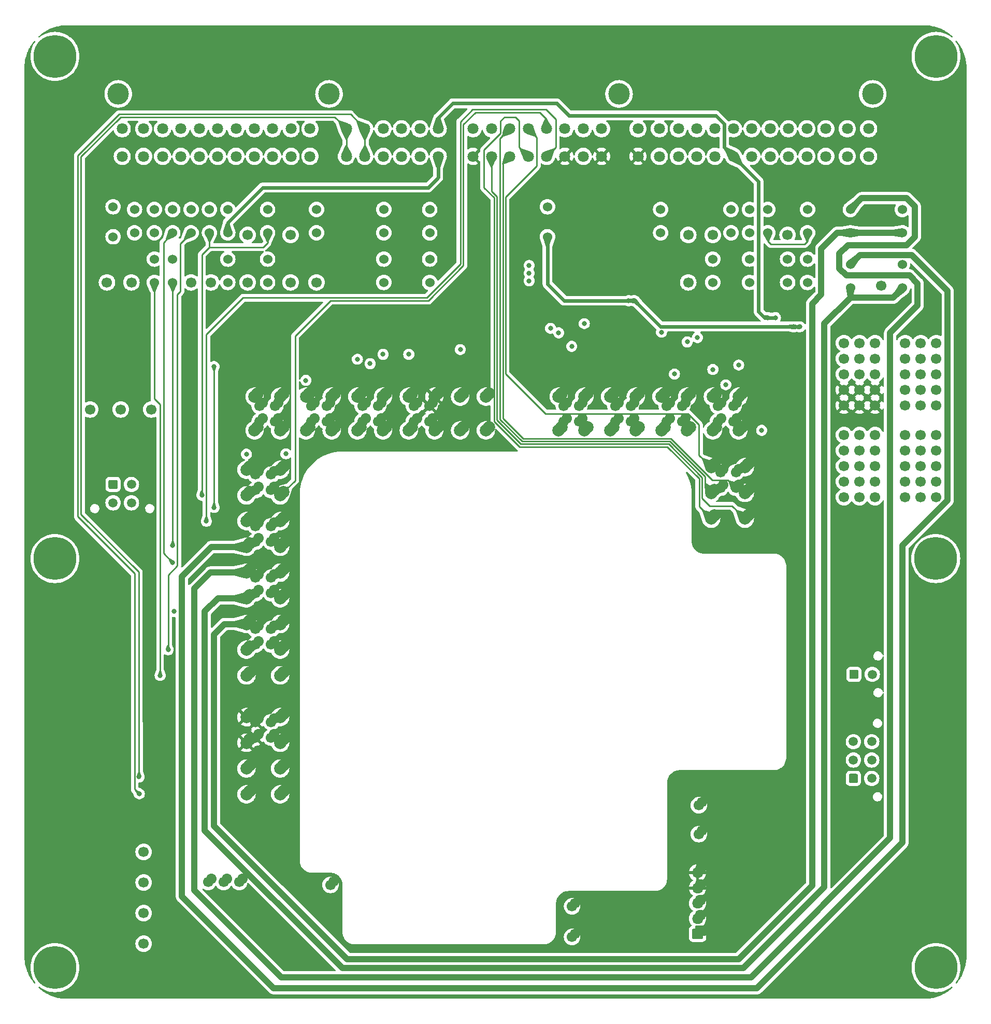
<source format=gbl>
G75*
G70*
%OFA0B0*%
%FSLAX25Y25*%
%IPPOS*%
%LPD*%
%AMOC8*
5,1,8,0,0,1.08239X$1,22.5*
%
%ADD10C,0.06000*%
%ADD11C,0.06693*%
%ADD12C,0.05906*%
%ADD13C,0.27559*%
%ADD14C,0.13780*%
%ADD15C,0.07087*%
%ADD16C,0.07874*%
%ADD17O,0.07283X0.06693*%
%ADD20C,0.03150*%
%ADD21C,0.02362*%
%ADD22C,0.00984*%
%ADD24C,0.03937*%
%ADD38O,0.06693X0.06693*%
X0000000Y0000000D02*
%LPD*%
G01*
D10*
X0119094Y0492501D03*
X0119094Y0507501D03*
X0095472Y0492501D03*
X0095472Y0507501D03*
D11*
X0187992Y0460630D03*
D10*
X0466535Y0492501D03*
X0466535Y0507501D03*
D11*
X0076771Y0074804D03*
X0427165Y0460630D03*
D10*
X0454724Y0492501D03*
X0454724Y0507501D03*
X0187992Y0492501D03*
X0187992Y0507501D03*
X0491141Y0460630D03*
X0491141Y0475630D03*
X0156496Y0460630D03*
X0156496Y0475630D03*
D11*
X0053149Y0460630D03*
D10*
X0531496Y0457067D03*
X0531496Y0472067D03*
D11*
X0551181Y0458662D03*
X0076771Y0035434D03*
D10*
X0083661Y0460630D03*
X0083661Y0475630D03*
X0130905Y0492501D03*
X0130905Y0507501D03*
D11*
X0120078Y0460630D03*
D10*
X0156496Y0492501D03*
X0156496Y0507501D03*
G36*
G01*
X0054133Y0328741D02*
X0054133Y0332678D01*
G75*
G02*
X0055118Y0333662I0000984J0000000D01*
G01*
X0059055Y0333662D01*
G75*
G02*
X0060039Y0332678I0000000J-000984D01*
G01*
X0060039Y0328741D01*
G75*
G02*
X0059055Y0327756I-000984J0000000D01*
G01*
X0055118Y0327756D01*
G75*
G02*
X0054133Y0328741I0000000J0000984D01*
G01*
G37*
D12*
X0068897Y0330709D03*
X0057086Y0318898D03*
X0068897Y0318898D03*
D10*
X0478346Y0492501D03*
X0478346Y0507501D03*
X0466535Y0460630D03*
X0466535Y0475630D03*
D11*
X0081692Y0378938D03*
X0171259Y0460630D03*
D10*
X0564960Y0457067D03*
X0564960Y0472067D03*
D11*
X0566771Y0381575D03*
X0566771Y0391575D03*
X0566771Y0401575D03*
X0566771Y0411575D03*
X0566771Y0421575D03*
X0576771Y0381575D03*
X0576771Y0391575D03*
X0576771Y0401575D03*
X0576771Y0411575D03*
X0576771Y0421575D03*
X0586771Y0381575D03*
X0586771Y0391575D03*
X0586771Y0401575D03*
X0586771Y0411575D03*
X0586771Y0421575D03*
D10*
X0442913Y0460630D03*
X0442913Y0475630D03*
G36*
G01*
X0535433Y0138780D02*
X0531496Y0138780D01*
G75*
G02*
X0530511Y0139764I0000000J0000984D01*
G01*
X0530511Y0143701D01*
G75*
G02*
X0531496Y0144686I0000984J0000000D01*
G01*
X0535433Y0144686D01*
G75*
G02*
X0536417Y0143701I0000000J-000984D01*
G01*
X0536417Y0139764D01*
G75*
G02*
X0535433Y0138780I-000984J0000000D01*
G01*
G37*
D12*
X0533464Y0153544D03*
X0533464Y0165355D03*
X0545275Y0141733D03*
X0545275Y0153544D03*
X0545275Y0165355D03*
D13*
X0586614Y0605906D03*
X0019685Y0283071D03*
D10*
X0107283Y0492501D03*
X0107283Y0507501D03*
X0503937Y0460630D03*
X0503937Y0475630D03*
X0083661Y0492501D03*
X0083661Y0507501D03*
X0231299Y0460630D03*
X0231299Y0475630D03*
D11*
X0068897Y0460630D03*
X0062007Y0378938D03*
D10*
X0057086Y0509272D03*
X0057086Y0489981D03*
D11*
X0427165Y0491142D03*
D10*
X0095472Y0460630D03*
X0095472Y0475630D03*
D11*
X0527401Y0381575D03*
X0527401Y0391575D03*
X0527401Y0401575D03*
X0527401Y0411575D03*
X0527401Y0421575D03*
X0537401Y0381575D03*
X0537401Y0391575D03*
X0537401Y0401575D03*
X0537401Y0411575D03*
X0537401Y0421575D03*
X0547401Y0381575D03*
X0547401Y0391575D03*
X0547401Y0401575D03*
X0547401Y0411575D03*
X0547401Y0421575D03*
D10*
X0231299Y0492501D03*
X0231299Y0507501D03*
D11*
X0527401Y0322520D03*
X0527401Y0332520D03*
X0527401Y0342520D03*
X0527401Y0352520D03*
X0527401Y0362520D03*
X0537401Y0322520D03*
X0537401Y0332520D03*
X0537401Y0342520D03*
X0537401Y0352520D03*
X0537401Y0362520D03*
X0547401Y0322520D03*
X0547401Y0332520D03*
X0547401Y0342520D03*
X0547401Y0352520D03*
X0547401Y0362520D03*
D14*
X0060397Y0581811D03*
X0196027Y0581811D03*
X0382641Y0581811D03*
X0545830Y0581811D03*
D15*
X0062956Y0541651D03*
X0076726Y0541651D03*
X0088936Y0541651D03*
X0100746Y0541651D03*
X0112556Y0541651D03*
X0124366Y0541651D03*
X0136176Y0541651D03*
X0147986Y0541651D03*
X0159796Y0541651D03*
X0171606Y0541651D03*
X0183816Y0541651D03*
X0062956Y0559371D03*
X0076726Y0559371D03*
X0088936Y0559371D03*
X0100746Y0559371D03*
X0112556Y0559371D03*
X0124366Y0559371D03*
X0136176Y0559371D03*
X0147986Y0559371D03*
X0159796Y0559371D03*
X0171606Y0559371D03*
X0183816Y0559371D03*
X0288744Y0541651D03*
X0300554Y0541651D03*
X0312364Y0541651D03*
X0324174Y0541651D03*
X0335994Y0541651D03*
X0347804Y0541651D03*
X0359614Y0541651D03*
X0371424Y0541651D03*
X0288744Y0559371D03*
X0300554Y0559371D03*
X0312364Y0559371D03*
X0324174Y0559371D03*
X0335994Y0559371D03*
X0347804Y0559371D03*
X0359614Y0559371D03*
X0371424Y0559371D03*
X0394834Y0541651D03*
X0408614Y0541651D03*
X0420834Y0541651D03*
X0432644Y0541651D03*
X0444454Y0541651D03*
X0456264Y0541651D03*
X0468074Y0541651D03*
X0479884Y0541651D03*
X0491694Y0541651D03*
X0503504Y0541651D03*
X0515714Y0541651D03*
X0529494Y0541651D03*
X0543274Y0541651D03*
X0394834Y0559371D03*
X0408614Y0559371D03*
X0420834Y0559371D03*
X0432644Y0559371D03*
X0444454Y0559371D03*
X0456264Y0559371D03*
X0468074Y0559371D03*
X0479884Y0559371D03*
X0491694Y0559371D03*
X0503504Y0559371D03*
X0515714Y0559371D03*
X0529494Y0559371D03*
X0543274Y0559371D03*
X0207247Y0541651D03*
X0219057Y0541651D03*
X0230867Y0541651D03*
X0242677Y0541651D03*
X0254497Y0541651D03*
X0266307Y0541651D03*
X0207247Y0559371D03*
X0219057Y0559371D03*
X0230867Y0559371D03*
X0242677Y0559371D03*
X0254497Y0559371D03*
X0266307Y0559371D03*
D13*
X0586420Y0283071D03*
X0586614Y0020079D03*
D11*
X0566771Y0322520D03*
X0566771Y0332520D03*
X0566771Y0342520D03*
X0566771Y0352520D03*
X0566771Y0362520D03*
X0576771Y0322520D03*
X0576771Y0332520D03*
X0576771Y0342520D03*
X0576771Y0352520D03*
X0576771Y0362520D03*
X0586771Y0322520D03*
X0586771Y0332520D03*
X0586771Y0342520D03*
X0586771Y0352520D03*
X0586771Y0362520D03*
X0442913Y0491142D03*
D10*
X0130905Y0460630D03*
X0130905Y0475630D03*
X0531496Y0492501D03*
X0531496Y0507501D03*
D16*
X0142913Y0131546D03*
X0142913Y0148081D03*
X0142913Y0164617D03*
D11*
X0148819Y0167963D03*
D16*
X0142913Y0181152D03*
D11*
X0148819Y0177963D03*
D16*
X0164567Y0131546D03*
X0164567Y0148081D03*
D11*
X0158819Y0167963D03*
D16*
X0164567Y0164617D03*
D11*
X0158819Y0177963D03*
D16*
X0164567Y0181152D03*
X0142913Y0207924D03*
X0142913Y0224459D03*
D11*
X0148819Y0227806D03*
D16*
X0142913Y0240995D03*
D11*
X0148819Y0237806D03*
D16*
X0142913Y0257530D03*
D11*
X0148819Y0260877D03*
D16*
X0142913Y0274066D03*
D11*
X0148819Y0270877D03*
D16*
X0142913Y0290601D03*
D11*
X0148819Y0293948D03*
D16*
X0142913Y0307137D03*
D11*
X0148819Y0303948D03*
D16*
X0142913Y0323672D03*
D11*
X0148819Y0327018D03*
D16*
X0142913Y0340207D03*
D11*
X0148819Y0337018D03*
D16*
X0164567Y0207924D03*
D11*
X0158819Y0227806D03*
D16*
X0164567Y0224459D03*
D11*
X0158819Y0237806D03*
D16*
X0164567Y0240995D03*
D11*
X0158819Y0260877D03*
D16*
X0164567Y0257530D03*
D11*
X0158819Y0270877D03*
D16*
X0164567Y0274066D03*
D11*
X0158819Y0293948D03*
D16*
X0164567Y0290601D03*
D11*
X0158819Y0303948D03*
D16*
X0164567Y0307137D03*
D11*
X0158819Y0327018D03*
D16*
X0164567Y0323672D03*
D11*
X0158819Y0337018D03*
D16*
X0164567Y0340207D03*
X0148130Y0387156D03*
D11*
X0151476Y0381251D03*
X0161476Y0381251D03*
D16*
X0164665Y0387156D03*
X0181201Y0387156D03*
D11*
X0184547Y0381251D03*
X0194547Y0381251D03*
D16*
X0197736Y0387156D03*
X0214272Y0387156D03*
D11*
X0217618Y0381251D03*
X0227618Y0381251D03*
D16*
X0230807Y0387156D03*
X0247343Y0387156D03*
D11*
X0250689Y0381251D03*
X0260689Y0381251D03*
D16*
X0263878Y0387156D03*
X0280413Y0387156D03*
X0296949Y0387156D03*
X0148130Y0365503D03*
D11*
X0151476Y0371251D03*
X0161476Y0371251D03*
D16*
X0164665Y0365503D03*
X0181201Y0365503D03*
D11*
X0184547Y0371251D03*
X0194547Y0371251D03*
D16*
X0197736Y0365503D03*
X0214272Y0365503D03*
D11*
X0217618Y0371251D03*
X0227618Y0371251D03*
D16*
X0230807Y0365503D03*
X0247343Y0365503D03*
D11*
X0250689Y0371251D03*
X0260689Y0371251D03*
D16*
X0263878Y0365503D03*
X0280413Y0365503D03*
X0296949Y0365503D03*
X0343799Y0387156D03*
D11*
X0347146Y0381251D03*
X0357146Y0381251D03*
D16*
X0360335Y0387156D03*
X0376870Y0387156D03*
D11*
X0380217Y0381251D03*
X0390217Y0381251D03*
D16*
X0393406Y0387156D03*
X0409941Y0387156D03*
D11*
X0413287Y0381251D03*
X0423287Y0381251D03*
D16*
X0426476Y0387156D03*
X0443012Y0387156D03*
D11*
X0446358Y0381251D03*
X0456358Y0381251D03*
D16*
X0459547Y0387156D03*
X0343799Y0365503D03*
D11*
X0347146Y0371251D03*
X0357146Y0371251D03*
D16*
X0360335Y0365503D03*
X0376870Y0365503D03*
D11*
X0380217Y0371251D03*
X0390217Y0371251D03*
D16*
X0393406Y0365503D03*
X0409941Y0365503D03*
D11*
X0413287Y0371251D03*
X0423287Y0371251D03*
D16*
X0426476Y0365503D03*
X0443012Y0365503D03*
D11*
X0446358Y0371251D03*
X0456358Y0371251D03*
D16*
X0459547Y0365503D03*
D11*
X0457835Y0338593D03*
D16*
X0463583Y0341782D03*
D11*
X0457835Y0328593D03*
D16*
X0463583Y0325247D03*
X0463583Y0308711D03*
X0441929Y0341782D03*
D11*
X0447835Y0338593D03*
D16*
X0441929Y0325247D03*
D11*
X0447835Y0328593D03*
D16*
X0441929Y0308711D03*
G36*
G01*
X0435827Y0038436D02*
X0430512Y0038436D01*
G75*
G02*
X0429528Y0039420I0000000J0000984D01*
G01*
X0429528Y0044144D01*
G75*
G02*
X0430512Y0045129I0000984J0000000D01*
G01*
X0435827Y0045129D01*
G75*
G02*
X0436811Y0044144I0000000J-000984D01*
G01*
X0436811Y0039420D01*
G75*
G02*
X0435827Y0038436I-000984J0000000D01*
G01*
G37*
D17*
X0433169Y0051625D03*
X0433169Y0061467D03*
X0433169Y0071310D03*
X0433169Y0081152D03*
D11*
X0352461Y0039814D03*
X0352461Y0059499D03*
X0433957Y0124459D03*
X0433957Y0105955D03*
X0128209Y0075247D03*
X0138209Y0075247D03*
X0118209Y0075247D03*
X0196949Y0073278D03*
X0143700Y0491142D03*
D10*
X0070866Y0492501D03*
X0070866Y0507501D03*
D11*
X0171259Y0491142D03*
D13*
X0019685Y0020079D03*
D11*
X0076771Y0055119D03*
G36*
G01*
X0535767Y0205709D02*
X0531830Y0205709D01*
G75*
G02*
X0530846Y0206693I0000000J0000984D01*
G01*
X0530846Y0210630D01*
G75*
G02*
X0531830Y0211615I0000984J0000000D01*
G01*
X0535767Y0211615D01*
G75*
G02*
X0536751Y0210630I0000000J-000984D01*
G01*
X0536751Y0206693D01*
G75*
G02*
X0535767Y0205709I-000984J0000000D01*
G01*
G37*
D12*
X0545610Y0208662D03*
D11*
X0076771Y0094489D03*
D10*
X0260826Y0460630D03*
X0260826Y0475630D03*
X0503937Y0492501D03*
X0503937Y0507501D03*
X0409448Y0492501D03*
X0409448Y0507501D03*
D11*
X0143700Y0460630D03*
X0491141Y0491142D03*
D10*
X0564960Y0492501D03*
X0564960Y0507501D03*
X0260826Y0492501D03*
X0260826Y0507501D03*
X0336614Y0509272D03*
X0336614Y0489981D03*
D11*
X0042322Y0378938D03*
X0107283Y0460630D03*
D13*
X0019685Y0605906D03*
D20*
X0499015Y0432087D03*
X0392716Y0448819D03*
X0388779Y0448819D03*
X0495078Y0432087D03*
X0443012Y0404628D03*
X0459645Y0407481D03*
X0324803Y0461615D03*
X0324803Y0466536D03*
X0324803Y0471457D03*
X0096456Y0249016D03*
X0202755Y0528544D03*
X0586614Y0248032D03*
X0087598Y0025591D03*
X0025590Y0491142D03*
X0202755Y0491142D03*
X0388779Y0528544D03*
X0474409Y0401575D03*
X0347440Y0497048D03*
X0465551Y0081693D03*
X0045275Y0564961D03*
X0060039Y0156497D03*
X0466535Y0052166D03*
X0062992Y0406497D03*
X0248031Y0476378D03*
X0274606Y0456693D03*
X0106299Y0441930D03*
X0043307Y0365158D03*
X0274606Y0514764D03*
X0025590Y0514764D03*
X0274606Y0491142D03*
X0202755Y0441930D03*
X0043307Y0249016D03*
X0248031Y0435040D03*
X0060039Y0025591D03*
X0292322Y0435040D03*
X0087598Y0192914D03*
X0274606Y0528544D03*
X0087598Y0110237D03*
X0060039Y0224410D03*
X0292322Y0491142D03*
X0171259Y0441930D03*
X0060039Y0110237D03*
X0248031Y0456693D03*
X0545275Y0291339D03*
X0151574Y0050197D03*
X0292322Y0514764D03*
X0072834Y0365158D03*
X0274606Y0435040D03*
X0545275Y0248032D03*
X0586614Y0181103D03*
X0248031Y0514764D03*
X0581692Y0528544D03*
X0546259Y0104331D03*
X0546259Y0025591D03*
X0072834Y0291339D03*
X0202755Y0514764D03*
X0062992Y0441930D03*
X0143700Y0441930D03*
X0248031Y0491142D03*
X0581692Y0497048D03*
X0202755Y0476378D03*
X0045275Y0528544D03*
X0388779Y0497048D03*
X0581692Y0435040D03*
X0316929Y0497048D03*
X0586614Y0104331D03*
X0175196Y0025591D03*
X0087598Y0156497D03*
X0474409Y0291339D03*
X0060039Y0192914D03*
X0418307Y0401676D03*
X0352210Y0419493D03*
X0114173Y0323819D03*
X0092519Y0224410D03*
X0095472Y0291339D03*
X0122047Y0406497D03*
X0122047Y0315945D03*
X0073948Y0131761D03*
X0073818Y0142717D03*
X0087341Y0207934D03*
X0117125Y0307087D03*
X0142913Y0350197D03*
X0095472Y0280512D03*
X0168307Y0350394D03*
X0478346Y0437993D03*
X0483267Y0437993D03*
X0181102Y0397638D03*
X0214272Y0411223D03*
X0230807Y0414371D03*
X0247349Y0414371D03*
X0280511Y0417424D03*
X0222440Y0408371D03*
X0343799Y0428150D03*
X0360281Y0434109D03*
X0409941Y0428643D03*
X0426521Y0422345D03*
X0338582Y0431103D03*
X0433070Y0425197D03*
X0451365Y0394786D03*
X0474409Y0365503D03*
D21*
X0494979Y0432186D02*
X0495078Y0432087D01*
X0392716Y0448819D02*
X0347440Y0448819D01*
X0392716Y0448819D02*
X0409349Y0432186D01*
X0409349Y0432186D02*
X0494979Y0432186D01*
X0336614Y0459646D02*
X0336614Y0489981D01*
X0495078Y0432087D02*
X0499015Y0432087D01*
X0347440Y0448819D02*
X0336614Y0459646D01*
X0495078Y0432087D02*
X0495177Y0432186D01*
D22*
X0156496Y0492501D02*
X0156496Y0486221D01*
X0119094Y0483268D02*
X0119094Y0492501D01*
X0156496Y0486221D02*
X0153543Y0483268D01*
X0114173Y0323819D02*
X0114173Y0478347D01*
X0153543Y0483268D02*
X0119094Y0483268D01*
X0114173Y0478347D02*
X0119094Y0483268D01*
X0100393Y0454725D02*
X0100393Y0485611D01*
X0098425Y0278544D02*
X0098425Y0452756D01*
X0092519Y0272638D02*
X0098425Y0278544D01*
X0092519Y0224410D02*
X0092519Y0272638D01*
X0098425Y0452756D02*
X0100393Y0454725D01*
X0100393Y0485611D02*
X0107283Y0492501D01*
X0095472Y0291339D02*
X0095472Y0460630D01*
X0478346Y0492501D02*
X0478346Y0487205D01*
X0480314Y0485237D02*
X0501968Y0485237D01*
X0122047Y0406497D02*
X0122047Y0315945D01*
X0501968Y0485237D02*
X0503937Y0487205D01*
X0503937Y0487205D02*
X0503937Y0492501D01*
X0478346Y0487205D02*
X0480314Y0485237D01*
D24*
X0207677Y0025591D02*
X0122047Y0111221D01*
X0122047Y0234252D02*
X0128789Y0240995D01*
X0122047Y0111221D02*
X0122047Y0234252D01*
X0512795Y0452756D02*
X0506889Y0446851D01*
X0564911Y0492549D02*
X0564960Y0492501D01*
X0531496Y0492501D02*
X0523011Y0492501D01*
X0531496Y0492501D02*
X0531544Y0492549D01*
X0506889Y0446851D02*
X0506889Y0072835D01*
X0531544Y0492549D02*
X0564911Y0492549D01*
X0523011Y0492501D02*
X0512795Y0482284D01*
X0506889Y0072835D02*
X0459645Y0025591D01*
X0128789Y0240995D02*
X0142913Y0240995D01*
X0512795Y0482284D02*
X0512795Y0452756D01*
X0459645Y0025591D02*
X0207677Y0025591D01*
X0531496Y0457067D02*
X0531496Y0450788D01*
X0204724Y0019686D02*
X0116141Y0108268D01*
X0124655Y0257530D02*
X0142913Y0257530D01*
X0564960Y0456693D02*
X0559055Y0450788D01*
X0116141Y0108268D02*
X0116141Y0249016D01*
X0514763Y0434056D02*
X0514763Y0071851D01*
X0559055Y0450788D02*
X0531496Y0450788D01*
X0514763Y0071851D02*
X0462598Y0019686D01*
X0116141Y0249016D02*
X0124655Y0257530D01*
X0564960Y0457067D02*
X0564960Y0456693D01*
X0531496Y0450788D02*
X0514763Y0434056D01*
X0462598Y0019686D02*
X0204724Y0019686D01*
X0569583Y0465126D02*
X0574803Y0459906D01*
X0557086Y0428150D02*
X0557086Y0103347D01*
X0574803Y0445867D02*
X0557086Y0428150D01*
X0572932Y0489914D02*
X0567598Y0484580D01*
X0467519Y0013780D02*
X0165354Y0013780D01*
X0572932Y0509587D02*
X0572932Y0489914D01*
X0528845Y0465126D02*
X0569583Y0465126D01*
X0119537Y0274066D02*
X0142913Y0274066D01*
X0109251Y0069882D02*
X0109251Y0263780D01*
X0567755Y0514764D02*
X0572932Y0509587D01*
X0567598Y0484580D02*
X0529953Y0484580D01*
X0531496Y0507501D02*
X0538759Y0514764D01*
X0529953Y0484580D02*
X0524463Y0479090D01*
X0524463Y0479090D02*
X0524463Y0469508D01*
X0109251Y0263780D02*
X0119537Y0274066D01*
X0165354Y0013780D02*
X0109251Y0069882D01*
X0538759Y0514764D02*
X0567755Y0514764D01*
X0574803Y0459906D02*
X0574803Y0445867D01*
X0524463Y0469508D02*
X0528845Y0465126D01*
X0557086Y0103347D02*
X0467519Y0013780D01*
X0537668Y0478240D02*
X0531496Y0472067D01*
X0471456Y0006890D02*
X0564960Y0100394D01*
X0101377Y0065945D02*
X0160433Y0006890D01*
X0120325Y0290601D02*
X0101377Y0271654D01*
X0564960Y0291339D02*
X0594100Y0320479D01*
X0142913Y0290601D02*
X0120325Y0290601D01*
X0160433Y0006890D02*
X0471456Y0006890D01*
X0564960Y0100394D02*
X0564960Y0291339D01*
X0594100Y0320479D02*
X0594100Y0455113D01*
X0101377Y0271654D02*
X0101377Y0065945D01*
X0570973Y0478240D02*
X0537668Y0478240D01*
X0594100Y0455113D02*
X0570973Y0478240D01*
D22*
X0073948Y0131761D02*
X0070964Y0134745D01*
X0034448Y0310040D02*
X0034448Y0542323D01*
X0219057Y0559486D02*
X0219057Y0541651D01*
X0209842Y0568701D02*
X0219057Y0559486D01*
X0060826Y0568701D02*
X0209842Y0568701D01*
X0070964Y0134745D02*
X0070964Y0273524D01*
X0070964Y0273524D02*
X0034448Y0310040D01*
X0034448Y0542323D02*
X0060826Y0568701D01*
X0073622Y0274356D02*
X0073622Y0209646D01*
X0199803Y0566930D02*
X0062007Y0566930D01*
X0207247Y0559485D02*
X0199803Y0566930D01*
X0062007Y0566930D02*
X0036417Y0541339D01*
X0036417Y0541339D02*
X0036417Y0311561D01*
X0073622Y0209646D02*
X0073818Y0142717D01*
X0073818Y0142717D02*
X0073622Y0142914D01*
X0207247Y0541651D02*
X0207247Y0559485D01*
X0036417Y0311561D02*
X0073622Y0274356D01*
X0087342Y0214824D02*
X0087342Y0382147D01*
X0083661Y0385827D02*
X0083661Y0460630D01*
X0087342Y0382147D02*
X0083661Y0385827D01*
X0087341Y0214823D02*
X0087342Y0214824D01*
X0087341Y0207934D02*
X0087341Y0214823D01*
X0335629Y0571851D02*
X0288385Y0571851D01*
X0140748Y0450788D02*
X0117125Y0427166D01*
X0280511Y0472441D02*
X0258858Y0450788D01*
X0288385Y0571851D02*
X0280511Y0563977D01*
X0335994Y0541651D02*
X0341838Y0547495D01*
X0341838Y0547495D02*
X0341838Y0565642D01*
X0280511Y0563977D02*
X0280511Y0472441D01*
X0117125Y0307087D02*
X0117027Y0307186D01*
X0117125Y0427166D02*
X0117125Y0307087D01*
X0341838Y0565642D02*
X0335629Y0571851D01*
X0258858Y0450788D02*
X0140748Y0450788D01*
X0095472Y0280512D02*
X0089566Y0286418D01*
X0089566Y0286418D02*
X0089566Y0486221D01*
X0089566Y0486221D02*
X0095472Y0492126D01*
X0095472Y0492126D02*
X0095472Y0492501D01*
X0282480Y0562008D02*
X0282480Y0471457D01*
X0259842Y0448819D02*
X0196850Y0448819D01*
X0335994Y0559371D02*
X0335994Y0565581D01*
X0196850Y0448819D02*
X0174212Y0426182D01*
X0335994Y0565581D02*
X0331692Y0569882D01*
X0282480Y0471457D02*
X0259842Y0448819D01*
X0331692Y0569882D02*
X0290354Y0569882D01*
X0174212Y0426182D02*
X0174212Y0333317D01*
X0174212Y0333317D02*
X0164567Y0323672D01*
X0290354Y0569882D02*
X0282480Y0562008D01*
D21*
X0476377Y0437993D02*
X0478346Y0437993D01*
X0478346Y0437993D02*
X0483267Y0437993D01*
X0130905Y0499159D02*
X0153400Y0521654D01*
X0266307Y0566505D02*
X0275590Y0575788D01*
X0342519Y0575788D02*
X0350393Y0567914D01*
X0472440Y0441930D02*
X0476377Y0437993D01*
X0259842Y0521654D02*
X0266307Y0528119D01*
X0472440Y0525474D02*
X0472440Y0441930D01*
X0153400Y0521654D02*
X0259842Y0521654D01*
X0456264Y0541651D02*
X0472440Y0525474D01*
X0350393Y0567914D02*
X0444881Y0567914D01*
X0266307Y0559371D02*
X0266307Y0566505D01*
X0275590Y0575788D02*
X0342519Y0575788D01*
X0130905Y0492501D02*
X0130905Y0499159D01*
X0450334Y0562461D02*
X0450334Y0547580D01*
X0266307Y0528119D02*
X0266307Y0541651D01*
X0444881Y0567914D02*
X0450334Y0562461D01*
X0450334Y0547580D02*
X0456264Y0541651D01*
D22*
X0320935Y0360257D02*
X0307874Y0373319D01*
X0442555Y0333662D02*
X0415960Y0360257D01*
X0415960Y0360257D02*
X0320935Y0360257D01*
X0307874Y0373319D02*
X0307874Y0537161D01*
X0457835Y0328593D02*
X0452766Y0333662D01*
X0452766Y0333662D02*
X0442555Y0333662D01*
X0307874Y0537161D02*
X0312364Y0541651D01*
X0455364Y0316930D02*
X0463583Y0308711D01*
X0319467Y0356714D02*
X0414492Y0356714D01*
X0304133Y0372048D02*
X0319467Y0356714D01*
X0304133Y0515749D02*
X0304133Y0372048D01*
X0436023Y0335183D02*
X0436023Y0321851D01*
X0414492Y0356714D02*
X0436023Y0335183D01*
X0436023Y0321851D02*
X0440944Y0316930D01*
X0440944Y0316930D02*
X0455364Y0316930D01*
X0300554Y0519328D02*
X0304133Y0515749D01*
X0300554Y0541651D02*
X0300554Y0519328D01*
X0309645Y0401969D02*
X0309645Y0515355D01*
X0441929Y0341782D02*
X0434055Y0349657D01*
X0329724Y0535434D02*
X0329724Y0553820D01*
X0335384Y0376231D02*
X0309645Y0401969D01*
X0434055Y0369095D02*
X0426919Y0376231D01*
X0329724Y0553820D02*
X0324174Y0559371D01*
X0309645Y0515355D02*
X0329724Y0535434D01*
X0434055Y0349657D02*
X0434055Y0369095D01*
X0426919Y0376231D02*
X0335384Y0376231D01*
X0306102Y0553109D02*
X0306102Y0372585D01*
X0437992Y0335720D02*
X0437992Y0329184D01*
X0320201Y0358486D02*
X0415226Y0358486D01*
X0415226Y0358486D02*
X0437992Y0335720D01*
X0312364Y0559371D02*
X0306102Y0553109D01*
X0437992Y0329184D02*
X0441929Y0325247D01*
X0306102Y0372585D02*
X0320201Y0358486D01*
X0318326Y0547499D02*
X0324174Y0541651D01*
X0302362Y0371314D02*
X0302362Y0515015D01*
X0434251Y0334449D02*
X0413759Y0354942D01*
X0318733Y0354942D02*
X0302362Y0371314D01*
X0441929Y0308711D02*
X0434251Y0316389D01*
X0315895Y0566930D02*
X0318326Y0564499D01*
X0434251Y0316389D02*
X0434251Y0334449D01*
X0309055Y0566930D02*
X0315895Y0566930D01*
X0295731Y0545732D02*
X0306481Y0556482D01*
X0306481Y0556482D02*
X0306481Y0564356D01*
X0302362Y0515015D02*
X0295731Y0521646D01*
X0413759Y0354942D02*
X0318733Y0354942D01*
X0306481Y0564356D02*
X0309055Y0566930D01*
X0295731Y0521646D02*
X0295731Y0545732D01*
X0318326Y0564499D02*
X0318326Y0547499D01*
G36*
X0144132Y0074657D02*
G01*
X0144285Y0074553D01*
X0200287Y0018552D01*
X0200418Y0018311D01*
X0200399Y0018037D01*
X0200234Y0017816D01*
X0199976Y0017720D01*
X0199941Y0017719D01*
X0167188Y0017719D01*
X0166924Y0017797D01*
X0166842Y0017862D01*
X0114615Y0070090D01*
X0114483Y0070331D01*
X0114503Y0070605D01*
X0114667Y0070826D01*
X0114925Y0070922D01*
X0115194Y0070863D01*
X0115240Y0070835D01*
X0115540Y0070625D01*
X0116383Y0070231D01*
X0117282Y0069991D01*
X0118023Y0069926D01*
X0118209Y0069910D01*
X0118209Y0069910D01*
X0118209Y0069910D01*
X0118363Y0069923D01*
X0119135Y0069991D01*
X0120034Y0070231D01*
X0120877Y0070625D01*
X0121639Y0071158D01*
X0122297Y0071816D01*
X0122809Y0072547D01*
X0123024Y0072718D01*
X0123297Y0072747D01*
X0123543Y0072623D01*
X0123609Y0072547D01*
X0124120Y0071816D01*
X0124120Y0071816D01*
X0124778Y0071158D01*
X0125047Y0070970D01*
X0125540Y0070625D01*
X0125540Y0070625D01*
X0125540Y0070625D01*
X0126383Y0070231D01*
X0127282Y0069991D01*
X0128023Y0069926D01*
X0128209Y0069910D01*
X0128209Y0069910D01*
X0128209Y0069910D01*
X0128363Y0069923D01*
X0129135Y0069991D01*
X0130034Y0070231D01*
X0130877Y0070625D01*
X0131639Y0071158D01*
X0132297Y0071816D01*
X0132809Y0072547D01*
X0133024Y0072718D01*
X0133297Y0072747D01*
X0133543Y0072623D01*
X0133609Y0072547D01*
X0134120Y0071816D01*
X0134120Y0071816D01*
X0134778Y0071158D01*
X0135047Y0070970D01*
X0135540Y0070625D01*
X0135540Y0070625D01*
X0135540Y0070625D01*
X0136383Y0070231D01*
X0137282Y0069991D01*
X0138023Y0069926D01*
X0138209Y0069910D01*
X0138209Y0069910D01*
X0138209Y0069910D01*
X0138363Y0069923D01*
X0139135Y0069991D01*
X0140034Y0070231D01*
X0140877Y0070625D01*
X0141639Y0071158D01*
X0142297Y0071816D01*
X0142831Y0072578D01*
X0143224Y0073421D01*
X0143465Y0074320D01*
X0143465Y0074320D01*
X0143469Y0074335D01*
X0143612Y0074569D01*
X0143859Y0074690D01*
X0144132Y0074657D01*
G37*
G36*
X0434154Y0072686D02*
G01*
X0433693Y0072921D01*
X0433301Y0072983D01*
X0433038Y0072983D01*
X0432646Y0072921D01*
X0432185Y0072686D01*
X0432185Y0079776D01*
X0432646Y0079541D01*
X0433038Y0079479D01*
X0433301Y0079479D01*
X0433693Y0079541D01*
X0434154Y0079776D01*
X0434154Y0072686D01*
G37*
G36*
X0153208Y0174966D02*
G01*
X0153418Y0175265D01*
X0153633Y0175437D01*
X0153906Y0175465D01*
X0154152Y0175341D01*
X0154218Y0175265D01*
X0154232Y0175245D01*
X0154730Y0174533D01*
X0154730Y0174533D01*
X0155388Y0173875D01*
X0155388Y0173875D01*
X0156119Y0173363D01*
X0156290Y0173148D01*
X0156319Y0172875D01*
X0156195Y0172629D01*
X0156119Y0172563D01*
X0155388Y0172052D01*
X0154730Y0171394D01*
X0154218Y0170662D01*
X0154003Y0170490D01*
X0153729Y0170462D01*
X0153484Y0170586D01*
X0153418Y0170662D01*
X0153208Y0170961D01*
X0153208Y0170961D01*
X0150721Y0168473D01*
X0150628Y0168790D01*
X0150322Y0169266D01*
X0149894Y0169636D01*
X0149379Y0169872D01*
X0149341Y0169877D01*
X0151816Y0172353D01*
X0151516Y0172563D01*
X0151344Y0172778D01*
X0151316Y0173052D01*
X0151440Y0173297D01*
X0151516Y0173363D01*
X0151816Y0173574D01*
X0149341Y0176050D01*
X0149379Y0176055D01*
X0149894Y0176290D01*
X0150322Y0176661D01*
X0150628Y0177137D01*
X0150721Y0177453D01*
X0153208Y0174966D01*
G37*
G36*
X0258880Y0380425D02*
G01*
X0259186Y0379948D01*
X0259614Y0379578D01*
X0260129Y0379343D01*
X0260167Y0379337D01*
X0257691Y0376861D01*
X0257991Y0376652D01*
X0258162Y0376437D01*
X0258191Y0376163D01*
X0258066Y0375918D01*
X0257991Y0375852D01*
X0257258Y0375339D01*
X0256600Y0374681D01*
X0256089Y0373951D01*
X0255874Y0373779D01*
X0255600Y0373751D01*
X0255355Y0373875D01*
X0255289Y0373951D01*
X0254778Y0374681D01*
X0254120Y0375339D01*
X0254120Y0375339D01*
X0253389Y0375851D01*
X0253217Y0376066D01*
X0253189Y0376339D01*
X0253313Y0376585D01*
X0253389Y0376651D01*
X0253821Y0376953D01*
X0254120Y0377162D01*
X0254778Y0377820D01*
X0255290Y0378552D01*
X0255505Y0378724D01*
X0255779Y0378752D01*
X0256024Y0378628D01*
X0256090Y0378552D01*
X0256299Y0378253D01*
X0258787Y0380741D01*
X0258880Y0380425D01*
G37*
G36*
X0391626Y0564685D02*
G01*
X0391806Y0564477D01*
X0391845Y0564205D01*
X0391731Y0563954D01*
X0391662Y0563889D01*
X0391086Y0563441D01*
X0391086Y0563441D01*
X0390467Y0562769D01*
X0389968Y0562004D01*
X0389601Y0561167D01*
X0389376Y0560281D01*
X0389376Y0560281D01*
X0389301Y0559371D01*
X0389301Y0559371D01*
X0389376Y0558460D01*
X0389376Y0558460D01*
X0389601Y0557574D01*
X0389968Y0556737D01*
X0390467Y0555972D01*
X0390467Y0555972D01*
X0390467Y0555972D01*
X0391086Y0555300D01*
X0391086Y0555300D01*
X0391086Y0555300D01*
X0391807Y0554739D01*
X0391807Y0554739D01*
X0391807Y0554739D01*
X0392611Y0554304D01*
X0392889Y0554208D01*
X0393475Y0554007D01*
X0393475Y0554007D01*
X0393475Y0554007D01*
X0394377Y0553857D01*
X0394377Y0553857D01*
X0395290Y0553857D01*
X0395290Y0553857D01*
X0396192Y0554007D01*
X0397056Y0554304D01*
X0397860Y0554739D01*
X0397865Y0554743D01*
X0398337Y0555110D01*
X0398581Y0555300D01*
X0399200Y0555972D01*
X0399699Y0556737D01*
X0400066Y0557574D01*
X0400291Y0558460D01*
X0400294Y0558502D01*
X0400366Y0559371D01*
X0400366Y0559371D01*
X0400291Y0560281D01*
X0400291Y0560281D01*
X0400066Y0561167D01*
X0399699Y0562004D01*
X0399200Y0562769D01*
X0399200Y0562769D01*
X0399200Y0562769D01*
X0398581Y0563441D01*
X0398581Y0563441D01*
X0398581Y0563441D01*
X0398005Y0563889D01*
X0397845Y0564112D01*
X0397830Y0564387D01*
X0397967Y0564626D01*
X0398210Y0564753D01*
X0398305Y0564762D01*
X0405142Y0564762D01*
X0405406Y0564685D01*
X0405586Y0564477D01*
X0405625Y0564205D01*
X0405511Y0563954D01*
X0405442Y0563889D01*
X0404866Y0563441D01*
X0404866Y0563441D01*
X0404247Y0562769D01*
X0403748Y0562004D01*
X0403381Y0561167D01*
X0403156Y0560281D01*
X0403156Y0560281D01*
X0403081Y0559371D01*
X0403081Y0559371D01*
X0403156Y0558460D01*
X0403156Y0558460D01*
X0403381Y0557574D01*
X0403748Y0556737D01*
X0404247Y0555972D01*
X0404247Y0555972D01*
X0404247Y0555972D01*
X0404866Y0555300D01*
X0404866Y0555300D01*
X0404866Y0555300D01*
X0405587Y0554739D01*
X0405587Y0554739D01*
X0405587Y0554739D01*
X0406391Y0554304D01*
X0406669Y0554208D01*
X0407255Y0554007D01*
X0407255Y0554007D01*
X0407255Y0554007D01*
X0408157Y0553857D01*
X0408157Y0553857D01*
X0409070Y0553857D01*
X0409070Y0553857D01*
X0409972Y0554007D01*
X0410836Y0554304D01*
X0411640Y0554739D01*
X0411645Y0554743D01*
X0412117Y0555110D01*
X0412361Y0555300D01*
X0412980Y0555972D01*
X0413479Y0556737D01*
X0413846Y0557574D01*
X0414071Y0558460D01*
X0414074Y0558502D01*
X0414146Y0559371D01*
X0414146Y0559371D01*
X0414071Y0560281D01*
X0414071Y0560281D01*
X0413846Y0561167D01*
X0413479Y0562004D01*
X0412980Y0562769D01*
X0412980Y0562769D01*
X0412980Y0562769D01*
X0412361Y0563441D01*
X0412361Y0563441D01*
X0412361Y0563441D01*
X0411785Y0563889D01*
X0411625Y0564112D01*
X0411610Y0564387D01*
X0411747Y0564626D01*
X0411990Y0564753D01*
X0412085Y0564762D01*
X0417362Y0564762D01*
X0417626Y0564685D01*
X0417806Y0564477D01*
X0417845Y0564205D01*
X0417731Y0563954D01*
X0417662Y0563889D01*
X0417086Y0563441D01*
X0417086Y0563441D01*
X0416467Y0562769D01*
X0415968Y0562004D01*
X0415601Y0561167D01*
X0415376Y0560281D01*
X0415376Y0560281D01*
X0415301Y0559371D01*
X0415301Y0559371D01*
X0415376Y0558460D01*
X0415376Y0558460D01*
X0415601Y0557574D01*
X0415968Y0556737D01*
X0416467Y0555972D01*
X0416467Y0555972D01*
X0416467Y0555972D01*
X0417086Y0555300D01*
X0417086Y0555300D01*
X0417086Y0555300D01*
X0417807Y0554739D01*
X0417807Y0554739D01*
X0417807Y0554739D01*
X0418611Y0554304D01*
X0418889Y0554208D01*
X0419475Y0554007D01*
X0419475Y0554007D01*
X0419475Y0554007D01*
X0420377Y0553857D01*
X0420377Y0553857D01*
X0421290Y0553857D01*
X0421290Y0553857D01*
X0422192Y0554007D01*
X0423056Y0554304D01*
X0423860Y0554739D01*
X0423865Y0554743D01*
X0424337Y0555110D01*
X0424581Y0555300D01*
X0425200Y0555972D01*
X0425699Y0556737D01*
X0426066Y0557574D01*
X0426265Y0558359D01*
X0426405Y0558596D01*
X0426651Y0558720D01*
X0426925Y0558691D01*
X0427139Y0558519D01*
X0427212Y0558359D01*
X0427411Y0557574D01*
X0427778Y0556737D01*
X0428277Y0555972D01*
X0428277Y0555972D01*
X0428277Y0555972D01*
X0428896Y0555300D01*
X0428896Y0555300D01*
X0428896Y0555300D01*
X0429617Y0554739D01*
X0429617Y0554739D01*
X0429617Y0554739D01*
X0430421Y0554304D01*
X0430699Y0554208D01*
X0431285Y0554007D01*
X0431285Y0554007D01*
X0431285Y0554007D01*
X0432187Y0553857D01*
X0432187Y0553857D01*
X0433100Y0553857D01*
X0433100Y0553857D01*
X0434002Y0554007D01*
X0434866Y0554304D01*
X0435670Y0554739D01*
X0435675Y0554743D01*
X0436147Y0555110D01*
X0436391Y0555300D01*
X0437010Y0555972D01*
X0437509Y0556737D01*
X0437876Y0557574D01*
X0438075Y0558359D01*
X0438215Y0558596D01*
X0438461Y0558720D01*
X0438735Y0558691D01*
X0438949Y0558519D01*
X0439022Y0558359D01*
X0439221Y0557574D01*
X0439588Y0556737D01*
X0440087Y0555972D01*
X0440087Y0555972D01*
X0440087Y0555972D01*
X0440706Y0555300D01*
X0440706Y0555300D01*
X0440706Y0555300D01*
X0441427Y0554739D01*
X0441427Y0554739D01*
X0441427Y0554739D01*
X0442231Y0554304D01*
X0442509Y0554208D01*
X0443095Y0554007D01*
X0443095Y0554007D01*
X0443095Y0554007D01*
X0443997Y0553857D01*
X0443997Y0553857D01*
X0444910Y0553857D01*
X0444910Y0553857D01*
X0445812Y0554007D01*
X0446536Y0554256D01*
X0446811Y0554268D01*
X0447049Y0554130D01*
X0447174Y0553885D01*
X0447183Y0553794D01*
X0447183Y0547227D01*
X0447105Y0546963D01*
X0446897Y0546783D01*
X0446625Y0546744D01*
X0446536Y0546765D01*
X0445812Y0547014D01*
X0445136Y0547127D01*
X0444910Y0547164D01*
X0443997Y0547164D01*
X0443816Y0547134D01*
X0443095Y0547014D01*
X0442231Y0546717D01*
X0442231Y0546717D01*
X0441427Y0546282D01*
X0441427Y0546282D01*
X0440706Y0545721D01*
X0440706Y0545721D01*
X0440706Y0545721D01*
X0440706Y0545721D01*
X0440588Y0545593D01*
X0440087Y0545049D01*
X0439588Y0544284D01*
X0439221Y0543447D01*
X0439022Y0542662D01*
X0438882Y0542425D01*
X0438636Y0542301D01*
X0438363Y0542330D01*
X0438148Y0542502D01*
X0438075Y0542662D01*
X0438062Y0542712D01*
X0437876Y0543447D01*
X0437509Y0544284D01*
X0437178Y0544791D01*
X0437010Y0545049D01*
X0437010Y0545049D01*
X0437010Y0545049D01*
X0436391Y0545721D01*
X0436391Y0545721D01*
X0436391Y0545721D01*
X0435670Y0546282D01*
X0435670Y0546282D01*
X0434866Y0546717D01*
X0434866Y0546717D01*
X0434002Y0547014D01*
X0433326Y0547127D01*
X0433100Y0547164D01*
X0432187Y0547164D01*
X0432006Y0547134D01*
X0431285Y0547014D01*
X0430421Y0546717D01*
X0430421Y0546717D01*
X0429617Y0546282D01*
X0429617Y0546282D01*
X0428896Y0545721D01*
X0428896Y0545721D01*
X0428896Y0545721D01*
X0428896Y0545721D01*
X0428778Y0545593D01*
X0428277Y0545049D01*
X0427778Y0544284D01*
X0427411Y0543447D01*
X0427212Y0542662D01*
X0427072Y0542425D01*
X0426826Y0542301D01*
X0426553Y0542330D01*
X0426338Y0542502D01*
X0426265Y0542662D01*
X0426252Y0542712D01*
X0426066Y0543447D01*
X0425699Y0544284D01*
X0425368Y0544791D01*
X0425200Y0545049D01*
X0425200Y0545049D01*
X0425200Y0545049D01*
X0424581Y0545721D01*
X0424581Y0545721D01*
X0424581Y0545721D01*
X0423860Y0546282D01*
X0423860Y0546282D01*
X0423056Y0546717D01*
X0423056Y0546717D01*
X0422192Y0547014D01*
X0421516Y0547127D01*
X0421290Y0547164D01*
X0420377Y0547164D01*
X0420196Y0547134D01*
X0419475Y0547014D01*
X0418611Y0546717D01*
X0418611Y0546717D01*
X0417807Y0546282D01*
X0417807Y0546282D01*
X0417086Y0545721D01*
X0417086Y0545721D01*
X0417086Y0545721D01*
X0417086Y0545721D01*
X0416968Y0545593D01*
X0416467Y0545049D01*
X0415968Y0544284D01*
X0415601Y0543447D01*
X0415376Y0542561D01*
X0415376Y0542561D01*
X0415301Y0541651D01*
X0415301Y0541651D01*
X0415376Y0540740D01*
X0415376Y0540740D01*
X0415601Y0539854D01*
X0415968Y0539017D01*
X0416467Y0538252D01*
X0416467Y0538252D01*
X0416467Y0538252D01*
X0417086Y0537580D01*
X0417086Y0537580D01*
X0417086Y0537580D01*
X0417807Y0537019D01*
X0417807Y0537019D01*
X0417807Y0537019D01*
X0418046Y0536890D01*
X0418608Y0536586D01*
X0418611Y0536584D01*
X0418991Y0536454D01*
X0419475Y0536287D01*
X0419475Y0536287D01*
X0419475Y0536287D01*
X0420377Y0536137D01*
X0420377Y0536137D01*
X0421290Y0536137D01*
X0421290Y0536137D01*
X0422192Y0536287D01*
X0423056Y0536584D01*
X0423860Y0537019D01*
X0423862Y0537020D01*
X0424102Y0537207D01*
X0424581Y0537580D01*
X0425200Y0538252D01*
X0425699Y0539017D01*
X0426066Y0539854D01*
X0426265Y0540639D01*
X0426405Y0540876D01*
X0426651Y0541000D01*
X0426925Y0540971D01*
X0427139Y0540799D01*
X0427212Y0540639D01*
X0427411Y0539854D01*
X0427778Y0539017D01*
X0428277Y0538252D01*
X0428277Y0538252D01*
X0428277Y0538252D01*
X0428896Y0537580D01*
X0428896Y0537580D01*
X0428896Y0537580D01*
X0429617Y0537019D01*
X0429617Y0537019D01*
X0429617Y0537019D01*
X0429856Y0536890D01*
X0430418Y0536586D01*
X0430421Y0536584D01*
X0430801Y0536454D01*
X0431285Y0536287D01*
X0431285Y0536287D01*
X0431285Y0536287D01*
X0432187Y0536137D01*
X0432187Y0536137D01*
X0433100Y0536137D01*
X0433100Y0536137D01*
X0434002Y0536287D01*
X0434866Y0536584D01*
X0435670Y0537019D01*
X0435672Y0537020D01*
X0435912Y0537207D01*
X0436391Y0537580D01*
X0437010Y0538252D01*
X0437509Y0539017D01*
X0437876Y0539854D01*
X0438075Y0540639D01*
X0438215Y0540876D01*
X0438461Y0541000D01*
X0438735Y0540971D01*
X0438949Y0540799D01*
X0439022Y0540639D01*
X0439221Y0539854D01*
X0439588Y0539017D01*
X0440087Y0538252D01*
X0440087Y0538252D01*
X0440087Y0538252D01*
X0440706Y0537580D01*
X0440706Y0537580D01*
X0440706Y0537580D01*
X0441427Y0537019D01*
X0441427Y0537019D01*
X0441427Y0537019D01*
X0441666Y0536890D01*
X0442228Y0536586D01*
X0442231Y0536584D01*
X0442611Y0536454D01*
X0443095Y0536287D01*
X0443095Y0536287D01*
X0443095Y0536287D01*
X0443997Y0536137D01*
X0443997Y0536137D01*
X0444910Y0536137D01*
X0444910Y0536137D01*
X0445812Y0536287D01*
X0446676Y0536584D01*
X0447480Y0537019D01*
X0447482Y0537020D01*
X0447722Y0537207D01*
X0448201Y0537580D01*
X0448820Y0538252D01*
X0449319Y0539017D01*
X0449686Y0539854D01*
X0449813Y0540352D01*
X0449952Y0540589D01*
X0450198Y0540712D01*
X0450472Y0540684D01*
X0450686Y0540511D01*
X0450728Y0540438D01*
X0451167Y0539495D01*
X0451245Y0539345D01*
X0451253Y0539332D01*
X0451289Y0539264D01*
X0451398Y0539017D01*
X0451897Y0538252D01*
X0451897Y0538252D01*
X0451897Y0538252D01*
X0452516Y0537580D01*
X0452516Y0537580D01*
X0452516Y0537580D01*
X0453237Y0537019D01*
X0453237Y0537019D01*
X0454041Y0536584D01*
X0454060Y0536576D01*
X0454059Y0536575D01*
X0454092Y0536560D01*
X0454093Y0536561D01*
X0454108Y0536554D01*
X0454108Y0536554D01*
X0459255Y0534160D01*
X0459394Y0534063D01*
X0469146Y0524311D01*
X0469278Y0524070D01*
X0469289Y0523966D01*
X0469289Y0512467D01*
X0469211Y0512203D01*
X0469003Y0512023D01*
X0468731Y0511984D01*
X0468594Y0512024D01*
X0468241Y0512189D01*
X0468241Y0512189D01*
X0467401Y0512414D01*
X0467401Y0512414D01*
X0466535Y0512490D01*
X0466535Y0512490D01*
X0465669Y0512414D01*
X0465669Y0512414D01*
X0464828Y0512189D01*
X0464828Y0512189D01*
X0464040Y0511822D01*
X0464040Y0511822D01*
X0463328Y0511323D01*
X0462713Y0510708D01*
X0462214Y0509995D01*
X0462214Y0509995D01*
X0461846Y0509207D01*
X0461846Y0509207D01*
X0461621Y0508367D01*
X0461621Y0508367D01*
X0461545Y0507501D01*
X0461545Y0507500D01*
X0461621Y0506634D01*
X0461621Y0506634D01*
X0461846Y0505794D01*
X0461846Y0505794D01*
X0461846Y0505794D01*
X0462145Y0505153D01*
X0462214Y0505006D01*
X0462214Y0505006D01*
X0462713Y0504293D01*
X0462713Y0504293D01*
X0463328Y0503678D01*
X0463328Y0503678D01*
X0464040Y0503180D01*
X0464040Y0503180D01*
X0464040Y0503180D01*
X0464828Y0502812D01*
X0465669Y0502587D01*
X0466272Y0502534D01*
X0466535Y0502511D01*
X0466535Y0502511D01*
X0466535Y0502511D01*
X0466798Y0502534D01*
X0467401Y0502587D01*
X0468241Y0502812D01*
X0468594Y0502977D01*
X0468866Y0503018D01*
X0469117Y0502906D01*
X0469268Y0502675D01*
X0469289Y0502534D01*
X0469289Y0497467D01*
X0469211Y0497203D01*
X0469003Y0497023D01*
X0468731Y0496984D01*
X0468594Y0497024D01*
X0468241Y0497189D01*
X0468241Y0497189D01*
X0467401Y0497414D01*
X0467401Y0497414D01*
X0466535Y0497490D01*
X0466535Y0497490D01*
X0465669Y0497414D01*
X0465669Y0497414D01*
X0464828Y0497189D01*
X0464828Y0497189D01*
X0464040Y0496822D01*
X0464040Y0496822D01*
X0463328Y0496323D01*
X0462713Y0495708D01*
X0462214Y0494995D01*
X0462214Y0494995D01*
X0462017Y0494573D01*
X0461858Y0494232D01*
X0461846Y0494207D01*
X0461846Y0494207D01*
X0461621Y0493367D01*
X0461621Y0493367D01*
X0461545Y0492501D01*
X0461545Y0492500D01*
X0461621Y0491634D01*
X0461621Y0491634D01*
X0461846Y0490794D01*
X0461846Y0490794D01*
X0461846Y0490794D01*
X0462155Y0490133D01*
X0462214Y0490006D01*
X0462214Y0490006D01*
X0462713Y0489293D01*
X0462713Y0489293D01*
X0463328Y0488678D01*
X0463328Y0488678D01*
X0464040Y0488180D01*
X0464040Y0488180D01*
X0464040Y0488180D01*
X0464828Y0487812D01*
X0465669Y0487587D01*
X0466272Y0487534D01*
X0466535Y0487511D01*
X0466535Y0487511D01*
X0466535Y0487511D01*
X0466798Y0487534D01*
X0467401Y0487587D01*
X0468241Y0487812D01*
X0468594Y0487977D01*
X0468866Y0488018D01*
X0469117Y0487906D01*
X0469268Y0487675D01*
X0469289Y0487534D01*
X0469289Y0480597D01*
X0469211Y0480333D01*
X0469003Y0480153D01*
X0468731Y0480114D01*
X0468594Y0480154D01*
X0468241Y0480319D01*
X0468241Y0480319D01*
X0467401Y0480544D01*
X0467401Y0480544D01*
X0466535Y0480620D01*
X0466535Y0480620D01*
X0465669Y0480544D01*
X0465669Y0480544D01*
X0464828Y0480319D01*
X0464828Y0480319D01*
X0464040Y0479951D01*
X0464040Y0479951D01*
X0463328Y0479453D01*
X0462713Y0478838D01*
X0462214Y0478125D01*
X0462214Y0478125D01*
X0461846Y0477337D01*
X0461846Y0477337D01*
X0461621Y0476497D01*
X0461621Y0476497D01*
X0461545Y0475630D01*
X0461545Y0475630D01*
X0461621Y0474764D01*
X0461621Y0474764D01*
X0461846Y0473924D01*
X0461846Y0473924D01*
X0461846Y0473924D01*
X0462020Y0473553D01*
X0462214Y0473136D01*
X0462214Y0473136D01*
X0462713Y0472423D01*
X0462713Y0472423D01*
X0463328Y0471808D01*
X0463328Y0471808D01*
X0464040Y0471309D01*
X0464040Y0471309D01*
X0464040Y0471309D01*
X0464828Y0470942D01*
X0465669Y0470717D01*
X0466231Y0470668D01*
X0466535Y0470641D01*
X0466535Y0470641D01*
X0466535Y0470641D01*
X0466798Y0470664D01*
X0467401Y0470717D01*
X0468241Y0470942D01*
X0468594Y0471106D01*
X0468866Y0471148D01*
X0469117Y0471035D01*
X0469268Y0470805D01*
X0469289Y0470664D01*
X0469289Y0465597D01*
X0469211Y0465333D01*
X0469003Y0465153D01*
X0468731Y0465114D01*
X0468594Y0465154D01*
X0468241Y0465319D01*
X0468241Y0465319D01*
X0467401Y0465544D01*
X0467401Y0465544D01*
X0466535Y0465620D01*
X0466535Y0465620D01*
X0465669Y0465544D01*
X0465669Y0465544D01*
X0464828Y0465319D01*
X0464828Y0465319D01*
X0464040Y0464951D01*
X0464040Y0464951D01*
X0463328Y0464453D01*
X0462713Y0463838D01*
X0462214Y0463125D01*
X0462214Y0463125D01*
X0461846Y0462337D01*
X0461846Y0462337D01*
X0461621Y0461497D01*
X0461621Y0461497D01*
X0461545Y0460630D01*
X0461545Y0460630D01*
X0461621Y0459764D01*
X0461621Y0459764D01*
X0461846Y0458924D01*
X0461846Y0458924D01*
X0461846Y0458924D01*
X0462061Y0458463D01*
X0462214Y0458136D01*
X0462214Y0458136D01*
X0462713Y0457423D01*
X0462713Y0457423D01*
X0463328Y0456808D01*
X0463328Y0456808D01*
X0464040Y0456309D01*
X0464040Y0456309D01*
X0464040Y0456309D01*
X0464828Y0455942D01*
X0465669Y0455717D01*
X0466272Y0455664D01*
X0466535Y0455641D01*
X0466535Y0455641D01*
X0466535Y0455641D01*
X0466798Y0455664D01*
X0467401Y0455717D01*
X0468241Y0455942D01*
X0468594Y0456106D01*
X0468866Y0456148D01*
X0469117Y0456035D01*
X0469268Y0455805D01*
X0469289Y0455664D01*
X0469289Y0441575D01*
X0469289Y0441575D01*
X0469322Y0441428D01*
X0469332Y0441374D01*
X0469348Y0441224D01*
X0469398Y0441082D01*
X0469413Y0441029D01*
X0469447Y0440882D01*
X0469512Y0440746D01*
X0469533Y0440696D01*
X0469583Y0440554D01*
X0469663Y0440426D01*
X0469690Y0440378D01*
X0469755Y0440242D01*
X0469849Y0440124D01*
X0469881Y0440080D01*
X0469961Y0439952D01*
X0469961Y0439952D01*
X0473742Y0436171D01*
X0473874Y0435930D01*
X0473854Y0435655D01*
X0473689Y0435435D01*
X0473432Y0435339D01*
X0473397Y0435338D01*
X0410857Y0435338D01*
X0410593Y0435415D01*
X0410512Y0435481D01*
X0397385Y0448608D01*
X0397335Y0448668D01*
X0397335Y0448668D01*
X0397325Y0448681D01*
X0397324Y0448681D01*
X0397324Y0448681D01*
X0397177Y0448871D01*
X0396552Y0449674D01*
X0395657Y0450824D01*
X0395620Y0450880D01*
X0395600Y0450915D01*
X0395579Y0450938D01*
X0395518Y0451006D01*
X0395495Y0451033D01*
X0395432Y0451114D01*
X0395394Y0451160D01*
X0395355Y0451207D01*
X0395354Y0451208D01*
X0395352Y0451211D01*
X0395352Y0451211D01*
X0395352Y0451211D01*
X0395229Y0451329D01*
X0395204Y0451355D01*
X0395101Y0451469D01*
X0395101Y0451469D01*
X0394498Y0451907D01*
X0394498Y0451907D01*
X0393818Y0452210D01*
X0393818Y0452210D01*
X0393219Y0452337D01*
X0393089Y0452365D01*
X0392343Y0452365D01*
X0392343Y0452365D01*
X0392233Y0452341D01*
X0392193Y0452334D01*
X0390304Y0452098D01*
X0390045Y0452137D01*
X0389881Y0452210D01*
X0389881Y0452210D01*
X0389282Y0452337D01*
X0389152Y0452365D01*
X0388406Y0452365D01*
X0388279Y0452338D01*
X0387677Y0452210D01*
X0387677Y0452210D01*
X0387236Y0452013D01*
X0387037Y0451971D01*
X0348948Y0451971D01*
X0348684Y0452048D01*
X0348603Y0452114D01*
X0340086Y0460630D01*
X0421828Y0460630D01*
X0421909Y0459704D01*
X0421909Y0459704D01*
X0422149Y0458805D01*
X0422149Y0458805D01*
X0422149Y0458805D01*
X0422309Y0458463D01*
X0422543Y0457962D01*
X0422543Y0457962D01*
X0422890Y0457465D01*
X0423076Y0457200D01*
X0423734Y0456542D01*
X0424031Y0456334D01*
X0424496Y0456008D01*
X0424496Y0456008D01*
X0424496Y0456008D01*
X0425339Y0455615D01*
X0425339Y0455615D01*
X0425339Y0455615D01*
X0425556Y0455557D01*
X0426238Y0455374D01*
X0426979Y0455309D01*
X0427165Y0455293D01*
X0427165Y0455293D01*
X0427165Y0455293D01*
X0427319Y0455307D01*
X0428092Y0455374D01*
X0428990Y0455615D01*
X0429833Y0456008D01*
X0430596Y0456542D01*
X0431253Y0457200D01*
X0431787Y0457962D01*
X0432180Y0458805D01*
X0432421Y0459704D01*
X0432502Y0460630D01*
X0437923Y0460630D01*
X0437999Y0459764D01*
X0437999Y0459764D01*
X0438224Y0458924D01*
X0438224Y0458924D01*
X0438224Y0458924D01*
X0438439Y0458463D01*
X0438592Y0458136D01*
X0438592Y0458136D01*
X0439091Y0457423D01*
X0439091Y0457423D01*
X0439706Y0456808D01*
X0439706Y0456808D01*
X0440418Y0456309D01*
X0440418Y0456309D01*
X0440418Y0456309D01*
X0441206Y0455942D01*
X0442046Y0455717D01*
X0442650Y0455664D01*
X0442913Y0455641D01*
X0442913Y0455641D01*
X0442913Y0455641D01*
X0443176Y0455664D01*
X0443779Y0455717D01*
X0444619Y0455942D01*
X0445408Y0456309D01*
X0446120Y0456808D01*
X0446735Y0457423D01*
X0447234Y0458136D01*
X0447601Y0458924D01*
X0447827Y0459764D01*
X0447902Y0460630D01*
X0447896Y0460702D01*
X0447869Y0461016D01*
X0447827Y0461497D01*
X0447601Y0462337D01*
X0447234Y0463125D01*
X0446984Y0463481D01*
X0446735Y0463838D01*
X0446497Y0464075D01*
X0446120Y0464453D01*
X0446120Y0464453D01*
X0446120Y0464453D01*
X0445408Y0464951D01*
X0445408Y0464951D01*
X0445119Y0465086D01*
X0444619Y0465319D01*
X0444619Y0465319D01*
X0444619Y0465319D01*
X0443779Y0465544D01*
X0443779Y0465544D01*
X0442913Y0465620D01*
X0442913Y0465620D01*
X0442047Y0465544D01*
X0442046Y0465544D01*
X0441206Y0465319D01*
X0441206Y0465319D01*
X0440418Y0464951D01*
X0440418Y0464951D01*
X0439706Y0464453D01*
X0439091Y0463838D01*
X0438592Y0463125D01*
X0438592Y0463125D01*
X0438224Y0462337D01*
X0438224Y0462337D01*
X0437999Y0461497D01*
X0437999Y0461497D01*
X0437923Y0460630D01*
X0437923Y0460630D01*
X0432502Y0460630D01*
X0432502Y0460630D01*
X0432421Y0461557D01*
X0432212Y0462337D01*
X0432180Y0462456D01*
X0432180Y0462456D01*
X0432180Y0462456D01*
X0431787Y0463299D01*
X0431734Y0463375D01*
X0431253Y0464061D01*
X0430596Y0464719D01*
X0430596Y0464719D01*
X0430507Y0464781D01*
X0430264Y0464951D01*
X0429833Y0465253D01*
X0429833Y0465253D01*
X0429691Y0465319D01*
X0428990Y0465646D01*
X0428990Y0465646D01*
X0428990Y0465646D01*
X0428092Y0465887D01*
X0428092Y0465887D01*
X0427165Y0465968D01*
X0427165Y0465968D01*
X0426238Y0465887D01*
X0426238Y0465887D01*
X0425339Y0465646D01*
X0425339Y0465646D01*
X0424496Y0465253D01*
X0424496Y0465253D01*
X0423734Y0464719D01*
X0423076Y0464061D01*
X0422543Y0463299D01*
X0422543Y0463299D01*
X0422149Y0462456D01*
X0422149Y0462456D01*
X0421909Y0461557D01*
X0421909Y0461557D01*
X0421828Y0460630D01*
X0421828Y0460630D01*
X0340086Y0460630D01*
X0339908Y0460809D01*
X0339776Y0461050D01*
X0339765Y0461154D01*
X0339765Y0475630D01*
X0437923Y0475630D01*
X0437999Y0474764D01*
X0437999Y0474764D01*
X0438224Y0473924D01*
X0438224Y0473924D01*
X0438224Y0473924D01*
X0438398Y0473553D01*
X0438592Y0473136D01*
X0438592Y0473136D01*
X0439091Y0472423D01*
X0439091Y0472423D01*
X0439706Y0471808D01*
X0439706Y0471808D01*
X0440418Y0471309D01*
X0440418Y0471309D01*
X0440418Y0471309D01*
X0441206Y0470942D01*
X0442046Y0470717D01*
X0442609Y0470668D01*
X0442913Y0470641D01*
X0442913Y0470641D01*
X0442913Y0470641D01*
X0443176Y0470664D01*
X0443779Y0470717D01*
X0444619Y0470942D01*
X0445408Y0471309D01*
X0446120Y0471808D01*
X0446735Y0472423D01*
X0447234Y0473136D01*
X0447601Y0473924D01*
X0447827Y0474764D01*
X0447902Y0475630D01*
X0447827Y0476497D01*
X0447601Y0477337D01*
X0447234Y0478125D01*
X0446969Y0478503D01*
X0446735Y0478838D01*
X0446461Y0479112D01*
X0446120Y0479453D01*
X0446120Y0479453D01*
X0446120Y0479453D01*
X0445408Y0479951D01*
X0445408Y0479951D01*
X0445200Y0480048D01*
X0444619Y0480319D01*
X0444619Y0480319D01*
X0444619Y0480319D01*
X0443779Y0480544D01*
X0443779Y0480544D01*
X0442913Y0480620D01*
X0442913Y0480620D01*
X0442047Y0480544D01*
X0442046Y0480544D01*
X0441206Y0480319D01*
X0441206Y0480319D01*
X0440418Y0479951D01*
X0440418Y0479951D01*
X0439706Y0479453D01*
X0439091Y0478838D01*
X0438592Y0478125D01*
X0438592Y0478125D01*
X0438224Y0477337D01*
X0438224Y0477337D01*
X0437999Y0476497D01*
X0437999Y0476497D01*
X0437923Y0475630D01*
X0437923Y0475630D01*
X0339765Y0475630D01*
X0339765Y0483525D01*
X0339790Y0483677D01*
X0339943Y0484145D01*
X0341263Y0488172D01*
X0341267Y0488184D01*
X0341293Y0488255D01*
X0341302Y0488274D01*
X0341302Y0488274D01*
X0341302Y0488274D01*
X0341527Y0489114D01*
X0341603Y0489981D01*
X0341601Y0490006D01*
X0341561Y0490463D01*
X0341527Y0490847D01*
X0341302Y0491687D01*
X0340935Y0492476D01*
X0340917Y0492500D01*
X0404459Y0492500D01*
X0404535Y0491634D01*
X0404535Y0491634D01*
X0404760Y0490794D01*
X0404760Y0490794D01*
X0404760Y0490794D01*
X0405068Y0490133D01*
X0405127Y0490006D01*
X0405127Y0490006D01*
X0405626Y0489293D01*
X0405626Y0489293D01*
X0406241Y0488678D01*
X0406241Y0488678D01*
X0406954Y0488180D01*
X0406954Y0488180D01*
X0406954Y0488180D01*
X0407742Y0487812D01*
X0408582Y0487587D01*
X0409185Y0487534D01*
X0409448Y0487511D01*
X0409448Y0487511D01*
X0409448Y0487511D01*
X0409712Y0487534D01*
X0410315Y0487587D01*
X0411155Y0487812D01*
X0411943Y0488180D01*
X0412655Y0488678D01*
X0413270Y0489293D01*
X0413769Y0490006D01*
X0414137Y0490794D01*
X0414230Y0491142D01*
X0421828Y0491142D01*
X0421909Y0490215D01*
X0421909Y0490215D01*
X0422149Y0489317D01*
X0422149Y0489317D01*
X0422149Y0489317D01*
X0422475Y0488618D01*
X0422543Y0488474D01*
X0422543Y0488474D01*
X0422920Y0487935D01*
X0423076Y0487712D01*
X0423734Y0487054D01*
X0424072Y0486817D01*
X0424496Y0486520D01*
X0424496Y0486520D01*
X0424496Y0486520D01*
X0425339Y0486127D01*
X0425339Y0486127D01*
X0425339Y0486127D01*
X0425508Y0486082D01*
X0426238Y0485886D01*
X0426979Y0485821D01*
X0427165Y0485805D01*
X0427165Y0485805D01*
X0427165Y0485805D01*
X0427319Y0485819D01*
X0428092Y0485886D01*
X0428990Y0486127D01*
X0429833Y0486520D01*
X0430596Y0487054D01*
X0431253Y0487712D01*
X0431787Y0488474D01*
X0432180Y0489317D01*
X0432421Y0490215D01*
X0432502Y0491142D01*
X0437576Y0491142D01*
X0437657Y0490215D01*
X0437657Y0490215D01*
X0437898Y0489317D01*
X0437898Y0489317D01*
X0437898Y0489317D01*
X0438223Y0488618D01*
X0438291Y0488474D01*
X0438291Y0488474D01*
X0438668Y0487935D01*
X0438824Y0487712D01*
X0439482Y0487054D01*
X0439820Y0486817D01*
X0440244Y0486520D01*
X0440244Y0486520D01*
X0440244Y0486520D01*
X0441087Y0486127D01*
X0441087Y0486127D01*
X0441087Y0486127D01*
X0441256Y0486082D01*
X0441986Y0485886D01*
X0442728Y0485821D01*
X0442913Y0485805D01*
X0442913Y0485805D01*
X0442913Y0485805D01*
X0443067Y0485819D01*
X0443840Y0485886D01*
X0444738Y0486127D01*
X0445582Y0486520D01*
X0446344Y0487054D01*
X0447001Y0487712D01*
X0447535Y0488474D01*
X0447928Y0489317D01*
X0448169Y0490215D01*
X0448250Y0491142D01*
X0448169Y0492069D01*
X0448053Y0492500D01*
X0449734Y0492500D01*
X0449810Y0491634D01*
X0449810Y0491634D01*
X0450035Y0490794D01*
X0450035Y0490794D01*
X0450035Y0490794D01*
X0450344Y0490133D01*
X0450403Y0490006D01*
X0450403Y0490006D01*
X0450902Y0489293D01*
X0450902Y0489293D01*
X0451517Y0488678D01*
X0451517Y0488678D01*
X0452229Y0488180D01*
X0452229Y0488180D01*
X0452229Y0488180D01*
X0453017Y0487812D01*
X0453858Y0487587D01*
X0454461Y0487534D01*
X0454724Y0487511D01*
X0454724Y0487511D01*
X0454724Y0487511D01*
X0454987Y0487534D01*
X0455590Y0487587D01*
X0456430Y0487812D01*
X0457219Y0488180D01*
X0457931Y0488678D01*
X0458546Y0489293D01*
X0459045Y0490006D01*
X0459412Y0490794D01*
X0459638Y0491634D01*
X0459711Y0492476D01*
X0459713Y0492500D01*
X0459713Y0492501D01*
X0459673Y0492968D01*
X0459638Y0493367D01*
X0459412Y0494207D01*
X0459045Y0494995D01*
X0458585Y0495652D01*
X0458546Y0495708D01*
X0458244Y0496010D01*
X0457931Y0496323D01*
X0457931Y0496323D01*
X0457931Y0496323D01*
X0457219Y0496821D01*
X0457219Y0496822D01*
X0456872Y0496983D01*
X0456430Y0497189D01*
X0456430Y0497189D01*
X0456430Y0497189D01*
X0455590Y0497414D01*
X0455590Y0497414D01*
X0454724Y0497490D01*
X0454724Y0497490D01*
X0453858Y0497414D01*
X0453857Y0497414D01*
X0453017Y0497189D01*
X0453017Y0497189D01*
X0452229Y0496822D01*
X0452229Y0496822D01*
X0451517Y0496323D01*
X0450902Y0495708D01*
X0450403Y0494995D01*
X0450403Y0494995D01*
X0450206Y0494573D01*
X0450047Y0494232D01*
X0450035Y0494207D01*
X0450035Y0494207D01*
X0449810Y0493367D01*
X0449810Y0493367D01*
X0449734Y0492501D01*
X0449734Y0492500D01*
X0448053Y0492500D01*
X0447928Y0492968D01*
X0447535Y0493811D01*
X0447278Y0494178D01*
X0447001Y0494573D01*
X0446344Y0495231D01*
X0446344Y0495231D01*
X0445582Y0495764D01*
X0445582Y0495764D01*
X0445370Y0495863D01*
X0444738Y0496158D01*
X0444738Y0496158D01*
X0444738Y0496158D01*
X0443840Y0496398D01*
X0443840Y0496398D01*
X0442913Y0496479D01*
X0442913Y0496479D01*
X0441986Y0496398D01*
X0441986Y0496398D01*
X0441087Y0496158D01*
X0441087Y0496158D01*
X0440244Y0495764D01*
X0440244Y0495764D01*
X0439482Y0495231D01*
X0438824Y0494573D01*
X0438291Y0493811D01*
X0438291Y0493811D01*
X0437898Y0492968D01*
X0437898Y0492968D01*
X0437657Y0492069D01*
X0437657Y0492069D01*
X0437576Y0491142D01*
X0437576Y0491142D01*
X0432502Y0491142D01*
X0432421Y0492069D01*
X0432180Y0492968D01*
X0431787Y0493811D01*
X0431530Y0494178D01*
X0431253Y0494573D01*
X0430596Y0495231D01*
X0430596Y0495231D01*
X0429833Y0495764D01*
X0429833Y0495764D01*
X0429622Y0495863D01*
X0428990Y0496158D01*
X0428990Y0496158D01*
X0428990Y0496158D01*
X0428092Y0496398D01*
X0428092Y0496398D01*
X0427165Y0496479D01*
X0427165Y0496479D01*
X0426238Y0496398D01*
X0426238Y0496398D01*
X0425339Y0496158D01*
X0425339Y0496158D01*
X0424496Y0495764D01*
X0424496Y0495764D01*
X0423734Y0495231D01*
X0423076Y0494573D01*
X0422543Y0493811D01*
X0422543Y0493811D01*
X0422149Y0492968D01*
X0422149Y0492968D01*
X0421909Y0492069D01*
X0421909Y0492069D01*
X0421828Y0491142D01*
X0421828Y0491142D01*
X0414230Y0491142D01*
X0414362Y0491634D01*
X0414436Y0492476D01*
X0414438Y0492500D01*
X0414438Y0492501D01*
X0414397Y0492968D01*
X0414362Y0493367D01*
X0414137Y0494207D01*
X0413769Y0494995D01*
X0413309Y0495652D01*
X0413270Y0495708D01*
X0412968Y0496010D01*
X0412655Y0496323D01*
X0412655Y0496323D01*
X0412655Y0496323D01*
X0411943Y0496821D01*
X0411943Y0496822D01*
X0411596Y0496983D01*
X0411155Y0497189D01*
X0411155Y0497189D01*
X0411155Y0497189D01*
X0410315Y0497414D01*
X0410315Y0497414D01*
X0409448Y0497490D01*
X0409448Y0497490D01*
X0408582Y0497414D01*
X0408582Y0497414D01*
X0407742Y0497189D01*
X0407742Y0497189D01*
X0406954Y0496822D01*
X0406954Y0496822D01*
X0406241Y0496323D01*
X0405626Y0495708D01*
X0405127Y0494995D01*
X0405127Y0494995D01*
X0404930Y0494573D01*
X0404772Y0494232D01*
X0404760Y0494207D01*
X0404760Y0494207D01*
X0404535Y0493367D01*
X0404535Y0493367D01*
X0404459Y0492501D01*
X0404459Y0492500D01*
X0340917Y0492500D01*
X0340436Y0493188D01*
X0339821Y0493803D01*
X0339821Y0493803D01*
X0339821Y0493803D01*
X0339108Y0494302D01*
X0339108Y0494302D01*
X0339093Y0494309D01*
X0338320Y0494669D01*
X0338320Y0494669D01*
X0338320Y0494669D01*
X0337480Y0494894D01*
X0337480Y0494894D01*
X0336614Y0494970D01*
X0336614Y0494970D01*
X0335747Y0494894D01*
X0335747Y0494894D01*
X0334907Y0494669D01*
X0334907Y0494669D01*
X0334119Y0494302D01*
X0334119Y0494302D01*
X0333407Y0493803D01*
X0332792Y0493188D01*
X0332293Y0492476D01*
X0332293Y0492476D01*
X0331925Y0491687D01*
X0331925Y0491687D01*
X0331700Y0490847D01*
X0331700Y0490847D01*
X0331624Y0489981D01*
X0331624Y0489981D01*
X0331700Y0489114D01*
X0331700Y0489114D01*
X0331925Y0488274D01*
X0331925Y0488274D01*
X0331935Y0488254D01*
X0331958Y0488189D01*
X0331959Y0488189D01*
X0333438Y0483677D01*
X0333462Y0483525D01*
X0333462Y0459291D01*
X0333462Y0459291D01*
X0333496Y0459144D01*
X0333505Y0459090D01*
X0333519Y0458966D01*
X0333522Y0458940D01*
X0333571Y0458798D01*
X0333587Y0458746D01*
X0333620Y0458599D01*
X0333686Y0458463D01*
X0333706Y0458412D01*
X0333756Y0458270D01*
X0333836Y0458143D01*
X0333863Y0458095D01*
X0333928Y0457959D01*
X0334022Y0457841D01*
X0334054Y0457796D01*
X0334092Y0457735D01*
X0334134Y0457669D01*
X0334260Y0457543D01*
X0344961Y0446842D01*
X0345463Y0446340D01*
X0345591Y0446260D01*
X0345635Y0446228D01*
X0345753Y0446134D01*
X0345889Y0446069D01*
X0345937Y0446042D01*
X0346064Y0445962D01*
X0346207Y0445912D01*
X0346257Y0445891D01*
X0346310Y0445866D01*
X0346393Y0445826D01*
X0346393Y0445826D01*
X0346393Y0445826D01*
X0346540Y0445792D01*
X0346592Y0445777D01*
X0346735Y0445727D01*
X0346885Y0445711D01*
X0346938Y0445701D01*
X0347085Y0445668D01*
X0347263Y0445668D01*
X0387037Y0445668D01*
X0387236Y0445626D01*
X0387677Y0445429D01*
X0387677Y0445429D01*
X0387677Y0445429D01*
X0388406Y0445274D01*
X0388406Y0445274D01*
X0389152Y0445274D01*
X0389152Y0445274D01*
X0389881Y0445429D01*
X0390045Y0445502D01*
X0390304Y0445541D01*
X0391173Y0445432D01*
X0391412Y0445333D01*
X0391624Y0445168D01*
X0392854Y0444211D01*
X0392877Y0444194D01*
X0392931Y0444148D01*
X0406547Y0430532D01*
X0406679Y0430290D01*
X0406666Y0430036D01*
X0406524Y0429600D01*
X0406454Y0429384D01*
X0406376Y0428643D01*
X0406454Y0427902D01*
X0406454Y0427902D01*
X0406684Y0427193D01*
X0406684Y0427193D01*
X0407057Y0426547D01*
X0407501Y0426055D01*
X0407556Y0425994D01*
X0408159Y0425556D01*
X0408159Y0425556D01*
X0408839Y0425252D01*
X0408839Y0425252D01*
X0409568Y0425097D01*
X0409568Y0425097D01*
X0410314Y0425097D01*
X0410314Y0425097D01*
X0411043Y0425252D01*
X0411723Y0425556D01*
X0412326Y0425994D01*
X0412825Y0426547D01*
X0413198Y0427193D01*
X0413428Y0427902D01*
X0413501Y0428597D01*
X0413606Y0428852D01*
X0413831Y0429009D01*
X0413986Y0429034D01*
X0430818Y0429034D01*
X0431082Y0428957D01*
X0431262Y0428749D01*
X0431301Y0428477D01*
X0431187Y0428227D01*
X0431105Y0428151D01*
X0430685Y0427847D01*
X0430186Y0427293D01*
X0429814Y0426647D01*
X0429814Y0426647D01*
X0429583Y0425939D01*
X0429583Y0425939D01*
X0429555Y0425664D01*
X0429532Y0425445D01*
X0429427Y0425191D01*
X0429201Y0425034D01*
X0428927Y0425023D01*
X0428759Y0425101D01*
X0428304Y0425432D01*
X0428304Y0425432D01*
X0427623Y0425735D01*
X0427623Y0425735D01*
X0427049Y0425857D01*
X0426894Y0425890D01*
X0426149Y0425890D01*
X0426021Y0425863D01*
X0425420Y0425735D01*
X0425420Y0425735D01*
X0424739Y0425432D01*
X0424739Y0425432D01*
X0424136Y0424994D01*
X0423637Y0424440D01*
X0423265Y0423795D01*
X0423265Y0423795D01*
X0423035Y0423086D01*
X0423035Y0423086D01*
X0422957Y0422345D01*
X0423035Y0421604D01*
X0423035Y0421604D01*
X0423265Y0420895D01*
X0423265Y0420895D01*
X0423637Y0420250D01*
X0423797Y0420073D01*
X0424136Y0419696D01*
X0424739Y0419258D01*
X0424739Y0419258D01*
X0425420Y0418955D01*
X0425420Y0418955D01*
X0426149Y0418800D01*
X0426149Y0418800D01*
X0426894Y0418800D01*
X0426894Y0418800D01*
X0427623Y0418955D01*
X0428304Y0419258D01*
X0428907Y0419696D01*
X0429405Y0420250D01*
X0429778Y0420895D01*
X0430008Y0421604D01*
X0430060Y0422097D01*
X0430165Y0422351D01*
X0430390Y0422509D01*
X0430665Y0422519D01*
X0430833Y0422441D01*
X0431244Y0422142D01*
X0431288Y0422110D01*
X0431969Y0421807D01*
X0431969Y0421807D01*
X0432698Y0421652D01*
X0432698Y0421652D01*
X0433443Y0421652D01*
X0433443Y0421652D01*
X0434172Y0421807D01*
X0434853Y0422110D01*
X0435456Y0422548D01*
X0435954Y0423102D01*
X0436327Y0423747D01*
X0436557Y0424456D01*
X0436635Y0425197D01*
X0436557Y0425939D01*
X0436327Y0426647D01*
X0435954Y0427293D01*
X0435456Y0427847D01*
X0435388Y0427896D01*
X0435036Y0428151D01*
X0434868Y0428369D01*
X0434845Y0428643D01*
X0434973Y0428887D01*
X0435213Y0429022D01*
X0435323Y0429034D01*
X0491629Y0429034D01*
X0491705Y0429029D01*
X0492848Y0428849D01*
X0494431Y0428600D01*
X0494456Y0428595D01*
X0494706Y0428542D01*
X0494796Y0428542D01*
X0494853Y0428538D01*
X0494868Y0428537D01*
X0494875Y0428536D01*
X0495240Y0428541D01*
X0495240Y0428541D01*
X0495269Y0428541D01*
X0495269Y0428541D01*
X0495279Y0428542D01*
X0495451Y0428542D01*
X0495451Y0428542D01*
X0495561Y0428565D01*
X0495602Y0428572D01*
X0496986Y0428745D01*
X0497107Y0428745D01*
X0498492Y0428572D01*
X0498533Y0428565D01*
X0498643Y0428542D01*
X0498717Y0428542D01*
X0498762Y0428540D01*
X0498838Y0428533D01*
X0498843Y0428532D01*
X0499092Y0428537D01*
X0499195Y0428540D01*
X0499230Y0428542D01*
X0499388Y0428542D01*
X0499388Y0428542D01*
X0500117Y0428697D01*
X0500798Y0429000D01*
X0501401Y0429438D01*
X0501899Y0429992D01*
X0502039Y0430234D01*
X0502238Y0430424D01*
X0502509Y0430476D01*
X0502764Y0430374D01*
X0502923Y0430150D01*
X0502950Y0429990D01*
X0502950Y0074669D01*
X0502873Y0074405D01*
X0502807Y0074324D01*
X0458157Y0029673D01*
X0457915Y0029541D01*
X0457811Y0029530D01*
X0209510Y0029530D01*
X0209247Y0029608D01*
X0209165Y0029673D01*
X0165560Y0073278D01*
X0191612Y0073278D01*
X0191693Y0072352D01*
X0191693Y0072351D01*
X0191933Y0071453D01*
X0191933Y0071453D01*
X0191933Y0071453D01*
X0192226Y0070826D01*
X0192327Y0070610D01*
X0192327Y0070610D01*
X0192658Y0070136D01*
X0192860Y0069848D01*
X0193518Y0069190D01*
X0193872Y0068942D01*
X0194280Y0068656D01*
X0194280Y0068656D01*
X0194280Y0068656D01*
X0195123Y0068263D01*
X0196022Y0068022D01*
X0196763Y0067957D01*
X0196949Y0067941D01*
X0196949Y0067941D01*
X0196949Y0067941D01*
X0197103Y0067955D01*
X0197876Y0068022D01*
X0198774Y0068263D01*
X0199617Y0068656D01*
X0200380Y0069190D01*
X0201037Y0069848D01*
X0201571Y0070610D01*
X0201964Y0071453D01*
X0202205Y0072352D01*
X0202286Y0073278D01*
X0202286Y0073279D01*
X0202234Y0073877D01*
X0202205Y0074205D01*
X0201964Y0075104D01*
X0201571Y0075947D01*
X0201403Y0076188D01*
X0201037Y0076709D01*
X0200380Y0077367D01*
X0200380Y0077367D01*
X0199617Y0077900D01*
X0199617Y0077900D01*
X0199253Y0078070D01*
X0198774Y0078294D01*
X0198774Y0078294D01*
X0198774Y0078294D01*
X0197876Y0078534D01*
X0197876Y0078534D01*
X0196949Y0078616D01*
X0196949Y0078616D01*
X0196022Y0078534D01*
X0196022Y0078534D01*
X0195123Y0078294D01*
X0195123Y0078294D01*
X0194280Y0077900D01*
X0194280Y0077900D01*
X0193518Y0077367D01*
X0192860Y0076709D01*
X0192327Y0075947D01*
X0192327Y0075947D01*
X0191933Y0075104D01*
X0191933Y0075104D01*
X0191693Y0074205D01*
X0191693Y0074205D01*
X0191612Y0073278D01*
X0191612Y0073278D01*
X0165560Y0073278D01*
X0126129Y0112710D01*
X0125997Y0112951D01*
X0125986Y0113055D01*
X0125986Y0131546D01*
X0136986Y0131546D01*
X0137066Y0130570D01*
X0137067Y0130570D01*
X0137307Y0129621D01*
X0137700Y0128725D01*
X0138236Y0127905D01*
X0138236Y0127905D01*
X0138899Y0127185D01*
X0139671Y0126584D01*
X0139671Y0126584D01*
X0140223Y0126285D01*
X0140532Y0126118D01*
X0141458Y0125800D01*
X0142424Y0125639D01*
X0143403Y0125639D01*
X0144369Y0125800D01*
X0145295Y0126118D01*
X0146156Y0126584D01*
X0146928Y0127185D01*
X0147591Y0127905D01*
X0148127Y0128725D01*
X0148520Y0129621D01*
X0148760Y0130570D01*
X0148777Y0130775D01*
X0148841Y0131546D01*
X0158639Y0131546D01*
X0158720Y0130570D01*
X0158720Y0130570D01*
X0158960Y0129621D01*
X0159354Y0128725D01*
X0159889Y0127905D01*
X0159889Y0127905D01*
X0160552Y0127185D01*
X0161325Y0126584D01*
X0161325Y0126584D01*
X0161877Y0126285D01*
X0162186Y0126118D01*
X0163112Y0125800D01*
X0164077Y0125639D01*
X0165056Y0125639D01*
X0166022Y0125800D01*
X0166948Y0126118D01*
X0167809Y0126584D01*
X0168582Y0127185D01*
X0169245Y0127905D01*
X0169780Y0128725D01*
X0170173Y0129621D01*
X0170414Y0130570D01*
X0170431Y0130775D01*
X0170495Y0131546D01*
X0170495Y0131546D01*
X0170414Y0132522D01*
X0170414Y0132522D01*
X0170173Y0133471D01*
X0169780Y0134367D01*
X0169245Y0135187D01*
X0169160Y0135279D01*
X0168582Y0135907D01*
X0167809Y0136509D01*
X0167809Y0136509D01*
X0167809Y0136509D01*
X0166948Y0136974D01*
X0166948Y0136974D01*
X0166022Y0137292D01*
X0165056Y0137454D01*
X0164077Y0137454D01*
X0163112Y0137292D01*
X0162186Y0136974D01*
X0162186Y0136974D01*
X0161325Y0136509D01*
X0160552Y0135907D01*
X0159889Y0135187D01*
X0159354Y0134367D01*
X0158960Y0133471D01*
X0158720Y0132522D01*
X0158720Y0132522D01*
X0158639Y0131546D01*
X0158639Y0131546D01*
X0148841Y0131546D01*
X0148841Y0131546D01*
X0148760Y0132522D01*
X0148760Y0132522D01*
X0148520Y0133471D01*
X0148127Y0134367D01*
X0147591Y0135187D01*
X0147506Y0135279D01*
X0146928Y0135907D01*
X0146156Y0136509D01*
X0146156Y0136509D01*
X0146156Y0136509D01*
X0145295Y0136974D01*
X0145294Y0136974D01*
X0144369Y0137292D01*
X0143403Y0137454D01*
X0142424Y0137454D01*
X0141458Y0137292D01*
X0140532Y0136974D01*
X0140532Y0136974D01*
X0139671Y0136509D01*
X0138899Y0135907D01*
X0138236Y0135187D01*
X0137700Y0134367D01*
X0137307Y0133471D01*
X0137067Y0132522D01*
X0137066Y0132522D01*
X0136986Y0131546D01*
X0136986Y0131546D01*
X0125986Y0131546D01*
X0125986Y0148081D01*
X0136986Y0148081D01*
X0137066Y0147106D01*
X0137067Y0147106D01*
X0137307Y0146157D01*
X0137700Y0145260D01*
X0138236Y0144441D01*
X0138236Y0144441D01*
X0138899Y0143720D01*
X0139671Y0143119D01*
X0140532Y0142653D01*
X0141458Y0142335D01*
X0142424Y0142174D01*
X0143403Y0142174D01*
X0144369Y0142335D01*
X0145295Y0142653D01*
X0146156Y0143119D01*
X0146928Y0143720D01*
X0147591Y0144441D01*
X0148127Y0145260D01*
X0148520Y0146157D01*
X0148760Y0147106D01*
X0148766Y0147179D01*
X0148841Y0148081D01*
X0158639Y0148081D01*
X0158720Y0147106D01*
X0158720Y0147106D01*
X0158960Y0146157D01*
X0159354Y0145260D01*
X0159889Y0144441D01*
X0159889Y0144441D01*
X0160552Y0143720D01*
X0161325Y0143119D01*
X0162186Y0142653D01*
X0163112Y0142335D01*
X0164077Y0142174D01*
X0165056Y0142174D01*
X0166022Y0142335D01*
X0166948Y0142653D01*
X0167809Y0143119D01*
X0168582Y0143720D01*
X0169245Y0144441D01*
X0169780Y0145260D01*
X0170173Y0146157D01*
X0170414Y0147106D01*
X0170420Y0147179D01*
X0170495Y0148081D01*
X0170495Y0148081D01*
X0170414Y0149057D01*
X0170414Y0149057D01*
X0170173Y0150006D01*
X0169780Y0150903D01*
X0169245Y0151722D01*
X0169074Y0151908D01*
X0168582Y0152443D01*
X0167809Y0153044D01*
X0167809Y0153044D01*
X0167809Y0153044D01*
X0166948Y0153510D01*
X0166948Y0153510D01*
X0166022Y0153828D01*
X0165056Y0153989D01*
X0164077Y0153989D01*
X0163112Y0153828D01*
X0162186Y0153510D01*
X0162186Y0153510D01*
X0161325Y0153044D01*
X0160552Y0152443D01*
X0159889Y0151722D01*
X0159354Y0150903D01*
X0158960Y0150006D01*
X0158720Y0149057D01*
X0158720Y0149057D01*
X0158639Y0148081D01*
X0158639Y0148081D01*
X0148841Y0148081D01*
X0148841Y0148081D01*
X0148760Y0149057D01*
X0148760Y0149057D01*
X0148520Y0150006D01*
X0148127Y0150903D01*
X0147591Y0151722D01*
X0147420Y0151908D01*
X0146928Y0152443D01*
X0146156Y0153044D01*
X0146156Y0153044D01*
X0146156Y0153044D01*
X0145295Y0153510D01*
X0145294Y0153510D01*
X0144369Y0153828D01*
X0143403Y0153989D01*
X0142424Y0153989D01*
X0141458Y0153828D01*
X0140532Y0153510D01*
X0140532Y0153510D01*
X0139671Y0153044D01*
X0138899Y0152443D01*
X0138236Y0151722D01*
X0137700Y0150903D01*
X0137307Y0150006D01*
X0137067Y0149057D01*
X0137066Y0149057D01*
X0136986Y0148081D01*
X0136986Y0148081D01*
X0125986Y0148081D01*
X0125986Y0164617D01*
X0136988Y0164617D01*
X0137068Y0163642D01*
X0137068Y0163642D01*
X0137309Y0162693D01*
X0137702Y0161797D01*
X0138097Y0161192D01*
X0140698Y0163793D01*
X0140850Y0163426D01*
X0141229Y0162932D01*
X0141722Y0162554D01*
X0142090Y0162401D01*
X0139488Y0159800D01*
X0139672Y0159656D01*
X0139672Y0159656D01*
X0140533Y0159190D01*
X0140533Y0159190D01*
X0141459Y0158872D01*
X0142424Y0158711D01*
X0143403Y0158711D01*
X0144368Y0158872D01*
X0145294Y0159190D01*
X0145294Y0159190D01*
X0146154Y0159656D01*
X0146154Y0159656D01*
X0146339Y0159800D01*
X0143737Y0162401D01*
X0144105Y0162554D01*
X0144598Y0162932D01*
X0144977Y0163426D01*
X0145129Y0163793D01*
X0147730Y0161192D01*
X0148125Y0161797D01*
X0148362Y0162336D01*
X0148539Y0162547D01*
X0148801Y0162628D01*
X0148809Y0162628D01*
X0148819Y0162628D01*
X0149745Y0162709D01*
X0149745Y0162709D01*
X0150644Y0162950D01*
X0150644Y0162950D01*
X0151487Y0163343D01*
X0151487Y0163343D01*
X0151816Y0163574D01*
X0151816Y0163574D01*
X0149341Y0166050D01*
X0149379Y0166055D01*
X0149894Y0166290D01*
X0150322Y0166661D01*
X0150628Y0167137D01*
X0150721Y0167453D01*
X0153208Y0164966D01*
X0153418Y0165265D01*
X0153633Y0165437D01*
X0153906Y0165465D01*
X0154152Y0165341D01*
X0154218Y0165265D01*
X0154268Y0165192D01*
X0154730Y0164533D01*
X0155388Y0163875D01*
X0155688Y0163665D01*
X0156150Y0163341D01*
X0156150Y0163341D01*
X0156150Y0163341D01*
X0156993Y0162948D01*
X0157892Y0162707D01*
X0158708Y0162636D01*
X0158964Y0162536D01*
X0159112Y0162346D01*
X0159185Y0162180D01*
X0159354Y0161796D01*
X0159889Y0160976D01*
X0159889Y0160976D01*
X0160552Y0160256D01*
X0161325Y0159654D01*
X0161325Y0159654D01*
X0162182Y0159190D01*
X0162186Y0159188D01*
X0163048Y0158893D01*
X0163106Y0158872D01*
X0163112Y0158871D01*
X0164077Y0158709D01*
X0165056Y0158709D01*
X0166022Y0158871D01*
X0166948Y0159188D01*
X0167809Y0159654D01*
X0168582Y0160256D01*
X0169245Y0160976D01*
X0169780Y0161796D01*
X0170173Y0162692D01*
X0170414Y0163641D01*
X0170433Y0163875D01*
X0170495Y0164617D01*
X0170495Y0164617D01*
X0170414Y0165593D01*
X0170414Y0165593D01*
X0170173Y0166542D01*
X0169780Y0167438D01*
X0169245Y0168258D01*
X0168993Y0168532D01*
X0168582Y0168978D01*
X0167809Y0169579D01*
X0167809Y0169579D01*
X0167809Y0169579D01*
X0166948Y0170045D01*
X0166948Y0170045D01*
X0166022Y0170363D01*
X0165056Y0170524D01*
X0164077Y0170524D01*
X0163879Y0170491D01*
X0163606Y0170524D01*
X0163399Y0170693D01*
X0162907Y0171394D01*
X0162250Y0172052D01*
X0162250Y0172052D01*
X0161519Y0172563D01*
X0161347Y0172778D01*
X0161319Y0173052D01*
X0161443Y0173297D01*
X0161519Y0173363D01*
X0161820Y0173574D01*
X0162250Y0173875D01*
X0162907Y0174533D01*
X0163300Y0175093D01*
X0163515Y0175265D01*
X0163780Y0175294D01*
X0164077Y0175245D01*
X0164077Y0175245D01*
X0165056Y0175245D01*
X0166022Y0175406D01*
X0166948Y0175724D01*
X0167809Y0176190D01*
X0168582Y0176791D01*
X0169245Y0177511D01*
X0169780Y0178331D01*
X0170173Y0179228D01*
X0170414Y0180177D01*
X0170440Y0180490D01*
X0170495Y0181152D01*
X0170495Y0181152D01*
X0170414Y0182128D01*
X0170414Y0182128D01*
X0170173Y0183077D01*
X0169780Y0183974D01*
X0169245Y0184793D01*
X0169160Y0184886D01*
X0168582Y0185514D01*
X0167809Y0186115D01*
X0167809Y0186115D01*
X0167809Y0186115D01*
X0166948Y0186581D01*
X0166948Y0186581D01*
X0166022Y0186899D01*
X0165056Y0187060D01*
X0164077Y0187060D01*
X0163112Y0186899D01*
X0162186Y0186581D01*
X0162186Y0186581D01*
X0161325Y0186115D01*
X0160552Y0185514D01*
X0159889Y0184793D01*
X0159354Y0183974D01*
X0159184Y0183587D01*
X0159007Y0183377D01*
X0158780Y0183297D01*
X0157892Y0183220D01*
X0157892Y0183220D01*
X0156993Y0182979D01*
X0156993Y0182979D01*
X0156150Y0182586D01*
X0156150Y0182586D01*
X0155388Y0182052D01*
X0154730Y0181394D01*
X0154218Y0180662D01*
X0154003Y0180490D01*
X0153729Y0180462D01*
X0153484Y0180586D01*
X0153418Y0180662D01*
X0153208Y0180961D01*
X0153208Y0180961D01*
X0150721Y0178473D01*
X0150628Y0178790D01*
X0150322Y0179266D01*
X0149894Y0179636D01*
X0149379Y0179872D01*
X0149341Y0179877D01*
X0151816Y0182353D01*
X0151816Y0182353D01*
X0151487Y0182584D01*
X0151487Y0182584D01*
X0150644Y0182977D01*
X0150644Y0182977D01*
X0149745Y0183218D01*
X0149745Y0183218D01*
X0148819Y0183299D01*
X0148819Y0183299D01*
X0148784Y0183296D01*
X0148515Y0183350D01*
X0148317Y0183541D01*
X0148295Y0183586D01*
X0148125Y0183973D01*
X0147730Y0184577D01*
X0145129Y0181976D01*
X0144977Y0182344D01*
X0144598Y0182837D01*
X0144105Y0183216D01*
X0143737Y0183368D01*
X0146339Y0185970D01*
X0146339Y0185970D01*
X0146154Y0186113D01*
X0145294Y0186579D01*
X0145294Y0186579D01*
X0144368Y0186897D01*
X0143403Y0187058D01*
X0142424Y0187058D01*
X0141459Y0186897D01*
X0140533Y0186579D01*
X0140533Y0186579D01*
X0139672Y0186113D01*
X0139488Y0185970D01*
X0139488Y0185970D01*
X0142090Y0183368D01*
X0141722Y0183216D01*
X0141229Y0182837D01*
X0140850Y0182344D01*
X0140698Y0181976D01*
X0138097Y0184577D01*
X0137702Y0183973D01*
X0137309Y0183076D01*
X0137068Y0182128D01*
X0137068Y0182128D01*
X0136988Y0181152D01*
X0136988Y0181152D01*
X0137068Y0180177D01*
X0137068Y0180177D01*
X0137309Y0179228D01*
X0137702Y0178332D01*
X0138097Y0177728D01*
X0140698Y0180329D01*
X0140850Y0179961D01*
X0141229Y0179468D01*
X0141722Y0179089D01*
X0142090Y0178937D01*
X0139488Y0176335D01*
X0139672Y0176191D01*
X0139672Y0176191D01*
X0140533Y0175726D01*
X0140533Y0175726D01*
X0141459Y0175408D01*
X0142424Y0175247D01*
X0143403Y0175247D01*
X0143842Y0175320D01*
X0144115Y0175287D01*
X0144322Y0175119D01*
X0144429Y0174966D01*
X0144429Y0174966D01*
X0146917Y0177453D01*
X0147010Y0177137D01*
X0147316Y0176661D01*
X0147744Y0176290D01*
X0148259Y0176055D01*
X0148297Y0176050D01*
X0145821Y0173574D01*
X0146122Y0173363D01*
X0146294Y0173148D01*
X0146322Y0172875D01*
X0146198Y0172629D01*
X0146122Y0172563D01*
X0145821Y0172353D01*
X0148297Y0169877D01*
X0148259Y0169872D01*
X0147744Y0169636D01*
X0147316Y0169266D01*
X0147010Y0168790D01*
X0146917Y0168473D01*
X0144429Y0170961D01*
X0144429Y0170961D01*
X0144224Y0170667D01*
X0144009Y0170495D01*
X0143743Y0170466D01*
X0143403Y0170522D01*
X0142424Y0170522D01*
X0141459Y0170361D01*
X0140533Y0170044D01*
X0140533Y0170044D01*
X0139672Y0169578D01*
X0139488Y0169434D01*
X0139488Y0169434D01*
X0142090Y0166833D01*
X0141722Y0166680D01*
X0141229Y0166302D01*
X0140850Y0165808D01*
X0140698Y0165441D01*
X0138097Y0168042D01*
X0137702Y0167437D01*
X0137309Y0166541D01*
X0137068Y0165592D01*
X0137068Y0165592D01*
X0136988Y0164617D01*
X0136988Y0164617D01*
X0125986Y0164617D01*
X0125986Y0207924D01*
X0136986Y0207924D01*
X0137066Y0206948D01*
X0137067Y0206948D01*
X0137307Y0205999D01*
X0137700Y0205103D01*
X0138236Y0204283D01*
X0138236Y0204283D01*
X0138899Y0203563D01*
X0139671Y0202961D01*
X0140532Y0202496D01*
X0141458Y0202178D01*
X0142424Y0202017D01*
X0143403Y0202017D01*
X0144369Y0202178D01*
X0145295Y0202496D01*
X0146156Y0202961D01*
X0146928Y0203563D01*
X0147591Y0204283D01*
X0148127Y0205103D01*
X0148520Y0205999D01*
X0148760Y0206948D01*
X0148762Y0206972D01*
X0148841Y0207924D01*
X0158639Y0207924D01*
X0158720Y0206948D01*
X0158720Y0206948D01*
X0158960Y0205999D01*
X0159354Y0205103D01*
X0159889Y0204283D01*
X0159889Y0204283D01*
X0160552Y0203563D01*
X0161325Y0202961D01*
X0162186Y0202496D01*
X0163112Y0202178D01*
X0164077Y0202017D01*
X0165056Y0202017D01*
X0166022Y0202178D01*
X0166948Y0202496D01*
X0167809Y0202961D01*
X0168582Y0203563D01*
X0169245Y0204283D01*
X0169780Y0205103D01*
X0170173Y0205999D01*
X0170414Y0206948D01*
X0170416Y0206972D01*
X0170495Y0207924D01*
X0170495Y0207924D01*
X0170414Y0208900D01*
X0170414Y0208900D01*
X0170173Y0209849D01*
X0169780Y0210745D01*
X0169245Y0211565D01*
X0168993Y0211839D01*
X0168582Y0212285D01*
X0167809Y0212886D01*
X0167809Y0212886D01*
X0167809Y0212886D01*
X0166948Y0213352D01*
X0166948Y0213352D01*
X0166022Y0213670D01*
X0165056Y0213831D01*
X0164077Y0213831D01*
X0163112Y0213670D01*
X0162186Y0213352D01*
X0162186Y0213352D01*
X0161325Y0212886D01*
X0160552Y0212285D01*
X0159889Y0211565D01*
X0159354Y0210745D01*
X0158960Y0209849D01*
X0158720Y0208900D01*
X0158720Y0208900D01*
X0158639Y0207924D01*
X0158639Y0207924D01*
X0148841Y0207924D01*
X0148841Y0207924D01*
X0148760Y0208900D01*
X0148760Y0208900D01*
X0148520Y0209849D01*
X0148127Y0210745D01*
X0147591Y0211565D01*
X0147339Y0211839D01*
X0146928Y0212285D01*
X0146156Y0212886D01*
X0146156Y0212886D01*
X0146156Y0212886D01*
X0145295Y0213352D01*
X0145294Y0213352D01*
X0144369Y0213670D01*
X0143403Y0213831D01*
X0142424Y0213831D01*
X0141458Y0213670D01*
X0140532Y0213352D01*
X0140532Y0213352D01*
X0139671Y0212886D01*
X0138899Y0212285D01*
X0138236Y0211565D01*
X0137700Y0210745D01*
X0137307Y0209849D01*
X0137067Y0208900D01*
X0137066Y0208900D01*
X0136986Y0207924D01*
X0136986Y0207924D01*
X0125986Y0207924D01*
X0125986Y0232419D01*
X0126063Y0232683D01*
X0126129Y0232764D01*
X0130278Y0236913D01*
X0130519Y0237045D01*
X0130623Y0237056D01*
X0134645Y0237056D01*
X0134769Y0237040D01*
X0140863Y0235443D01*
X0140938Y0235425D01*
X0140938Y0235425D01*
X0140941Y0235424D01*
X0140985Y0235411D01*
X0141291Y0235306D01*
X0141458Y0235249D01*
X0142424Y0235087D01*
X0143403Y0235087D01*
X0143403Y0235087D01*
X0143841Y0235161D01*
X0144114Y0235128D01*
X0144322Y0234959D01*
X0144730Y0234375D01*
X0144730Y0234375D01*
X0145388Y0233717D01*
X0145388Y0233717D01*
X0146119Y0233206D01*
X0146290Y0232991D01*
X0146319Y0232717D01*
X0146195Y0232472D01*
X0146119Y0232406D01*
X0145388Y0231894D01*
X0144730Y0231237D01*
X0144223Y0230512D01*
X0144008Y0230340D01*
X0143743Y0230310D01*
X0143403Y0230367D01*
X0143403Y0230367D01*
X0142424Y0230367D01*
X0141458Y0230206D01*
X0140532Y0229888D01*
X0140532Y0229888D01*
X0139671Y0229422D01*
X0138899Y0228821D01*
X0138236Y0228100D01*
X0137700Y0227281D01*
X0137307Y0226384D01*
X0137067Y0225435D01*
X0137066Y0225435D01*
X0136986Y0224459D01*
X0136986Y0224459D01*
X0137066Y0223484D01*
X0137067Y0223484D01*
X0137307Y0222535D01*
X0137700Y0221638D01*
X0138236Y0220819D01*
X0138236Y0220819D01*
X0138899Y0220098D01*
X0139671Y0219497D01*
X0140532Y0219031D01*
X0141458Y0218713D01*
X0142424Y0218552D01*
X0143403Y0218552D01*
X0144369Y0218713D01*
X0145295Y0219031D01*
X0146156Y0219497D01*
X0146928Y0220098D01*
X0147591Y0220819D01*
X0148127Y0221638D01*
X0148268Y0221960D01*
X0148363Y0222177D01*
X0148540Y0222387D01*
X0148803Y0222469D01*
X0148810Y0222469D01*
X0148819Y0222469D01*
X0148983Y0222483D01*
X0149746Y0222550D01*
X0150644Y0222791D01*
X0151488Y0223184D01*
X0152250Y0223717D01*
X0152907Y0224375D01*
X0153419Y0225106D01*
X0153634Y0225277D01*
X0153907Y0225306D01*
X0154153Y0225182D01*
X0154219Y0225106D01*
X0154706Y0224410D01*
X0154730Y0224375D01*
X0155388Y0223717D01*
X0155457Y0223669D01*
X0156150Y0223184D01*
X0156150Y0223184D01*
X0156150Y0223184D01*
X0156993Y0222791D01*
X0156993Y0222790D01*
X0156993Y0222790D01*
X0157210Y0222733D01*
X0157892Y0222550D01*
X0158708Y0222478D01*
X0158964Y0222378D01*
X0159112Y0222188D01*
X0159139Y0222127D01*
X0159354Y0221638D01*
X0159889Y0220819D01*
X0159889Y0220819D01*
X0160552Y0220098D01*
X0161325Y0219497D01*
X0162186Y0219031D01*
X0163112Y0218713D01*
X0164077Y0218552D01*
X0165056Y0218552D01*
X0166022Y0218713D01*
X0166948Y0219031D01*
X0167809Y0219497D01*
X0168582Y0220098D01*
X0169245Y0220819D01*
X0169780Y0221638D01*
X0170173Y0222535D01*
X0170414Y0223484D01*
X0170414Y0223484D01*
X0170495Y0224459D01*
X0170495Y0224459D01*
X0170414Y0225435D01*
X0170414Y0225435D01*
X0170173Y0226384D01*
X0169780Y0227281D01*
X0169245Y0228100D01*
X0169160Y0228193D01*
X0168582Y0228821D01*
X0167809Y0229422D01*
X0167809Y0229422D01*
X0167809Y0229422D01*
X0166948Y0229888D01*
X0166948Y0229888D01*
X0166022Y0230206D01*
X0165056Y0230367D01*
X0164077Y0230367D01*
X0163879Y0230334D01*
X0163606Y0230367D01*
X0163399Y0230535D01*
X0162907Y0231237D01*
X0162250Y0231894D01*
X0162250Y0231894D01*
X0161519Y0232406D01*
X0161347Y0232621D01*
X0161319Y0232894D01*
X0161443Y0233140D01*
X0161519Y0233206D01*
X0161606Y0233267D01*
X0162250Y0233717D01*
X0162907Y0234375D01*
X0163300Y0234935D01*
X0163515Y0235107D01*
X0163780Y0235137D01*
X0164077Y0235087D01*
X0164077Y0235087D01*
X0165056Y0235087D01*
X0166022Y0235249D01*
X0166948Y0235566D01*
X0167809Y0236032D01*
X0168582Y0236634D01*
X0169245Y0237354D01*
X0169780Y0238174D01*
X0170173Y0239070D01*
X0170414Y0240019D01*
X0170495Y0240995D01*
X0170475Y0241237D01*
X0170414Y0241970D01*
X0170414Y0241971D01*
X0170173Y0242920D01*
X0169780Y0243816D01*
X0169245Y0244636D01*
X0169092Y0244801D01*
X0168582Y0245356D01*
X0167809Y0245957D01*
X0167809Y0245957D01*
X0167809Y0245957D01*
X0166948Y0246423D01*
X0166948Y0246423D01*
X0166022Y0246741D01*
X0165056Y0246902D01*
X0164077Y0246902D01*
X0163112Y0246741D01*
X0162186Y0246423D01*
X0162186Y0246423D01*
X0161325Y0245957D01*
X0160552Y0245356D01*
X0159889Y0244636D01*
X0159354Y0243816D01*
X0159184Y0243430D01*
X0159007Y0243219D01*
X0158780Y0243140D01*
X0157892Y0243062D01*
X0157892Y0243062D01*
X0156993Y0242821D01*
X0156993Y0242821D01*
X0156150Y0242428D01*
X0156150Y0242428D01*
X0155388Y0241894D01*
X0154730Y0241237D01*
X0154219Y0240506D01*
X0154004Y0240334D01*
X0153730Y0240306D01*
X0153485Y0240430D01*
X0153419Y0240506D01*
X0152907Y0241237D01*
X0152250Y0241894D01*
X0152250Y0241894D01*
X0151488Y0242428D01*
X0151488Y0242428D01*
X0151488Y0242428D01*
X0150644Y0242821D01*
X0150644Y0242821D01*
X0150644Y0242821D01*
X0149746Y0243062D01*
X0149746Y0243062D01*
X0148819Y0243143D01*
X0148819Y0243143D01*
X0148810Y0243142D01*
X0148785Y0243140D01*
X0148516Y0243194D01*
X0148318Y0243386D01*
X0148296Y0243430D01*
X0148127Y0243816D01*
X0147591Y0244636D01*
X0147439Y0244801D01*
X0146928Y0245356D01*
X0146156Y0245957D01*
X0146156Y0245957D01*
X0146156Y0245957D01*
X0145295Y0246423D01*
X0145294Y0246423D01*
X0144369Y0246741D01*
X0143403Y0246902D01*
X0142424Y0246902D01*
X0141458Y0246741D01*
X0140958Y0246569D01*
X0140880Y0246552D01*
X0140881Y0246550D01*
X0140863Y0246547D01*
X0140863Y0246547D01*
X0134769Y0244950D01*
X0134645Y0244934D01*
X0128845Y0244934D01*
X0128833Y0244934D01*
X0128488Y0244943D01*
X0128488Y0244943D01*
X0128260Y0244902D01*
X0128223Y0244897D01*
X0127992Y0244873D01*
X0127992Y0244873D01*
X0127878Y0244837D01*
X0127818Y0244823D01*
X0127700Y0244801D01*
X0127700Y0244801D01*
X0127484Y0244715D01*
X0127449Y0244703D01*
X0127228Y0244633D01*
X0127228Y0244633D01*
X0127123Y0244575D01*
X0127067Y0244549D01*
X0126956Y0244504D01*
X0126956Y0244504D01*
X0126762Y0244376D01*
X0126730Y0244357D01*
X0126527Y0244244D01*
X0126527Y0244244D01*
X0126436Y0244166D01*
X0126387Y0244129D01*
X0126287Y0244063D01*
X0126287Y0244063D01*
X0126123Y0243899D01*
X0126096Y0243874D01*
X0125919Y0243723D01*
X0125919Y0243723D01*
X0125846Y0243628D01*
X0125805Y0243582D01*
X0120914Y0238690D01*
X0120672Y0238558D01*
X0120398Y0238578D01*
X0120178Y0238743D01*
X0120081Y0239000D01*
X0120080Y0239035D01*
X0120080Y0247182D01*
X0120158Y0247446D01*
X0120223Y0247528D01*
X0126144Y0253448D01*
X0126385Y0253580D01*
X0126489Y0253591D01*
X0134645Y0253591D01*
X0134769Y0253575D01*
X0140863Y0251978D01*
X0140938Y0251960D01*
X0140938Y0251960D01*
X0140941Y0251959D01*
X0140985Y0251946D01*
X0141304Y0251837D01*
X0141458Y0251784D01*
X0142424Y0251623D01*
X0143403Y0251623D01*
X0144369Y0251784D01*
X0145295Y0252102D01*
X0146156Y0252568D01*
X0146928Y0253169D01*
X0147591Y0253889D01*
X0148127Y0254709D01*
X0148363Y0255247D01*
X0148540Y0255458D01*
X0148803Y0255539D01*
X0148810Y0255539D01*
X0148819Y0255539D01*
X0148983Y0255554D01*
X0149746Y0255621D01*
X0150644Y0255861D01*
X0151488Y0256255D01*
X0152250Y0256788D01*
X0152907Y0257446D01*
X0153419Y0258177D01*
X0153634Y0258348D01*
X0153907Y0258377D01*
X0154153Y0258253D01*
X0154219Y0258177D01*
X0154671Y0257530D01*
X0154730Y0257446D01*
X0155388Y0256788D01*
X0155722Y0256555D01*
X0156150Y0256255D01*
X0156150Y0256255D01*
X0156150Y0256255D01*
X0156993Y0255861D01*
X0157892Y0255621D01*
X0158708Y0255549D01*
X0158964Y0255449D01*
X0159112Y0255259D01*
X0159185Y0255093D01*
X0159354Y0254709D01*
X0159889Y0253889D01*
X0159889Y0253889D01*
X0160552Y0253169D01*
X0161325Y0252568D01*
X0162186Y0252102D01*
X0163112Y0251784D01*
X0164077Y0251623D01*
X0165056Y0251623D01*
X0166022Y0251784D01*
X0166948Y0252102D01*
X0167809Y0252568D01*
X0168582Y0253169D01*
X0169245Y0253889D01*
X0169780Y0254709D01*
X0170173Y0255606D01*
X0170414Y0256555D01*
X0170495Y0257530D01*
X0170414Y0258506D01*
X0170173Y0259455D01*
X0169883Y0260117D01*
X0169780Y0260352D01*
X0169245Y0261171D01*
X0169092Y0261337D01*
X0168582Y0261891D01*
X0167809Y0262493D01*
X0167809Y0262493D01*
X0167809Y0262493D01*
X0166948Y0262959D01*
X0166948Y0262959D01*
X0166022Y0263277D01*
X0165056Y0263438D01*
X0164077Y0263438D01*
X0163879Y0263405D01*
X0163606Y0263438D01*
X0163399Y0263606D01*
X0162907Y0264307D01*
X0162250Y0264965D01*
X0162250Y0264965D01*
X0161519Y0265477D01*
X0161347Y0265692D01*
X0161319Y0265965D01*
X0161443Y0266211D01*
X0161519Y0266277D01*
X0161949Y0266578D01*
X0162250Y0266788D01*
X0162907Y0267446D01*
X0163300Y0268006D01*
X0163515Y0268178D01*
X0163780Y0268208D01*
X0164077Y0268158D01*
X0164077Y0268158D01*
X0165056Y0268158D01*
X0166022Y0268319D01*
X0166948Y0268637D01*
X0167809Y0269103D01*
X0168582Y0269705D01*
X0169245Y0270425D01*
X0169780Y0271244D01*
X0170173Y0272141D01*
X0170414Y0273090D01*
X0170414Y0273090D01*
X0170495Y0274066D01*
X0170495Y0274066D01*
X0170414Y0275041D01*
X0170414Y0275041D01*
X0170173Y0275990D01*
X0169780Y0276887D01*
X0169245Y0277707D01*
X0169092Y0277872D01*
X0168582Y0278427D01*
X0167809Y0279028D01*
X0167809Y0279028D01*
X0167809Y0279028D01*
X0166948Y0279494D01*
X0166948Y0279494D01*
X0166022Y0279812D01*
X0165056Y0279973D01*
X0164077Y0279973D01*
X0163112Y0279812D01*
X0162186Y0279494D01*
X0162186Y0279494D01*
X0161325Y0279028D01*
X0160552Y0278427D01*
X0159889Y0277707D01*
X0159354Y0276887D01*
X0159184Y0276501D01*
X0159007Y0276290D01*
X0158780Y0276211D01*
X0157892Y0276133D01*
X0157892Y0276133D01*
X0156993Y0275892D01*
X0156993Y0275892D01*
X0156150Y0275499D01*
X0156150Y0275499D01*
X0155388Y0274965D01*
X0154730Y0274307D01*
X0154219Y0273577D01*
X0154004Y0273405D01*
X0153730Y0273377D01*
X0153485Y0273501D01*
X0153419Y0273577D01*
X0152907Y0274307D01*
X0152250Y0274965D01*
X0152250Y0274965D01*
X0151488Y0275499D01*
X0151488Y0275499D01*
X0151373Y0275552D01*
X0150644Y0275892D01*
X0150644Y0275892D01*
X0150644Y0275892D01*
X0149746Y0276133D01*
X0149746Y0276133D01*
X0148819Y0276214D01*
X0148819Y0276214D01*
X0148810Y0276213D01*
X0148785Y0276211D01*
X0148516Y0276265D01*
X0148318Y0276457D01*
X0148296Y0276501D01*
X0148127Y0276887D01*
X0148089Y0276945D01*
X0147930Y0277188D01*
X0147591Y0277707D01*
X0147439Y0277872D01*
X0146928Y0278427D01*
X0146156Y0279028D01*
X0146156Y0279028D01*
X0146156Y0279028D01*
X0145295Y0279494D01*
X0145294Y0279494D01*
X0144369Y0279812D01*
X0143403Y0279973D01*
X0142424Y0279973D01*
X0141458Y0279812D01*
X0140958Y0279640D01*
X0140880Y0279623D01*
X0140881Y0279621D01*
X0140863Y0279618D01*
X0140863Y0279618D01*
X0134769Y0278021D01*
X0134645Y0278005D01*
X0119593Y0278005D01*
X0119581Y0278005D01*
X0119576Y0278005D01*
X0119237Y0278014D01*
X0119237Y0278014D01*
X0119008Y0277973D01*
X0118971Y0277967D01*
X0118740Y0277944D01*
X0118740Y0277944D01*
X0118626Y0277908D01*
X0118566Y0277893D01*
X0118448Y0277872D01*
X0118448Y0277872D01*
X0118232Y0277786D01*
X0118197Y0277774D01*
X0117976Y0277704D01*
X0117976Y0277704D01*
X0117871Y0277646D01*
X0117815Y0277620D01*
X0117704Y0277575D01*
X0117704Y0277575D01*
X0117510Y0277447D01*
X0117478Y0277428D01*
X0117275Y0277315D01*
X0117184Y0277237D01*
X0117135Y0277200D01*
X0117035Y0277134D01*
X0117035Y0277134D01*
X0116871Y0276970D01*
X0116844Y0276945D01*
X0116667Y0276794D01*
X0116594Y0276699D01*
X0116553Y0276652D01*
X0106506Y0266605D01*
X0106497Y0266596D01*
X0106247Y0266359D01*
X0106247Y0266359D01*
X0106205Y0266299D01*
X0105991Y0266126D01*
X0105717Y0266097D01*
X0105472Y0266221D01*
X0105331Y0266457D01*
X0105316Y0266578D01*
X0105316Y0269820D01*
X0105394Y0270084D01*
X0105459Y0270165D01*
X0121813Y0286519D01*
X0122055Y0286651D01*
X0122158Y0286662D01*
X0134645Y0286662D01*
X0134769Y0286646D01*
X0140863Y0285049D01*
X0140938Y0285031D01*
X0140938Y0285031D01*
X0140941Y0285030D01*
X0140985Y0285017D01*
X0141299Y0284910D01*
X0141458Y0284855D01*
X0142424Y0284694D01*
X0143403Y0284694D01*
X0144369Y0284855D01*
X0145295Y0285173D01*
X0146156Y0285639D01*
X0146928Y0286240D01*
X0147591Y0286960D01*
X0148127Y0287780D01*
X0148237Y0288032D01*
X0148363Y0288318D01*
X0148540Y0288529D01*
X0148803Y0288610D01*
X0148810Y0288610D01*
X0148819Y0288610D01*
X0148983Y0288625D01*
X0149746Y0288691D01*
X0150644Y0288932D01*
X0151488Y0289325D01*
X0152250Y0289859D01*
X0152907Y0290517D01*
X0153419Y0291247D01*
X0153634Y0291419D01*
X0153907Y0291448D01*
X0154153Y0291323D01*
X0154219Y0291247D01*
X0154671Y0290601D01*
X0154730Y0290517D01*
X0155388Y0289859D01*
X0155601Y0289710D01*
X0156150Y0289325D01*
X0156150Y0289325D01*
X0156150Y0289325D01*
X0156993Y0288932D01*
X0156993Y0288932D01*
X0156993Y0288932D01*
X0157148Y0288891D01*
X0157892Y0288691D01*
X0158708Y0288620D01*
X0158964Y0288520D01*
X0159112Y0288330D01*
X0159147Y0288252D01*
X0159354Y0287780D01*
X0159889Y0286960D01*
X0159889Y0286960D01*
X0160552Y0286240D01*
X0161325Y0285639D01*
X0162186Y0285173D01*
X0163112Y0284855D01*
X0164077Y0284694D01*
X0165056Y0284694D01*
X0166022Y0284855D01*
X0166948Y0285173D01*
X0167809Y0285639D01*
X0168582Y0286240D01*
X0169245Y0286960D01*
X0169780Y0287780D01*
X0170173Y0288676D01*
X0170414Y0289625D01*
X0170421Y0289708D01*
X0170495Y0290601D01*
X0170495Y0290601D01*
X0170414Y0291577D01*
X0170414Y0291577D01*
X0170173Y0292526D01*
X0169780Y0293422D01*
X0169245Y0294242D01*
X0169092Y0294408D01*
X0168582Y0294962D01*
X0167809Y0295564D01*
X0167809Y0295564D01*
X0167809Y0295564D01*
X0166948Y0296030D01*
X0166948Y0296030D01*
X0166022Y0296347D01*
X0165056Y0296509D01*
X0164077Y0296509D01*
X0163879Y0296475D01*
X0163606Y0296508D01*
X0163399Y0296677D01*
X0162907Y0297378D01*
X0162250Y0298036D01*
X0162250Y0298036D01*
X0161519Y0298548D01*
X0161347Y0298763D01*
X0161319Y0299036D01*
X0161443Y0299282D01*
X0161519Y0299348D01*
X0161606Y0299409D01*
X0162250Y0299859D01*
X0162907Y0300517D01*
X0163300Y0301077D01*
X0163515Y0301249D01*
X0163780Y0301279D01*
X0164077Y0301229D01*
X0164077Y0301229D01*
X0165056Y0301229D01*
X0166022Y0301390D01*
X0166948Y0301708D01*
X0167809Y0302174D01*
X0168582Y0302775D01*
X0169245Y0303496D01*
X0169780Y0304315D01*
X0170173Y0305212D01*
X0170414Y0306161D01*
X0170425Y0306296D01*
X0170495Y0307137D01*
X0170495Y0307137D01*
X0170414Y0308112D01*
X0170414Y0308112D01*
X0170173Y0309061D01*
X0169780Y0309958D01*
X0169245Y0310777D01*
X0169160Y0310870D01*
X0168582Y0311498D01*
X0167809Y0312099D01*
X0167809Y0312099D01*
X0167809Y0312099D01*
X0166948Y0312565D01*
X0166948Y0312565D01*
X0166022Y0312883D01*
X0165056Y0313044D01*
X0164077Y0313044D01*
X0163112Y0312883D01*
X0162186Y0312565D01*
X0162186Y0312565D01*
X0161325Y0312099D01*
X0160552Y0311498D01*
X0159889Y0310777D01*
X0159354Y0309958D01*
X0159184Y0309572D01*
X0159007Y0309361D01*
X0158780Y0309281D01*
X0157892Y0309204D01*
X0157892Y0309204D01*
X0156993Y0308963D01*
X0156993Y0308963D01*
X0156150Y0308570D01*
X0156150Y0308570D01*
X0155388Y0308036D01*
X0154730Y0307378D01*
X0154219Y0306648D01*
X0154004Y0306476D01*
X0153730Y0306448D01*
X0153485Y0306572D01*
X0153419Y0306648D01*
X0152907Y0307378D01*
X0152250Y0308036D01*
X0152250Y0308036D01*
X0151488Y0308570D01*
X0151488Y0308570D01*
X0151238Y0308686D01*
X0150644Y0308963D01*
X0150644Y0308963D01*
X0150644Y0308963D01*
X0149746Y0309204D01*
X0149746Y0309204D01*
X0148819Y0309285D01*
X0148819Y0309285D01*
X0148810Y0309284D01*
X0148785Y0309282D01*
X0148516Y0309336D01*
X0148318Y0309528D01*
X0148296Y0309572D01*
X0148127Y0309958D01*
X0147591Y0310777D01*
X0147506Y0310870D01*
X0146928Y0311498D01*
X0146156Y0312099D01*
X0146156Y0312099D01*
X0146156Y0312099D01*
X0145295Y0312565D01*
X0145294Y0312565D01*
X0144369Y0312883D01*
X0143403Y0313044D01*
X0142424Y0313044D01*
X0141458Y0312883D01*
X0140532Y0312565D01*
X0140532Y0312565D01*
X0139671Y0312099D01*
X0138899Y0311498D01*
X0138236Y0310777D01*
X0137700Y0309958D01*
X0137307Y0309061D01*
X0137067Y0308112D01*
X0137066Y0308112D01*
X0136986Y0307137D01*
X0136986Y0307137D01*
X0137066Y0306161D01*
X0137067Y0306161D01*
X0137307Y0305212D01*
X0137700Y0304315D01*
X0138236Y0303496D01*
X0138236Y0303496D01*
X0138899Y0302775D01*
X0139671Y0302174D01*
X0140532Y0301708D01*
X0141458Y0301390D01*
X0142424Y0301229D01*
X0143403Y0301229D01*
X0143403Y0301229D01*
X0143841Y0301302D01*
X0144114Y0301269D01*
X0144322Y0301101D01*
X0144730Y0300517D01*
X0144730Y0300517D01*
X0145388Y0299859D01*
X0145388Y0299859D01*
X0146119Y0299348D01*
X0146290Y0299133D01*
X0146319Y0298859D01*
X0146195Y0298614D01*
X0146119Y0298548D01*
X0145388Y0298036D01*
X0144730Y0297378D01*
X0144223Y0296653D01*
X0144008Y0296482D01*
X0143743Y0296452D01*
X0143403Y0296509D01*
X0143403Y0296509D01*
X0142424Y0296509D01*
X0141458Y0296347D01*
X0140958Y0296176D01*
X0140880Y0296158D01*
X0140881Y0296157D01*
X0140863Y0296153D01*
X0140863Y0296153D01*
X0134769Y0294556D01*
X0134645Y0294540D01*
X0120381Y0294540D01*
X0120368Y0294540D01*
X0120024Y0294549D01*
X0120024Y0294549D01*
X0119795Y0294508D01*
X0119759Y0294503D01*
X0119528Y0294479D01*
X0119528Y0294479D01*
X0119413Y0294444D01*
X0119353Y0294429D01*
X0119235Y0294408D01*
X0119235Y0294408D01*
X0119020Y0294322D01*
X0118985Y0294309D01*
X0118763Y0294240D01*
X0118763Y0294240D01*
X0118658Y0294181D01*
X0118603Y0294155D01*
X0118491Y0294110D01*
X0118298Y0293983D01*
X0118266Y0293964D01*
X0118063Y0293851D01*
X0118063Y0293851D01*
X0117972Y0293773D01*
X0117923Y0293736D01*
X0117823Y0293670D01*
X0117823Y0293670D01*
X0117658Y0293505D01*
X0117631Y0293480D01*
X0117455Y0293329D01*
X0117382Y0293234D01*
X0117341Y0293188D01*
X0101646Y0277493D01*
X0101404Y0277361D01*
X0101130Y0277381D01*
X0100910Y0277545D01*
X0100814Y0277803D01*
X0100818Y0277914D01*
X0100835Y0278021D01*
X0100845Y0278066D01*
X0100887Y0278233D01*
X0100887Y0278312D01*
X0100893Y0278388D01*
X0100906Y0278466D01*
X0100889Y0278637D01*
X0100887Y0278683D01*
X0100887Y0451534D01*
X0100965Y0451798D01*
X0101030Y0451879D01*
X0101904Y0452753D01*
X0101952Y0452792D01*
X0101952Y0452793D01*
X0101975Y0452812D01*
X0101975Y0452812D01*
X0102157Y0453005D01*
X0102167Y0453016D01*
X0102244Y0453093D01*
X0102254Y0453106D01*
X0102284Y0453141D01*
X0102401Y0453266D01*
X0102439Y0453335D01*
X0102481Y0453399D01*
X0102530Y0453461D01*
X0102598Y0453619D01*
X0102618Y0453660D01*
X0102701Y0453811D01*
X0102721Y0453888D01*
X0102745Y0453960D01*
X0102777Y0454032D01*
X0102804Y0454202D01*
X0102813Y0454247D01*
X0102833Y0454326D01*
X0102856Y0454414D01*
X0102856Y0454493D01*
X0102862Y0454569D01*
X0102874Y0454647D01*
X0102858Y0454818D01*
X0102856Y0454864D01*
X0102856Y0456360D01*
X0102933Y0456624D01*
X0103141Y0456804D01*
X0103413Y0456843D01*
X0103664Y0456729D01*
X0103689Y0456705D01*
X0103852Y0456542D01*
X0104149Y0456334D01*
X0104614Y0456008D01*
X0104614Y0456008D01*
X0104614Y0456008D01*
X0105458Y0455615D01*
X0105458Y0455615D01*
X0105458Y0455615D01*
X0105674Y0455557D01*
X0106356Y0455374D01*
X0107098Y0455309D01*
X0107283Y0455293D01*
X0107283Y0455293D01*
X0107283Y0455293D01*
X0107437Y0455307D01*
X0108210Y0455374D01*
X0109108Y0455615D01*
X0109952Y0456008D01*
X0110714Y0456542D01*
X0110877Y0456705D01*
X0111118Y0456837D01*
X0111393Y0456817D01*
X0111613Y0456652D01*
X0111709Y0456395D01*
X0111710Y0456360D01*
X0111710Y0327474D01*
X0111679Y0327301D01*
X0110872Y0325167D01*
X0110816Y0324997D01*
X0110814Y0324983D01*
X0110795Y0324895D01*
X0110686Y0324561D01*
X0110686Y0324561D01*
X0110655Y0324271D01*
X0110608Y0323819D01*
X0110686Y0323078D01*
X0110686Y0323078D01*
X0110916Y0322369D01*
X0110916Y0322369D01*
X0111289Y0321724D01*
X0111590Y0321389D01*
X0111787Y0321170D01*
X0112390Y0320732D01*
X0112390Y0320732D01*
X0113071Y0320429D01*
X0113071Y0320429D01*
X0113800Y0320274D01*
X0113800Y0320274D01*
X0114175Y0320274D01*
X0114439Y0320197D01*
X0114619Y0319989D01*
X0114663Y0319786D01*
X0114663Y0310742D01*
X0114631Y0310569D01*
X0113825Y0308435D01*
X0113769Y0308264D01*
X0113767Y0308251D01*
X0113747Y0308163D01*
X0113639Y0307828D01*
X0113639Y0307828D01*
X0113629Y0307736D01*
X0113561Y0307087D01*
X0113639Y0306346D01*
X0113639Y0306346D01*
X0113869Y0305637D01*
X0113869Y0305637D01*
X0114241Y0304992D01*
X0114740Y0304438D01*
X0115343Y0304000D01*
X0115343Y0304000D01*
X0116024Y0303697D01*
X0116024Y0303697D01*
X0116753Y0303542D01*
X0116753Y0303542D01*
X0117498Y0303542D01*
X0117498Y0303542D01*
X0118227Y0303697D01*
X0118908Y0304000D01*
X0119511Y0304438D01*
X0120009Y0304992D01*
X0120382Y0305637D01*
X0120612Y0306346D01*
X0120690Y0307087D01*
X0120612Y0307828D01*
X0120457Y0308306D01*
X0120445Y0308350D01*
X0120433Y0308405D01*
X0120426Y0308435D01*
X0119620Y0310569D01*
X0119588Y0310742D01*
X0119588Y0312408D01*
X0119666Y0312671D01*
X0119873Y0312852D01*
X0120146Y0312891D01*
X0120275Y0312854D01*
X0120945Y0312555D01*
X0121674Y0312400D01*
X0121674Y0312400D01*
X0122419Y0312400D01*
X0122419Y0312400D01*
X0123148Y0312555D01*
X0123829Y0312858D01*
X0124432Y0313296D01*
X0124931Y0313850D01*
X0125303Y0314495D01*
X0125534Y0315204D01*
X0125612Y0315945D01*
X0125534Y0316687D01*
X0125379Y0317164D01*
X0125366Y0317209D01*
X0125360Y0317239D01*
X0125348Y0317293D01*
X0124541Y0319427D01*
X0124509Y0319600D01*
X0124509Y0365503D01*
X0142202Y0365503D01*
X0142283Y0364527D01*
X0142283Y0364527D01*
X0142523Y0363578D01*
X0142917Y0362681D01*
X0143452Y0361862D01*
X0143452Y0361862D01*
X0144115Y0361142D01*
X0144888Y0360540D01*
X0145749Y0360074D01*
X0146675Y0359756D01*
X0147640Y0359595D01*
X0148619Y0359595D01*
X0149585Y0359756D01*
X0150511Y0360074D01*
X0151372Y0360540D01*
X0152145Y0361142D01*
X0152808Y0361862D01*
X0153343Y0362681D01*
X0153736Y0363578D01*
X0153977Y0364527D01*
X0153981Y0364572D01*
X0154058Y0365503D01*
X0154058Y0365503D01*
X0153997Y0366230D01*
X0154053Y0366499D01*
X0154204Y0366670D01*
X0154907Y0367162D01*
X0155565Y0367820D01*
X0156076Y0368551D01*
X0156291Y0368722D01*
X0156565Y0368751D01*
X0156810Y0368627D01*
X0156876Y0368551D01*
X0157388Y0367820D01*
X0158046Y0367162D01*
X0158600Y0366774D01*
X0158772Y0366559D01*
X0158806Y0366334D01*
X0158792Y0366153D01*
X0158738Y0365503D01*
X0158738Y0365503D01*
X0158738Y0365503D01*
X0158818Y0364527D01*
X0158818Y0364527D01*
X0159059Y0363578D01*
X0159452Y0362681D01*
X0159988Y0361862D01*
X0159988Y0361862D01*
X0160651Y0361142D01*
X0161423Y0360540D01*
X0162284Y0360074D01*
X0163210Y0359756D01*
X0164176Y0359595D01*
X0165155Y0359595D01*
X0166121Y0359756D01*
X0167046Y0360074D01*
X0167908Y0360540D01*
X0168680Y0361142D01*
X0169343Y0361862D01*
X0169879Y0362681D01*
X0170272Y0363578D01*
X0170512Y0364527D01*
X0170516Y0364572D01*
X0170593Y0365503D01*
X0170593Y0365503D01*
X0170512Y0366478D01*
X0170512Y0366478D01*
X0170272Y0367427D01*
X0169879Y0368324D01*
X0169343Y0369144D01*
X0169114Y0369392D01*
X0168680Y0369864D01*
X0167908Y0370465D01*
X0167908Y0370465D01*
X0167908Y0370465D01*
X0167062Y0370923D01*
X0166867Y0371116D01*
X0166808Y0371309D01*
X0166803Y0371376D01*
X0166733Y0372178D01*
X0166492Y0373076D01*
X0166099Y0373919D01*
X0166098Y0373920D01*
X0165565Y0374681D01*
X0164907Y0375339D01*
X0164907Y0375339D01*
X0164177Y0375851D01*
X0164005Y0376066D01*
X0163976Y0376339D01*
X0164101Y0376585D01*
X0164177Y0376651D01*
X0164609Y0376953D01*
X0164907Y0377162D01*
X0165565Y0377820D01*
X0166099Y0378582D01*
X0166492Y0379425D01*
X0166733Y0380324D01*
X0166814Y0381251D01*
X0166812Y0381267D01*
X0166866Y0381536D01*
X0167058Y0381734D01*
X0167066Y0381738D01*
X0167908Y0382194D01*
X0168680Y0382795D01*
X0169343Y0383515D01*
X0169356Y0383535D01*
X0169487Y0383735D01*
X0169879Y0384335D01*
X0170272Y0385232D01*
X0170512Y0386181D01*
X0170514Y0386197D01*
X0170593Y0387156D01*
X0170593Y0387156D01*
X0170512Y0388132D01*
X0170512Y0388132D01*
X0170272Y0389081D01*
X0169879Y0389978D01*
X0169343Y0390797D01*
X0169191Y0390962D01*
X0168680Y0391517D01*
X0167908Y0392119D01*
X0167908Y0392119D01*
X0167908Y0392119D01*
X0167047Y0392585D01*
X0167046Y0392585D01*
X0166121Y0392903D01*
X0165155Y0393064D01*
X0164176Y0393064D01*
X0163210Y0392903D01*
X0162284Y0392585D01*
X0162284Y0392585D01*
X0161423Y0392119D01*
X0160651Y0391517D01*
X0159988Y0390797D01*
X0159452Y0389978D01*
X0159059Y0389081D01*
X0158818Y0388132D01*
X0158818Y0388132D01*
X0158740Y0387186D01*
X0158738Y0387156D01*
X0158787Y0386562D01*
X0158819Y0386176D01*
X0158763Y0385907D01*
X0158612Y0385736D01*
X0158046Y0385339D01*
X0157388Y0384681D01*
X0156876Y0383951D01*
X0156661Y0383779D01*
X0156388Y0383751D01*
X0156142Y0383875D01*
X0156076Y0383951D01*
X0155565Y0384681D01*
X0154907Y0385339D01*
X0154907Y0385339D01*
X0154192Y0385840D01*
X0154020Y0386055D01*
X0153985Y0386281D01*
X0154010Y0386575D01*
X0154040Y0386946D01*
X0154058Y0387156D01*
X0154058Y0387156D01*
X0153977Y0388132D01*
X0153977Y0388132D01*
X0153736Y0389081D01*
X0153343Y0389978D01*
X0152808Y0390797D01*
X0152656Y0390962D01*
X0152145Y0391517D01*
X0151372Y0392119D01*
X0151372Y0392119D01*
X0151372Y0392119D01*
X0150511Y0392585D01*
X0150511Y0392585D01*
X0149585Y0392903D01*
X0148619Y0393064D01*
X0147640Y0393064D01*
X0146675Y0392903D01*
X0145749Y0392585D01*
X0145749Y0392585D01*
X0144888Y0392119D01*
X0144115Y0391517D01*
X0143452Y0390797D01*
X0142917Y0389978D01*
X0142523Y0389081D01*
X0142283Y0388132D01*
X0142283Y0388132D01*
X0142202Y0387156D01*
X0142202Y0387156D01*
X0142283Y0386181D01*
X0142283Y0386181D01*
X0142523Y0385232D01*
X0142917Y0384335D01*
X0143452Y0383515D01*
X0143527Y0383434D01*
X0144115Y0382795D01*
X0144888Y0382194D01*
X0145104Y0382077D01*
X0145729Y0381738D01*
X0145749Y0381728D01*
X0145809Y0381707D01*
X0146034Y0381548D01*
X0146137Y0381293D01*
X0146139Y0381258D01*
X0146220Y0380324D01*
X0146220Y0380324D01*
X0146461Y0379425D01*
X0146461Y0379425D01*
X0146461Y0379425D01*
X0146716Y0378879D01*
X0146854Y0378582D01*
X0146854Y0378582D01*
X0147205Y0378082D01*
X0147388Y0377820D01*
X0147388Y0377820D01*
X0148046Y0377162D01*
X0148046Y0377162D01*
X0148776Y0376651D01*
X0148948Y0376436D01*
X0148976Y0376162D01*
X0148852Y0375917D01*
X0148776Y0375851D01*
X0148046Y0375339D01*
X0147388Y0374681D01*
X0146854Y0373919D01*
X0146854Y0373919D01*
X0146461Y0373076D01*
X0146461Y0373076D01*
X0146220Y0372178D01*
X0146220Y0372178D01*
X0146150Y0371376D01*
X0146050Y0371119D01*
X0145827Y0370958D01*
X0145822Y0370956D01*
X0145749Y0370931D01*
X0145749Y0370931D01*
X0144888Y0370465D01*
X0144115Y0369864D01*
X0143452Y0369144D01*
X0142917Y0368324D01*
X0142523Y0367427D01*
X0142283Y0366478D01*
X0142283Y0366478D01*
X0142202Y0365503D01*
X0142202Y0365503D01*
X0124509Y0365503D01*
X0124509Y0402842D01*
X0124541Y0403015D01*
X0125347Y0405148D01*
X0125348Y0405149D01*
X0125403Y0405319D01*
X0125405Y0405332D01*
X0125425Y0405421D01*
X0125534Y0405755D01*
X0125534Y0405755D01*
X0125534Y0405755D01*
X0125612Y0406497D01*
X0125534Y0407238D01*
X0125303Y0407947D01*
X0124931Y0408592D01*
X0124432Y0409146D01*
X0124200Y0409314D01*
X0123829Y0409584D01*
X0123829Y0409584D01*
X0123148Y0409887D01*
X0123148Y0409887D01*
X0122574Y0410009D01*
X0122419Y0410042D01*
X0121674Y0410042D01*
X0121546Y0410015D01*
X0120945Y0409887D01*
X0120945Y0409887D01*
X0120275Y0409588D01*
X0120002Y0409552D01*
X0119753Y0409669D01*
X0119607Y0409901D01*
X0119588Y0410034D01*
X0119588Y0425944D01*
X0119666Y0426208D01*
X0119731Y0426289D01*
X0141625Y0448182D01*
X0141866Y0448314D01*
X0141970Y0448325D01*
X0191695Y0448325D01*
X0191959Y0448248D01*
X0192139Y0448040D01*
X0192178Y0447768D01*
X0192064Y0447517D01*
X0192040Y0447492D01*
X0172701Y0428153D01*
X0172653Y0428115D01*
X0172654Y0428114D01*
X0172630Y0428094D01*
X0172449Y0427901D01*
X0172438Y0427890D01*
X0172361Y0427813D01*
X0172361Y0427813D01*
X0172351Y0427801D01*
X0172322Y0427766D01*
X0172204Y0427641D01*
X0172204Y0427641D01*
X0172166Y0427571D01*
X0172124Y0427507D01*
X0172076Y0427445D01*
X0172076Y0427445D01*
X0172007Y0427287D01*
X0171987Y0427246D01*
X0171904Y0427095D01*
X0171885Y0427019D01*
X0171860Y0426947D01*
X0171828Y0426874D01*
X0171828Y0426874D01*
X0171802Y0426704D01*
X0171792Y0426659D01*
X0171750Y0426493D01*
X0171750Y0426493D01*
X0171750Y0426414D01*
X0171743Y0426337D01*
X0171731Y0426260D01*
X0171731Y0426260D01*
X0171747Y0426088D01*
X0171750Y0426042D01*
X0171750Y0353141D01*
X0171672Y0352877D01*
X0171464Y0352696D01*
X0171192Y0352657D01*
X0170942Y0352772D01*
X0170899Y0352814D01*
X0170692Y0353043D01*
X0170692Y0353043D01*
X0170089Y0353481D01*
X0170089Y0353481D01*
X0169408Y0353785D01*
X0169408Y0353785D01*
X0168834Y0353907D01*
X0168679Y0353939D01*
X0167934Y0353939D01*
X0167806Y0353912D01*
X0167205Y0353785D01*
X0167205Y0353785D01*
X0166524Y0353481D01*
X0166524Y0353481D01*
X0165921Y0353043D01*
X0165423Y0352490D01*
X0165050Y0351844D01*
X0165050Y0351844D01*
X0164864Y0351271D01*
X0164820Y0351135D01*
X0164742Y0350394D01*
X0164820Y0349653D01*
X0164820Y0349653D01*
X0165050Y0348944D01*
X0165050Y0348944D01*
X0165423Y0348299D01*
X0165921Y0347745D01*
X0166524Y0347307D01*
X0166524Y0347307D01*
X0167205Y0347004D01*
X0167205Y0347004D01*
X0167934Y0346849D01*
X0167934Y0346849D01*
X0168679Y0346849D01*
X0168679Y0346849D01*
X0169408Y0347004D01*
X0170089Y0347307D01*
X0170692Y0347745D01*
X0170899Y0347975D01*
X0171133Y0348119D01*
X0171408Y0348114D01*
X0171636Y0347960D01*
X0171746Y0347708D01*
X0171750Y0347648D01*
X0171750Y0334539D01*
X0171672Y0334276D01*
X0171607Y0334194D01*
X0168831Y0331419D01*
X0168642Y0331301D01*
X0163871Y0329685D01*
X0163596Y0329674D01*
X0163359Y0329813D01*
X0163315Y0329868D01*
X0162907Y0330449D01*
X0162250Y0331107D01*
X0162250Y0331107D01*
X0161519Y0331619D01*
X0161347Y0331833D01*
X0161319Y0332107D01*
X0161443Y0332353D01*
X0161519Y0332418D01*
X0161895Y0332682D01*
X0162250Y0332930D01*
X0162907Y0333588D01*
X0163300Y0334148D01*
X0163515Y0334320D01*
X0163780Y0334350D01*
X0164077Y0334300D01*
X0164077Y0334300D01*
X0165056Y0334300D01*
X0166022Y0334461D01*
X0166948Y0334779D01*
X0167809Y0335245D01*
X0168582Y0335846D01*
X0169245Y0336567D01*
X0169780Y0337386D01*
X0170173Y0338283D01*
X0170414Y0339232D01*
X0170465Y0339852D01*
X0170495Y0340207D01*
X0170495Y0340207D01*
X0170414Y0341183D01*
X0170414Y0341183D01*
X0170173Y0342132D01*
X0169780Y0343029D01*
X0169245Y0343848D01*
X0168946Y0344173D01*
X0168582Y0344569D01*
X0167809Y0345170D01*
X0167809Y0345170D01*
X0167809Y0345170D01*
X0166948Y0345636D01*
X0166948Y0345636D01*
X0166022Y0345954D01*
X0165056Y0346115D01*
X0164077Y0346115D01*
X0163112Y0345954D01*
X0162186Y0345636D01*
X0162186Y0345636D01*
X0161325Y0345170D01*
X0160557Y0344572D01*
X0160552Y0344569D01*
X0160523Y0344537D01*
X0159889Y0343848D01*
X0159354Y0343029D01*
X0159184Y0342643D01*
X0159007Y0342432D01*
X0158780Y0342352D01*
X0157892Y0342275D01*
X0157892Y0342275D01*
X0156993Y0342034D01*
X0156993Y0342034D01*
X0156993Y0342034D01*
X0156940Y0342009D01*
X0156150Y0341641D01*
X0156150Y0341641D01*
X0155388Y0341107D01*
X0154730Y0340449D01*
X0154219Y0339719D01*
X0154004Y0339547D01*
X0153730Y0339519D01*
X0153485Y0339643D01*
X0153419Y0339719D01*
X0152907Y0340449D01*
X0152250Y0341107D01*
X0152250Y0341107D01*
X0151488Y0341641D01*
X0151488Y0341641D01*
X0151488Y0341641D01*
X0150644Y0342034D01*
X0150644Y0342034D01*
X0150644Y0342034D01*
X0149746Y0342275D01*
X0149746Y0342275D01*
X0148819Y0342356D01*
X0148819Y0342356D01*
X0148810Y0342355D01*
X0148785Y0342353D01*
X0148516Y0342407D01*
X0148318Y0342598D01*
X0148296Y0342643D01*
X0148127Y0343029D01*
X0147591Y0343848D01*
X0147292Y0344173D01*
X0146928Y0344569D01*
X0146156Y0345170D01*
X0146156Y0345170D01*
X0146156Y0345170D01*
X0145295Y0345636D01*
X0145294Y0345636D01*
X0144369Y0345954D01*
X0144320Y0345962D01*
X0144072Y0346082D01*
X0143928Y0346317D01*
X0143935Y0346592D01*
X0144089Y0346820D01*
X0144201Y0346889D01*
X0144458Y0347004D01*
X0144696Y0347110D01*
X0145299Y0347548D01*
X0145797Y0348102D01*
X0146170Y0348747D01*
X0146400Y0349456D01*
X0146478Y0350197D01*
X0146400Y0350938D01*
X0146185Y0351599D01*
X0146170Y0351647D01*
X0146170Y0351647D01*
X0146170Y0351647D01*
X0145797Y0352292D01*
X0145299Y0352846D01*
X0145299Y0352846D01*
X0144696Y0353284D01*
X0144696Y0353284D01*
X0144015Y0353587D01*
X0144015Y0353587D01*
X0143441Y0353709D01*
X0143286Y0353742D01*
X0142541Y0353742D01*
X0142413Y0353715D01*
X0141812Y0353587D01*
X0141812Y0353587D01*
X0141131Y0353284D01*
X0141131Y0353284D01*
X0140528Y0352846D01*
X0140029Y0352292D01*
X0139657Y0351647D01*
X0139657Y0351647D01*
X0139426Y0350938D01*
X0139426Y0350938D01*
X0139349Y0350197D01*
X0139426Y0349456D01*
X0139426Y0349456D01*
X0139657Y0348747D01*
X0139657Y0348747D01*
X0140029Y0348102D01*
X0140473Y0347609D01*
X0140528Y0347548D01*
X0141131Y0347110D01*
X0141131Y0347110D01*
X0141625Y0346889D01*
X0141835Y0346711D01*
X0141915Y0346448D01*
X0141840Y0346183D01*
X0141634Y0346001D01*
X0141507Y0345962D01*
X0141458Y0345954D01*
X0140532Y0345636D01*
X0140532Y0345636D01*
X0139671Y0345170D01*
X0138903Y0344572D01*
X0138899Y0344569D01*
X0138869Y0344537D01*
X0138236Y0343848D01*
X0137700Y0343029D01*
X0137307Y0342132D01*
X0137067Y0341183D01*
X0137066Y0341183D01*
X0136986Y0340207D01*
X0136986Y0340207D01*
X0137066Y0339232D01*
X0137067Y0339232D01*
X0137307Y0338283D01*
X0137700Y0337386D01*
X0138236Y0336567D01*
X0138236Y0336567D01*
X0138899Y0335846D01*
X0139671Y0335245D01*
X0140532Y0334779D01*
X0141458Y0334461D01*
X0142424Y0334300D01*
X0143403Y0334300D01*
X0143403Y0334300D01*
X0143841Y0334373D01*
X0144114Y0334340D01*
X0144322Y0334172D01*
X0144730Y0333588D01*
X0144730Y0333588D01*
X0145388Y0332930D01*
X0145388Y0332930D01*
X0146119Y0332418D01*
X0146290Y0332204D01*
X0146319Y0331930D01*
X0146195Y0331684D01*
X0146119Y0331619D01*
X0145388Y0331107D01*
X0144730Y0330449D01*
X0144223Y0329724D01*
X0144008Y0329553D01*
X0143743Y0329523D01*
X0143403Y0329579D01*
X0143403Y0329579D01*
X0142424Y0329579D01*
X0141458Y0329418D01*
X0140532Y0329100D01*
X0140532Y0329100D01*
X0139671Y0328635D01*
X0138899Y0328033D01*
X0138236Y0327313D01*
X0137700Y0326493D01*
X0137307Y0325597D01*
X0137067Y0324648D01*
X0137066Y0324648D01*
X0136986Y0323672D01*
X0136986Y0323672D01*
X0137066Y0322696D01*
X0137067Y0322696D01*
X0137307Y0321747D01*
X0137700Y0320851D01*
X0138236Y0320031D01*
X0138272Y0319992D01*
X0138899Y0319311D01*
X0139671Y0318710D01*
X0139671Y0318710D01*
X0140427Y0318300D01*
X0140532Y0318244D01*
X0141458Y0317926D01*
X0142424Y0317765D01*
X0143403Y0317765D01*
X0144369Y0317926D01*
X0145295Y0318244D01*
X0146156Y0318710D01*
X0146928Y0319311D01*
X0147591Y0320031D01*
X0148127Y0320851D01*
X0148354Y0321369D01*
X0148363Y0321389D01*
X0148540Y0321600D01*
X0148803Y0321681D01*
X0148810Y0321681D01*
X0148819Y0321681D01*
X0148983Y0321696D01*
X0149746Y0321762D01*
X0150644Y0322003D01*
X0151488Y0322396D01*
X0152250Y0322930D01*
X0152907Y0323588D01*
X0153419Y0324318D01*
X0153634Y0324490D01*
X0153907Y0324518D01*
X0154153Y0324394D01*
X0154219Y0324318D01*
X0154671Y0323672D01*
X0154730Y0323588D01*
X0155388Y0322930D01*
X0155722Y0322696D01*
X0156150Y0322396D01*
X0156150Y0322396D01*
X0156150Y0322396D01*
X0156993Y0322003D01*
X0157892Y0321762D01*
X0158708Y0321691D01*
X0158964Y0321591D01*
X0159112Y0321401D01*
X0159126Y0321369D01*
X0159354Y0320851D01*
X0159889Y0320031D01*
X0159925Y0319992D01*
X0160552Y0319311D01*
X0161325Y0318710D01*
X0161325Y0318710D01*
X0162081Y0318300D01*
X0162186Y0318244D01*
X0163112Y0317926D01*
X0164077Y0317765D01*
X0165056Y0317765D01*
X0166022Y0317926D01*
X0166948Y0318244D01*
X0167809Y0318710D01*
X0168582Y0319311D01*
X0169245Y0320031D01*
X0169780Y0320851D01*
X0170042Y0321448D01*
X0170054Y0321473D01*
X0170105Y0321573D01*
X0170124Y0321631D01*
X0170140Y0321670D01*
X0170173Y0321747D01*
X0170197Y0321841D01*
X0170208Y0321878D01*
X0172196Y0327747D01*
X0172313Y0327936D01*
X0175723Y0331346D01*
X0175771Y0331384D01*
X0175771Y0331385D01*
X0175794Y0331405D01*
X0175794Y0331405D01*
X0175976Y0331598D01*
X0175986Y0331608D01*
X0176063Y0331685D01*
X0176073Y0331698D01*
X0176102Y0331733D01*
X0176220Y0331858D01*
X0176258Y0331927D01*
X0176300Y0331991D01*
X0176349Y0332054D01*
X0176417Y0332211D01*
X0176437Y0332253D01*
X0176520Y0332403D01*
X0176520Y0332403D01*
X0176540Y0332480D01*
X0176564Y0332552D01*
X0176596Y0332625D01*
X0176623Y0332795D01*
X0176632Y0332840D01*
X0176675Y0333006D01*
X0176675Y0333085D01*
X0176681Y0333161D01*
X0176693Y0333239D01*
X0176677Y0333410D01*
X0176675Y0333456D01*
X0176675Y0360541D01*
X0176752Y0360805D01*
X0176960Y0360985D01*
X0177232Y0361024D01*
X0177463Y0360926D01*
X0177959Y0360540D01*
X0178820Y0360074D01*
X0179746Y0359756D01*
X0180711Y0359595D01*
X0181690Y0359595D01*
X0182656Y0359756D01*
X0183582Y0360074D01*
X0184443Y0360540D01*
X0185216Y0361142D01*
X0185879Y0361862D01*
X0186414Y0362681D01*
X0186807Y0363578D01*
X0187048Y0364527D01*
X0187051Y0364572D01*
X0187129Y0365503D01*
X0187129Y0365503D01*
X0187068Y0366230D01*
X0187124Y0366499D01*
X0187275Y0366670D01*
X0187978Y0367162D01*
X0188636Y0367820D01*
X0189147Y0368551D01*
X0189362Y0368722D01*
X0189636Y0368751D01*
X0189881Y0368627D01*
X0189947Y0368551D01*
X0190459Y0367820D01*
X0191117Y0367162D01*
X0191671Y0366774D01*
X0191843Y0366559D01*
X0191877Y0366334D01*
X0191862Y0366153D01*
X0191808Y0365503D01*
X0191808Y0365503D01*
X0191808Y0365503D01*
X0191889Y0364527D01*
X0191889Y0364527D01*
X0192130Y0363578D01*
X0192523Y0362681D01*
X0193058Y0361862D01*
X0193058Y0361862D01*
X0193721Y0361142D01*
X0194494Y0360540D01*
X0195355Y0360074D01*
X0196281Y0359756D01*
X0197247Y0359595D01*
X0198226Y0359595D01*
X0199191Y0359756D01*
X0200117Y0360074D01*
X0200978Y0360540D01*
X0201751Y0361142D01*
X0202414Y0361862D01*
X0202949Y0362681D01*
X0203343Y0363578D01*
X0203583Y0364527D01*
X0203587Y0364572D01*
X0203664Y0365503D01*
X0208344Y0365503D01*
X0208425Y0364527D01*
X0208425Y0364527D01*
X0208665Y0363578D01*
X0209058Y0362681D01*
X0209594Y0361862D01*
X0209594Y0361862D01*
X0210257Y0361142D01*
X0211029Y0360540D01*
X0211891Y0360074D01*
X0212816Y0359756D01*
X0213782Y0359595D01*
X0214761Y0359595D01*
X0215727Y0359756D01*
X0216653Y0360074D01*
X0217514Y0360540D01*
X0218286Y0361142D01*
X0218949Y0361862D01*
X0219485Y0362681D01*
X0219878Y0363578D01*
X0220119Y0364527D01*
X0220122Y0364572D01*
X0220199Y0365503D01*
X0220199Y0365503D01*
X0220139Y0366230D01*
X0220195Y0366499D01*
X0220346Y0366670D01*
X0221049Y0367162D01*
X0221707Y0367820D01*
X0222218Y0368551D01*
X0222433Y0368722D01*
X0222707Y0368751D01*
X0222952Y0368627D01*
X0223018Y0368551D01*
X0223530Y0367820D01*
X0224187Y0367162D01*
X0224742Y0366774D01*
X0224913Y0366559D01*
X0224948Y0366334D01*
X0224933Y0366153D01*
X0224879Y0365503D01*
X0224879Y0365503D01*
X0224879Y0365503D01*
X0224960Y0364527D01*
X0224960Y0364527D01*
X0225201Y0363578D01*
X0225594Y0362681D01*
X0226129Y0361862D01*
X0226129Y0361862D01*
X0226792Y0361142D01*
X0227565Y0360540D01*
X0228426Y0360074D01*
X0229352Y0359756D01*
X0230318Y0359595D01*
X0231297Y0359595D01*
X0232262Y0359756D01*
X0233188Y0360074D01*
X0234049Y0360540D01*
X0234822Y0361142D01*
X0235485Y0361862D01*
X0236020Y0362681D01*
X0236414Y0363578D01*
X0236654Y0364527D01*
X0236658Y0364572D01*
X0236735Y0365503D01*
X0241415Y0365503D01*
X0241496Y0364527D01*
X0241496Y0364527D01*
X0241736Y0363578D01*
X0242129Y0362681D01*
X0242665Y0361862D01*
X0242665Y0361862D01*
X0243328Y0361142D01*
X0244100Y0360540D01*
X0244961Y0360074D01*
X0245887Y0359756D01*
X0246853Y0359595D01*
X0247832Y0359595D01*
X0248798Y0359756D01*
X0249724Y0360074D01*
X0250585Y0360540D01*
X0251357Y0361142D01*
X0252020Y0361862D01*
X0252556Y0362681D01*
X0252949Y0363578D01*
X0253189Y0364527D01*
X0253193Y0364572D01*
X0253270Y0365503D01*
X0253270Y0365503D01*
X0253210Y0366230D01*
X0253265Y0366499D01*
X0253417Y0366670D01*
X0254120Y0367162D01*
X0254778Y0367820D01*
X0255289Y0368551D01*
X0255504Y0368722D01*
X0255778Y0368751D01*
X0256023Y0368627D01*
X0256089Y0368551D01*
X0256600Y0367820D01*
X0257258Y0367162D01*
X0257813Y0366774D01*
X0257984Y0366559D01*
X0258019Y0366334D01*
X0258004Y0366153D01*
X0257950Y0365503D01*
X0257950Y0365503D01*
X0257950Y0365503D01*
X0258031Y0364527D01*
X0258031Y0364527D01*
X0258271Y0363578D01*
X0258665Y0362681D01*
X0259200Y0361862D01*
X0259200Y0361862D01*
X0259863Y0361142D01*
X0260636Y0360540D01*
X0261497Y0360074D01*
X0262423Y0359756D01*
X0263388Y0359595D01*
X0264367Y0359595D01*
X0265333Y0359756D01*
X0266259Y0360074D01*
X0267120Y0360540D01*
X0267893Y0361142D01*
X0268556Y0361862D01*
X0269091Y0362681D01*
X0269485Y0363578D01*
X0269725Y0364527D01*
X0269729Y0364572D01*
X0269806Y0365503D01*
X0274486Y0365503D01*
X0274566Y0364527D01*
X0274567Y0364527D01*
X0274807Y0363578D01*
X0275200Y0362681D01*
X0275736Y0361862D01*
X0275736Y0361862D01*
X0276399Y0361142D01*
X0277171Y0360540D01*
X0278032Y0360074D01*
X0278958Y0359756D01*
X0279924Y0359595D01*
X0280903Y0359595D01*
X0281869Y0359756D01*
X0282795Y0360074D01*
X0283656Y0360540D01*
X0284428Y0361142D01*
X0285091Y0361862D01*
X0285627Y0362681D01*
X0286020Y0363578D01*
X0286260Y0364527D01*
X0286264Y0364572D01*
X0286341Y0365503D01*
X0286341Y0365503D01*
X0286260Y0366478D01*
X0286260Y0366478D01*
X0286020Y0367427D01*
X0285627Y0368324D01*
X0285091Y0369144D01*
X0284862Y0369392D01*
X0284428Y0369864D01*
X0283656Y0370465D01*
X0283656Y0370465D01*
X0283656Y0370465D01*
X0282795Y0370931D01*
X0282794Y0370931D01*
X0281869Y0371249D01*
X0280903Y0371410D01*
X0279924Y0371410D01*
X0278958Y0371249D01*
X0278032Y0370931D01*
X0278032Y0370931D01*
X0277171Y0370465D01*
X0276399Y0369864D01*
X0275736Y0369144D01*
X0275200Y0368324D01*
X0274807Y0367427D01*
X0274567Y0366478D01*
X0274566Y0366478D01*
X0274486Y0365503D01*
X0274486Y0365503D01*
X0269806Y0365503D01*
X0269806Y0365503D01*
X0269725Y0366478D01*
X0269725Y0366478D01*
X0269485Y0367427D01*
X0269091Y0368324D01*
X0268556Y0369144D01*
X0268327Y0369392D01*
X0267893Y0369864D01*
X0267120Y0370465D01*
X0267120Y0370465D01*
X0267120Y0370465D01*
X0266275Y0370923D01*
X0266080Y0371116D01*
X0266021Y0371309D01*
X0266015Y0371376D01*
X0265945Y0372178D01*
X0265704Y0373076D01*
X0265311Y0373919D01*
X0265311Y0373920D01*
X0264778Y0374681D01*
X0264120Y0375339D01*
X0264120Y0375339D01*
X0263387Y0375852D01*
X0263216Y0376067D01*
X0263187Y0376341D01*
X0263311Y0376586D01*
X0263387Y0376652D01*
X0263687Y0376861D01*
X0261211Y0379337D01*
X0261249Y0379343D01*
X0261764Y0379578D01*
X0262192Y0379948D01*
X0262498Y0380425D01*
X0262591Y0380741D01*
X0265078Y0378253D01*
X0265078Y0378253D01*
X0265309Y0378583D01*
X0265309Y0378583D01*
X0265702Y0379426D01*
X0265702Y0379426D01*
X0265943Y0380324D01*
X0265943Y0380324D01*
X0266024Y0381251D01*
X0266023Y0381268D01*
X0266077Y0381537D01*
X0266268Y0381735D01*
X0266277Y0381740D01*
X0267119Y0382195D01*
X0267119Y0382195D01*
X0267303Y0382339D01*
X0264702Y0384941D01*
X0265069Y0385093D01*
X0265563Y0385472D01*
X0265941Y0385965D01*
X0266094Y0386333D01*
X0268695Y0383732D01*
X0269089Y0384336D01*
X0269483Y0385232D01*
X0269723Y0386181D01*
X0269723Y0386181D01*
X0269804Y0387156D01*
X0274486Y0387156D01*
X0274566Y0386181D01*
X0274567Y0386181D01*
X0274807Y0385232D01*
X0275200Y0384335D01*
X0275736Y0383515D01*
X0275811Y0383434D01*
X0276399Y0382795D01*
X0277171Y0382194D01*
X0277387Y0382077D01*
X0278013Y0381738D01*
X0278032Y0381728D01*
X0278958Y0381410D01*
X0279924Y0381249D01*
X0280903Y0381249D01*
X0281869Y0381410D01*
X0282795Y0381728D01*
X0283656Y0382194D01*
X0284428Y0382795D01*
X0285091Y0383515D01*
X0285104Y0383535D01*
X0285235Y0383735D01*
X0285627Y0384335D01*
X0286020Y0385232D01*
X0286260Y0386181D01*
X0286262Y0386197D01*
X0286341Y0387156D01*
X0286341Y0387156D01*
X0286260Y0388132D01*
X0286260Y0388132D01*
X0286020Y0389081D01*
X0285627Y0389978D01*
X0285091Y0390797D01*
X0284939Y0390962D01*
X0284428Y0391517D01*
X0283656Y0392119D01*
X0283656Y0392119D01*
X0283656Y0392119D01*
X0282795Y0392585D01*
X0282794Y0392585D01*
X0281869Y0392903D01*
X0280903Y0393064D01*
X0279924Y0393064D01*
X0278958Y0392903D01*
X0278032Y0392585D01*
X0278032Y0392585D01*
X0277171Y0392119D01*
X0276399Y0391517D01*
X0275736Y0390797D01*
X0275200Y0389978D01*
X0274807Y0389081D01*
X0274567Y0388132D01*
X0274566Y0388132D01*
X0274486Y0387156D01*
X0274486Y0387156D01*
X0269804Y0387156D01*
X0269804Y0387156D01*
X0269723Y0388132D01*
X0269723Y0388132D01*
X0269483Y0389080D01*
X0269089Y0389977D01*
X0268695Y0390581D01*
X0266094Y0387980D01*
X0265941Y0388348D01*
X0265563Y0388841D01*
X0265069Y0389220D01*
X0264702Y0389372D01*
X0267303Y0391974D01*
X0267303Y0391974D01*
X0267119Y0392117D01*
X0266258Y0392583D01*
X0266258Y0392583D01*
X0265333Y0392901D01*
X0264367Y0393062D01*
X0263389Y0393062D01*
X0262423Y0392901D01*
X0261498Y0392583D01*
X0261498Y0392583D01*
X0260637Y0392117D01*
X0260453Y0391974D01*
X0260453Y0391974D01*
X0263054Y0389372D01*
X0262687Y0389220D01*
X0262193Y0388841D01*
X0261815Y0388348D01*
X0261662Y0387980D01*
X0259061Y0390581D01*
X0258666Y0389977D01*
X0258273Y0389080D01*
X0258033Y0388132D01*
X0258033Y0388132D01*
X0257952Y0387156D01*
X0257952Y0387156D01*
X0258033Y0386175D01*
X0257978Y0385906D01*
X0257827Y0385735D01*
X0257691Y0385640D01*
X0260167Y0383164D01*
X0260129Y0383159D01*
X0259614Y0382924D01*
X0259186Y0382553D01*
X0258880Y0382077D01*
X0258787Y0381761D01*
X0256299Y0384248D01*
X0256090Y0383949D01*
X0255875Y0383777D01*
X0255602Y0383749D01*
X0255356Y0383873D01*
X0255290Y0383949D01*
X0254778Y0384681D01*
X0254120Y0385339D01*
X0254120Y0385339D01*
X0253404Y0385840D01*
X0253232Y0386055D01*
X0253198Y0386281D01*
X0253222Y0386575D01*
X0253253Y0386946D01*
X0253270Y0387156D01*
X0253270Y0387156D01*
X0253189Y0388132D01*
X0253189Y0388132D01*
X0252949Y0389081D01*
X0252556Y0389978D01*
X0252020Y0390797D01*
X0251869Y0390962D01*
X0251357Y0391517D01*
X0250585Y0392119D01*
X0250585Y0392119D01*
X0250585Y0392119D01*
X0249724Y0392585D01*
X0249724Y0392585D01*
X0248798Y0392903D01*
X0247832Y0393064D01*
X0246853Y0393064D01*
X0245887Y0392903D01*
X0244961Y0392585D01*
X0244961Y0392585D01*
X0244100Y0392119D01*
X0243328Y0391517D01*
X0242665Y0390797D01*
X0242129Y0389978D01*
X0241736Y0389081D01*
X0241496Y0388132D01*
X0241496Y0388132D01*
X0241415Y0387156D01*
X0241415Y0387156D01*
X0241496Y0386181D01*
X0241496Y0386181D01*
X0241736Y0385232D01*
X0242129Y0384335D01*
X0242665Y0383515D01*
X0242740Y0383434D01*
X0243328Y0382795D01*
X0244100Y0382194D01*
X0244316Y0382077D01*
X0244942Y0381738D01*
X0244961Y0381728D01*
X0245022Y0381707D01*
X0245247Y0381548D01*
X0245349Y0381293D01*
X0245351Y0381258D01*
X0245433Y0380324D01*
X0245433Y0380324D01*
X0245674Y0379425D01*
X0245674Y0379425D01*
X0245674Y0379425D01*
X0245929Y0378879D01*
X0246067Y0378582D01*
X0246067Y0378582D01*
X0246417Y0378082D01*
X0246600Y0377820D01*
X0246600Y0377820D01*
X0247258Y0377162D01*
X0247258Y0377162D01*
X0247989Y0376651D01*
X0248161Y0376436D01*
X0248189Y0376162D01*
X0248065Y0375917D01*
X0247989Y0375851D01*
X0247258Y0375339D01*
X0246600Y0374681D01*
X0246067Y0373919D01*
X0246067Y0373919D01*
X0245674Y0373076D01*
X0245674Y0373076D01*
X0245433Y0372178D01*
X0245433Y0372178D01*
X0245363Y0371376D01*
X0245262Y0371119D01*
X0245040Y0370958D01*
X0245035Y0370956D01*
X0244961Y0370931D01*
X0244961Y0370931D01*
X0244100Y0370465D01*
X0243328Y0369864D01*
X0242665Y0369144D01*
X0242129Y0368324D01*
X0241736Y0367427D01*
X0241496Y0366478D01*
X0241496Y0366478D01*
X0241415Y0365503D01*
X0241415Y0365503D01*
X0236735Y0365503D01*
X0236735Y0365503D01*
X0236654Y0366478D01*
X0236654Y0366478D01*
X0236414Y0367427D01*
X0236020Y0368324D01*
X0235485Y0369144D01*
X0235256Y0369392D01*
X0234822Y0369864D01*
X0234049Y0370465D01*
X0234049Y0370465D01*
X0234049Y0370465D01*
X0233204Y0370923D01*
X0233009Y0371116D01*
X0232950Y0371309D01*
X0232944Y0371376D01*
X0232874Y0372178D01*
X0232633Y0373076D01*
X0232240Y0373919D01*
X0232240Y0373920D01*
X0231707Y0374681D01*
X0231049Y0375339D01*
X0231049Y0375339D01*
X0230318Y0375851D01*
X0230147Y0376066D01*
X0230118Y0376339D01*
X0230242Y0376585D01*
X0230318Y0376651D01*
X0230750Y0376953D01*
X0231049Y0377162D01*
X0231707Y0377820D01*
X0232240Y0378582D01*
X0232633Y0379425D01*
X0232874Y0380324D01*
X0232955Y0381251D01*
X0232954Y0381267D01*
X0233008Y0381536D01*
X0233200Y0381734D01*
X0233208Y0381738D01*
X0234049Y0382194D01*
X0234822Y0382795D01*
X0235485Y0383515D01*
X0235497Y0383535D01*
X0235628Y0383735D01*
X0236020Y0384335D01*
X0236414Y0385232D01*
X0236654Y0386181D01*
X0236655Y0386197D01*
X0236735Y0387156D01*
X0236735Y0387156D01*
X0236654Y0388132D01*
X0236654Y0388132D01*
X0236414Y0389081D01*
X0236020Y0389978D01*
X0235485Y0390797D01*
X0235333Y0390962D01*
X0234822Y0391517D01*
X0234049Y0392119D01*
X0234049Y0392119D01*
X0234049Y0392119D01*
X0233188Y0392585D01*
X0233188Y0392585D01*
X0232262Y0392903D01*
X0231297Y0393064D01*
X0230318Y0393064D01*
X0229352Y0392903D01*
X0228426Y0392585D01*
X0228426Y0392585D01*
X0227565Y0392119D01*
X0226792Y0391517D01*
X0226129Y0390797D01*
X0225594Y0389978D01*
X0225201Y0389081D01*
X0224960Y0388132D01*
X0224960Y0388132D01*
X0224882Y0387186D01*
X0224879Y0387156D01*
X0224929Y0386562D01*
X0224961Y0386176D01*
X0224905Y0385907D01*
X0224754Y0385736D01*
X0224187Y0385339D01*
X0223530Y0384681D01*
X0223018Y0383951D01*
X0222803Y0383779D01*
X0222530Y0383751D01*
X0222284Y0383875D01*
X0222218Y0383951D01*
X0221707Y0384681D01*
X0221049Y0385339D01*
X0221049Y0385339D01*
X0220333Y0385840D01*
X0220162Y0386055D01*
X0220127Y0386281D01*
X0220151Y0386575D01*
X0220182Y0386946D01*
X0220199Y0387156D01*
X0220199Y0387156D01*
X0220119Y0388132D01*
X0220119Y0388132D01*
X0219878Y0389081D01*
X0219485Y0389978D01*
X0218949Y0390797D01*
X0218798Y0390962D01*
X0218286Y0391517D01*
X0217514Y0392119D01*
X0217514Y0392119D01*
X0217514Y0392119D01*
X0216653Y0392585D01*
X0216653Y0392585D01*
X0215727Y0392903D01*
X0214761Y0393064D01*
X0213782Y0393064D01*
X0212816Y0392903D01*
X0211891Y0392585D01*
X0211891Y0392585D01*
X0211029Y0392119D01*
X0210257Y0391517D01*
X0209594Y0390797D01*
X0209058Y0389978D01*
X0208665Y0389081D01*
X0208425Y0388132D01*
X0208425Y0388132D01*
X0208344Y0387156D01*
X0208344Y0387156D01*
X0208425Y0386181D01*
X0208425Y0386181D01*
X0208665Y0385232D01*
X0209058Y0384335D01*
X0209594Y0383515D01*
X0209669Y0383434D01*
X0210257Y0382795D01*
X0211029Y0382194D01*
X0211245Y0382077D01*
X0211871Y0381738D01*
X0211891Y0381728D01*
X0211951Y0381707D01*
X0212176Y0381548D01*
X0212279Y0381293D01*
X0212280Y0381258D01*
X0212362Y0380324D01*
X0212362Y0380324D01*
X0212603Y0379425D01*
X0212603Y0379425D01*
X0212603Y0379425D01*
X0212858Y0378879D01*
X0212996Y0378582D01*
X0212996Y0378582D01*
X0213346Y0378082D01*
X0213530Y0377820D01*
X0213530Y0377820D01*
X0214187Y0377162D01*
X0214187Y0377162D01*
X0214918Y0376651D01*
X0215090Y0376436D01*
X0215118Y0376162D01*
X0214994Y0375917D01*
X0214918Y0375851D01*
X0214187Y0375339D01*
X0213530Y0374681D01*
X0212996Y0373919D01*
X0212996Y0373919D01*
X0212603Y0373076D01*
X0212603Y0373076D01*
X0212362Y0372178D01*
X0212362Y0372178D01*
X0212292Y0371376D01*
X0212192Y0371119D01*
X0211969Y0370958D01*
X0211964Y0370956D01*
X0211891Y0370931D01*
X0211891Y0370931D01*
X0211029Y0370465D01*
X0210257Y0369864D01*
X0209594Y0369144D01*
X0209058Y0368324D01*
X0208665Y0367427D01*
X0208425Y0366478D01*
X0208425Y0366478D01*
X0208344Y0365503D01*
X0208344Y0365503D01*
X0203664Y0365503D01*
X0203664Y0365503D01*
X0203583Y0366478D01*
X0203583Y0366478D01*
X0203343Y0367427D01*
X0202949Y0368324D01*
X0202414Y0369144D01*
X0202185Y0369392D01*
X0201751Y0369864D01*
X0200978Y0370465D01*
X0200978Y0370465D01*
X0200978Y0370465D01*
X0200133Y0370923D01*
X0199938Y0371116D01*
X0199879Y0371309D01*
X0199874Y0371376D01*
X0199803Y0372178D01*
X0199563Y0373076D01*
X0199169Y0373919D01*
X0199169Y0373920D01*
X0198636Y0374681D01*
X0197978Y0375339D01*
X0197978Y0375339D01*
X0197247Y0375851D01*
X0197076Y0376066D01*
X0197047Y0376339D01*
X0197171Y0376585D01*
X0197247Y0376651D01*
X0197679Y0376953D01*
X0197978Y0377162D01*
X0198636Y0377820D01*
X0199169Y0378582D01*
X0199563Y0379425D01*
X0199803Y0380324D01*
X0199884Y0381251D01*
X0199883Y0381267D01*
X0199937Y0381536D01*
X0200129Y0381734D01*
X0200137Y0381738D01*
X0200978Y0382194D01*
X0201751Y0382795D01*
X0202414Y0383515D01*
X0202427Y0383535D01*
X0202558Y0383735D01*
X0202949Y0384335D01*
X0203343Y0385232D01*
X0203583Y0386181D01*
X0203585Y0386197D01*
X0203664Y0387156D01*
X0203664Y0387156D01*
X0203583Y0388132D01*
X0203583Y0388132D01*
X0203343Y0389081D01*
X0202949Y0389978D01*
X0202414Y0390797D01*
X0202262Y0390962D01*
X0201751Y0391517D01*
X0200978Y0392119D01*
X0200978Y0392119D01*
X0200978Y0392119D01*
X0200117Y0392585D01*
X0200117Y0392585D01*
X0199191Y0392903D01*
X0198226Y0393064D01*
X0197247Y0393064D01*
X0196281Y0392903D01*
X0195355Y0392585D01*
X0195355Y0392585D01*
X0194494Y0392119D01*
X0193721Y0391517D01*
X0193058Y0390797D01*
X0192523Y0389978D01*
X0192130Y0389081D01*
X0191889Y0388132D01*
X0191889Y0388132D01*
X0191811Y0387186D01*
X0191808Y0387156D01*
X0191858Y0386562D01*
X0191890Y0386176D01*
X0191834Y0385907D01*
X0191683Y0385736D01*
X0191117Y0385339D01*
X0190459Y0384681D01*
X0189947Y0383951D01*
X0189732Y0383779D01*
X0189459Y0383751D01*
X0189213Y0383875D01*
X0189147Y0383951D01*
X0188636Y0384681D01*
X0187978Y0385339D01*
X0187978Y0385339D01*
X0187262Y0385840D01*
X0187091Y0386055D01*
X0187056Y0386281D01*
X0187080Y0386575D01*
X0187111Y0386946D01*
X0187129Y0387156D01*
X0187129Y0387156D01*
X0187048Y0388132D01*
X0187048Y0388132D01*
X0186807Y0389081D01*
X0186414Y0389978D01*
X0185879Y0390797D01*
X0185727Y0390962D01*
X0185216Y0391517D01*
X0184443Y0392119D01*
X0184443Y0392119D01*
X0184443Y0392119D01*
X0183582Y0392585D01*
X0183582Y0392585D01*
X0182656Y0392903D01*
X0181690Y0393064D01*
X0180711Y0393064D01*
X0179746Y0392903D01*
X0178820Y0392585D01*
X0178820Y0392585D01*
X0177959Y0392119D01*
X0177463Y0391733D01*
X0177207Y0391632D01*
X0176937Y0391685D01*
X0176739Y0391876D01*
X0176675Y0392118D01*
X0176675Y0396709D01*
X0176752Y0396973D01*
X0176960Y0397153D01*
X0177232Y0397192D01*
X0177483Y0397078D01*
X0177627Y0396860D01*
X0177845Y0396188D01*
X0177845Y0396188D01*
X0178218Y0395543D01*
X0178701Y0395006D01*
X0178717Y0394989D01*
X0179319Y0394551D01*
X0179319Y0394551D01*
X0180000Y0394248D01*
X0180000Y0394248D01*
X0180729Y0394093D01*
X0180729Y0394093D01*
X0181474Y0394093D01*
X0181474Y0394093D01*
X0182203Y0394248D01*
X0182884Y0394551D01*
X0183487Y0394989D01*
X0183986Y0395543D01*
X0184358Y0396188D01*
X0184589Y0396897D01*
X0184667Y0397638D01*
X0184589Y0398379D01*
X0184358Y0399088D01*
X0183986Y0399734D01*
X0183487Y0400287D01*
X0183487Y0400287D01*
X0182884Y0400726D01*
X0182884Y0400726D01*
X0182203Y0401029D01*
X0182203Y0401029D01*
X0181629Y0401151D01*
X0181474Y0401184D01*
X0180729Y0401184D01*
X0180601Y0401156D01*
X0180000Y0401029D01*
X0180000Y0401029D01*
X0179319Y0400726D01*
X0179319Y0400726D01*
X0178717Y0400287D01*
X0178218Y0399734D01*
X0177845Y0399088D01*
X0177845Y0399088D01*
X0177627Y0398417D01*
X0177472Y0398190D01*
X0177219Y0398083D01*
X0176947Y0398130D01*
X0176745Y0398316D01*
X0176675Y0398568D01*
X0176675Y0411223D01*
X0210707Y0411223D01*
X0210785Y0410482D01*
X0210785Y0410482D01*
X0211015Y0409773D01*
X0211015Y0409773D01*
X0211388Y0409128D01*
X0211870Y0408592D01*
X0211886Y0408574D01*
X0212489Y0408136D01*
X0212489Y0408136D01*
X0213170Y0407833D01*
X0213170Y0407833D01*
X0213899Y0407678D01*
X0213899Y0407678D01*
X0214644Y0407678D01*
X0214644Y0407678D01*
X0215373Y0407833D01*
X0216054Y0408136D01*
X0216377Y0408371D01*
X0218876Y0408371D01*
X0218954Y0407629D01*
X0218954Y0407629D01*
X0219184Y0406921D01*
X0219184Y0406921D01*
X0219556Y0406275D01*
X0220025Y0405755D01*
X0220055Y0405721D01*
X0220658Y0405283D01*
X0220658Y0405283D01*
X0221339Y0404980D01*
X0221339Y0404980D01*
X0222068Y0404825D01*
X0222068Y0404825D01*
X0222813Y0404825D01*
X0222813Y0404825D01*
X0223542Y0404980D01*
X0224223Y0405283D01*
X0224826Y0405721D01*
X0225324Y0406275D01*
X0225697Y0406921D01*
X0225927Y0407629D01*
X0226005Y0408371D01*
X0225927Y0409112D01*
X0225697Y0409821D01*
X0225324Y0410466D01*
X0224826Y0411020D01*
X0224826Y0411020D01*
X0224223Y0411458D01*
X0224223Y0411458D01*
X0223542Y0411761D01*
X0223542Y0411761D01*
X0222968Y0411883D01*
X0222813Y0411916D01*
X0222068Y0411916D01*
X0221940Y0411889D01*
X0221339Y0411761D01*
X0221339Y0411761D01*
X0220658Y0411458D01*
X0220658Y0411458D01*
X0220055Y0411020D01*
X0219556Y0410466D01*
X0219184Y0409821D01*
X0219184Y0409820D01*
X0218955Y0409115D01*
X0218954Y0409112D01*
X0218876Y0408371D01*
X0216377Y0408371D01*
X0216657Y0408574D01*
X0217156Y0409128D01*
X0217528Y0409773D01*
X0217759Y0410482D01*
X0217836Y0411223D01*
X0217759Y0411964D01*
X0217528Y0412673D01*
X0217156Y0413318D01*
X0216657Y0413872D01*
X0216657Y0413872D01*
X0216054Y0414310D01*
X0216054Y0414310D01*
X0215918Y0414371D01*
X0227242Y0414371D01*
X0227320Y0413629D01*
X0227320Y0413629D01*
X0227550Y0412921D01*
X0227550Y0412921D01*
X0227923Y0412275D01*
X0228247Y0411916D01*
X0228422Y0411721D01*
X0229025Y0411283D01*
X0229025Y0411283D01*
X0229705Y0410980D01*
X0229706Y0410980D01*
X0230434Y0410825D01*
X0230434Y0410825D01*
X0231180Y0410825D01*
X0231180Y0410825D01*
X0231909Y0410980D01*
X0232589Y0411283D01*
X0233192Y0411721D01*
X0233691Y0412275D01*
X0234064Y0412921D01*
X0234294Y0413629D01*
X0234372Y0414371D01*
X0243784Y0414371D01*
X0243862Y0413629D01*
X0243862Y0413629D01*
X0244093Y0412921D01*
X0244093Y0412921D01*
X0244465Y0412275D01*
X0244789Y0411916D01*
X0244964Y0411721D01*
X0245567Y0411283D01*
X0245567Y0411283D01*
X0246248Y0410980D01*
X0246248Y0410980D01*
X0246977Y0410825D01*
X0246977Y0410825D01*
X0247722Y0410825D01*
X0247722Y0410825D01*
X0248451Y0410980D01*
X0249132Y0411283D01*
X0249735Y0411721D01*
X0250233Y0412275D01*
X0250606Y0412921D01*
X0250836Y0413629D01*
X0250914Y0414371D01*
X0250836Y0415112D01*
X0250606Y0415821D01*
X0250233Y0416466D01*
X0249735Y0417020D01*
X0249735Y0417020D01*
X0249179Y0417424D01*
X0276947Y0417424D01*
X0277024Y0416683D01*
X0277024Y0416683D01*
X0277255Y0415974D01*
X0277255Y0415974D01*
X0277627Y0415328D01*
X0277918Y0415006D01*
X0278126Y0414775D01*
X0278729Y0414337D01*
X0278729Y0414337D01*
X0279410Y0414033D01*
X0279410Y0414033D01*
X0280139Y0413878D01*
X0280139Y0413878D01*
X0280884Y0413878D01*
X0280884Y0413878D01*
X0281613Y0414033D01*
X0282294Y0414337D01*
X0282897Y0414775D01*
X0283395Y0415328D01*
X0283768Y0415974D01*
X0283998Y0416683D01*
X0284076Y0417424D01*
X0283998Y0418165D01*
X0283768Y0418874D01*
X0283395Y0419519D01*
X0282897Y0420073D01*
X0282675Y0420234D01*
X0282294Y0420511D01*
X0282294Y0420511D01*
X0281613Y0420814D01*
X0281613Y0420814D01*
X0281008Y0420943D01*
X0280884Y0420969D01*
X0280139Y0420969D01*
X0280014Y0420943D01*
X0279410Y0420814D01*
X0279410Y0420814D01*
X0278729Y0420511D01*
X0278729Y0420511D01*
X0278126Y0420073D01*
X0277627Y0419519D01*
X0277255Y0418874D01*
X0277255Y0418874D01*
X0277215Y0418751D01*
X0277024Y0418165D01*
X0276947Y0417424D01*
X0249179Y0417424D01*
X0249132Y0417458D01*
X0249132Y0417458D01*
X0248451Y0417761D01*
X0248451Y0417761D01*
X0247877Y0417883D01*
X0247722Y0417916D01*
X0246977Y0417916D01*
X0246849Y0417889D01*
X0246248Y0417761D01*
X0246248Y0417761D01*
X0245567Y0417458D01*
X0245567Y0417458D01*
X0244964Y0417020D01*
X0244465Y0416466D01*
X0244093Y0415821D01*
X0244093Y0415820D01*
X0243862Y0415112D01*
X0243862Y0415112D01*
X0243784Y0414371D01*
X0234372Y0414371D01*
X0234294Y0415112D01*
X0234064Y0415821D01*
X0233691Y0416466D01*
X0233192Y0417020D01*
X0233192Y0417020D01*
X0232590Y0417458D01*
X0232589Y0417458D01*
X0231909Y0417761D01*
X0231909Y0417761D01*
X0231335Y0417883D01*
X0231180Y0417916D01*
X0230434Y0417916D01*
X0230307Y0417889D01*
X0229706Y0417761D01*
X0229705Y0417761D01*
X0229025Y0417458D01*
X0229025Y0417458D01*
X0228422Y0417020D01*
X0227923Y0416466D01*
X0227550Y0415821D01*
X0227550Y0415820D01*
X0227320Y0415112D01*
X0227320Y0415112D01*
X0227242Y0414371D01*
X0215918Y0414371D01*
X0215373Y0414613D01*
X0215373Y0414613D01*
X0214799Y0414735D01*
X0214644Y0414768D01*
X0213899Y0414768D01*
X0213771Y0414741D01*
X0213170Y0414613D01*
X0213170Y0414613D01*
X0212489Y0414310D01*
X0212489Y0414310D01*
X0211886Y0413872D01*
X0211388Y0413318D01*
X0211015Y0412673D01*
X0211015Y0412673D01*
X0210785Y0411964D01*
X0210785Y0411964D01*
X0210707Y0411223D01*
X0176675Y0411223D01*
X0176675Y0424959D01*
X0176752Y0425223D01*
X0176818Y0425305D01*
X0197727Y0446214D01*
X0197968Y0446346D01*
X0198072Y0446357D01*
X0259516Y0446357D01*
X0259578Y0446350D01*
X0259578Y0446351D01*
X0259608Y0446348D01*
X0259608Y0446348D01*
X0259873Y0446357D01*
X0259888Y0446357D01*
X0259997Y0446357D01*
X0259997Y0446357D01*
X0260013Y0446359D01*
X0260058Y0446362D01*
X0260230Y0446368D01*
X0260306Y0446390D01*
X0260381Y0446405D01*
X0260459Y0446415D01*
X0260619Y0446479D01*
X0260663Y0446493D01*
X0260828Y0446541D01*
X0260896Y0446582D01*
X0260964Y0446615D01*
X0261038Y0446644D01*
X0261038Y0446644D01*
X0261038Y0446644D01*
X0261177Y0446745D01*
X0261215Y0446771D01*
X0261363Y0446858D01*
X0261419Y0446914D01*
X0261477Y0446964D01*
X0261541Y0447010D01*
X0261651Y0447143D01*
X0261682Y0447176D01*
X0283991Y0469486D01*
X0284039Y0469524D01*
X0284038Y0469525D01*
X0284062Y0469545D01*
X0284062Y0469545D01*
X0284243Y0469738D01*
X0284254Y0469748D01*
X0284331Y0469825D01*
X0284340Y0469838D01*
X0284370Y0469873D01*
X0284488Y0469998D01*
X0284526Y0470067D01*
X0284568Y0470131D01*
X0284616Y0470194D01*
X0284685Y0470351D01*
X0284705Y0470393D01*
X0284788Y0470543D01*
X0284788Y0470543D01*
X0284807Y0470620D01*
X0284832Y0470692D01*
X0284863Y0470765D01*
X0284890Y0470935D01*
X0284900Y0470980D01*
X0284942Y0471146D01*
X0284942Y0471225D01*
X0284948Y0471301D01*
X0284961Y0471379D01*
X0284945Y0471550D01*
X0284942Y0471596D01*
X0284942Y0536626D01*
X0285020Y0536890D01*
X0285228Y0537070D01*
X0285500Y0537109D01*
X0285697Y0537025D01*
X0285702Y0537031D01*
X0285719Y0537020D01*
X0286522Y0536586D01*
X0286522Y0536586D01*
X0287386Y0536289D01*
X0288287Y0536139D01*
X0289200Y0536139D01*
X0290101Y0536289D01*
X0290965Y0536586D01*
X0290965Y0536586D01*
X0291769Y0537020D01*
X0291888Y0537114D01*
X0291888Y0537114D01*
X0289419Y0539583D01*
X0289879Y0539783D01*
X0290341Y0540159D01*
X0290684Y0540645D01*
X0290804Y0540982D01*
X0293125Y0538661D01*
X0293257Y0538420D01*
X0293268Y0538316D01*
X0293268Y0521971D01*
X0293261Y0521910D01*
X0293262Y0521910D01*
X0293260Y0521879D01*
X0293268Y0521615D01*
X0293268Y0521599D01*
X0293268Y0521491D01*
X0293270Y0521475D01*
X0293274Y0521429D01*
X0293279Y0521257D01*
X0293279Y0521257D01*
X0293301Y0521182D01*
X0293317Y0521107D01*
X0293327Y0521028D01*
X0293390Y0520869D01*
X0293405Y0520825D01*
X0293453Y0520660D01*
X0293493Y0520592D01*
X0293527Y0520523D01*
X0293556Y0520450D01*
X0293657Y0520311D01*
X0293682Y0520272D01*
X0293769Y0520124D01*
X0293769Y0520124D01*
X0293825Y0520069D01*
X0293875Y0520010D01*
X0293921Y0519947D01*
X0293921Y0519947D01*
X0294054Y0519837D01*
X0294088Y0519806D01*
X0299756Y0514138D01*
X0299888Y0513896D01*
X0299899Y0513792D01*
X0299899Y0393073D01*
X0299822Y0392809D01*
X0299614Y0392629D01*
X0299341Y0392590D01*
X0299252Y0392611D01*
X0298404Y0392903D01*
X0297438Y0393064D01*
X0296459Y0393064D01*
X0295494Y0392903D01*
X0294568Y0392585D01*
X0294568Y0392585D01*
X0293707Y0392119D01*
X0292934Y0391517D01*
X0292271Y0390797D01*
X0291736Y0389978D01*
X0291342Y0389081D01*
X0291102Y0388132D01*
X0291102Y0388132D01*
X0291021Y0387156D01*
X0291021Y0387156D01*
X0291102Y0386181D01*
X0291102Y0386181D01*
X0291342Y0385232D01*
X0291736Y0384335D01*
X0292271Y0383515D01*
X0292346Y0383434D01*
X0292934Y0382795D01*
X0293707Y0382194D01*
X0293923Y0382077D01*
X0294548Y0381738D01*
X0294568Y0381728D01*
X0295494Y0381410D01*
X0296459Y0381249D01*
X0297438Y0381249D01*
X0298404Y0381410D01*
X0299063Y0381636D01*
X0299252Y0381701D01*
X0299527Y0381714D01*
X0299765Y0381575D01*
X0299891Y0381331D01*
X0299899Y0381239D01*
X0299899Y0371640D01*
X0299892Y0371578D01*
X0299893Y0371578D01*
X0299891Y0371548D01*
X0299894Y0371437D01*
X0299825Y0371170D01*
X0299623Y0370984D01*
X0299352Y0370936D01*
X0299248Y0370959D01*
X0298404Y0371249D01*
X0297438Y0371410D01*
X0296459Y0371410D01*
X0295494Y0371249D01*
X0294568Y0370931D01*
X0294568Y0370931D01*
X0293707Y0370465D01*
X0292934Y0369864D01*
X0292271Y0369144D01*
X0291736Y0368324D01*
X0291342Y0367427D01*
X0291102Y0366478D01*
X0291102Y0366478D01*
X0291021Y0365503D01*
X0291021Y0365503D01*
X0291102Y0364527D01*
X0291102Y0364527D01*
X0291342Y0363578D01*
X0291736Y0362681D01*
X0292271Y0361862D01*
X0292271Y0361862D01*
X0292934Y0361142D01*
X0293707Y0360540D01*
X0294568Y0360074D01*
X0295494Y0359756D01*
X0296459Y0359595D01*
X0297438Y0359595D01*
X0298404Y0359756D01*
X0299330Y0360074D01*
X0300191Y0360540D01*
X0300964Y0361142D01*
X0301627Y0361862D01*
X0302162Y0362681D01*
X0302555Y0363578D01*
X0302796Y0364527D01*
X0302799Y0364572D01*
X0302877Y0365503D01*
X0302877Y0365503D01*
X0302823Y0366153D01*
X0302878Y0366423D01*
X0303070Y0366619D01*
X0303339Y0366681D01*
X0303597Y0366587D01*
X0303654Y0366539D01*
X0310297Y0359896D01*
X0316762Y0353431D01*
X0316800Y0353383D01*
X0316801Y0353384D01*
X0316821Y0353360D01*
X0317014Y0353179D01*
X0317025Y0353168D01*
X0317102Y0353091D01*
X0317102Y0353091D01*
X0317102Y0353091D01*
X0317114Y0353082D01*
X0317149Y0353052D01*
X0317274Y0352934D01*
X0317344Y0352896D01*
X0317408Y0352854D01*
X0317419Y0352845D01*
X0317580Y0352622D01*
X0317595Y0352347D01*
X0317459Y0352108D01*
X0317216Y0351980D01*
X0317120Y0351971D01*
X0204726Y0351971D01*
X0204726Y0351971D01*
X0203789Y0351971D01*
X0201825Y0351831D01*
X0199877Y0351550D01*
X0197953Y0351132D01*
X0197953Y0351132D01*
X0196352Y0350662D01*
X0196064Y0350577D01*
X0196064Y0350577D01*
X0196064Y0350577D01*
X0194219Y0349889D01*
X0194219Y0349889D01*
X0192429Y0349071D01*
X0192429Y0349071D01*
X0190701Y0348128D01*
X0189045Y0347064D01*
X0189045Y0347064D01*
X0187469Y0345884D01*
X0185981Y0344595D01*
X0185981Y0344594D01*
X0184589Y0343203D01*
X0184589Y0343202D01*
X0183300Y0341715D01*
X0182120Y0340139D01*
X0182120Y0340139D01*
X0181055Y0338483D01*
X0181055Y0338482D01*
X0180112Y0336755D01*
X0179294Y0334964D01*
X0178606Y0333119D01*
X0178606Y0333119D01*
X0178051Y0331230D01*
X0178051Y0331230D01*
X0177633Y0329307D01*
X0177353Y0327358D01*
X0177212Y0325394D01*
X0177212Y0324410D01*
X0177212Y0154922D01*
X0177212Y0154921D01*
X0177163Y0089228D01*
X0177163Y0089227D01*
X0177163Y0088510D01*
X0177298Y0087487D01*
X0177298Y0087486D01*
X0177565Y0086489D01*
X0177565Y0086489D01*
X0177960Y0085535D01*
X0177960Y0085535D01*
X0177960Y0085535D01*
X0178476Y0084641D01*
X0178966Y0084003D01*
X0179105Y0083822D01*
X0179105Y0083822D01*
X0179835Y0083092D01*
X0179835Y0083092D01*
X0180654Y0082464D01*
X0181548Y0081947D01*
X0181548Y0081947D01*
X0181548Y0081947D01*
X0182502Y0081552D01*
X0182502Y0081552D01*
X0182502Y0081552D01*
X0183499Y0081285D01*
X0184523Y0081150D01*
X0185038Y0081150D01*
X0196834Y0081150D01*
X0196866Y0081149D01*
X0196890Y0081148D01*
X0197180Y0081129D01*
X0197880Y0081079D01*
X0197940Y0081071D01*
X0198379Y0080983D01*
X0198387Y0080982D01*
X0198937Y0080862D01*
X0198990Y0080847D01*
X0199440Y0080695D01*
X0199453Y0080690D01*
X0199944Y0080507D01*
X0199955Y0080503D01*
X0200001Y0080483D01*
X0200436Y0080268D01*
X0200453Y0080259D01*
X0200915Y0080007D01*
X0200952Y0079985D01*
X0201359Y0079713D01*
X0201381Y0079698D01*
X0201797Y0079386D01*
X0201827Y0079362D01*
X0201866Y0079328D01*
X0202197Y0079037D01*
X0202220Y0079015D01*
X0202587Y0078648D01*
X0202609Y0078625D01*
X0202934Y0078255D01*
X0202957Y0078225D01*
X0203269Y0077810D01*
X0203284Y0077788D01*
X0203557Y0077380D01*
X0203579Y0077343D01*
X0203731Y0077065D01*
X0203830Y0076883D01*
X0203839Y0076865D01*
X0204055Y0076428D01*
X0204074Y0076383D01*
X0204260Y0075884D01*
X0204265Y0075871D01*
X0204419Y0075418D01*
X0204434Y0075365D01*
X0204552Y0074822D01*
X0204553Y0074814D01*
X0204642Y0074368D01*
X0204650Y0074307D01*
X0204699Y0073633D01*
X0204699Y0073630D01*
X0204721Y0073292D01*
X0204722Y0073260D01*
X0204722Y0042398D01*
X0204822Y0041639D01*
X0204857Y0041374D01*
X0205105Y0040449D01*
X0205124Y0040377D01*
X0205124Y0040377D01*
X0205519Y0039423D01*
X0205519Y0039423D01*
X0206035Y0038529D01*
X0206664Y0037710D01*
X0206664Y0037710D01*
X0207394Y0036980D01*
X0207394Y0036980D01*
X0208213Y0036351D01*
X0209107Y0035835D01*
X0209107Y0035835D01*
X0209941Y0035490D01*
X0210061Y0035440D01*
X0211058Y0035173D01*
X0212036Y0035044D01*
X0212081Y0035038D01*
X0212082Y0035038D01*
X0212082Y0035038D01*
X0212801Y0035038D01*
X0212802Y0035038D01*
X0301291Y0035074D01*
X0334301Y0035087D01*
X0334302Y0035088D01*
X0334768Y0035088D01*
X0335791Y0035222D01*
X0336788Y0035490D01*
X0337742Y0035885D01*
X0338636Y0036401D01*
X0339455Y0037029D01*
X0340185Y0037759D01*
X0340814Y0038578D01*
X0341330Y0039473D01*
X0341351Y0039522D01*
X0341472Y0039814D01*
X0347123Y0039814D01*
X0347204Y0038887D01*
X0347204Y0038887D01*
X0347445Y0037988D01*
X0347445Y0037988D01*
X0347445Y0037988D01*
X0347785Y0037259D01*
X0347838Y0037145D01*
X0347838Y0037145D01*
X0348133Y0036724D01*
X0348372Y0036383D01*
X0349030Y0035725D01*
X0349411Y0035458D01*
X0349792Y0035192D01*
X0349792Y0035192D01*
X0349792Y0035192D01*
X0350635Y0034798D01*
X0351534Y0034558D01*
X0352275Y0034493D01*
X0352461Y0034477D01*
X0352461Y0034477D01*
X0352461Y0034477D01*
X0352615Y0034490D01*
X0353387Y0034558D01*
X0354286Y0034798D01*
X0355129Y0035192D01*
X0355891Y0035725D01*
X0356549Y0036383D01*
X0357083Y0037145D01*
X0357476Y0037988D01*
X0357717Y0038887D01*
X0357798Y0039814D01*
X0357717Y0040741D01*
X0357476Y0041639D01*
X0357083Y0042482D01*
X0356746Y0042963D01*
X0356549Y0043244D01*
X0355891Y0043902D01*
X0355891Y0043902D01*
X0355129Y0044436D01*
X0355129Y0044436D01*
X0355129Y0044436D01*
X0354286Y0044829D01*
X0354286Y0044829D01*
X0354286Y0044829D01*
X0353387Y0045070D01*
X0353387Y0045070D01*
X0352461Y0045151D01*
X0352461Y0045151D01*
X0351534Y0045070D01*
X0351534Y0045070D01*
X0350635Y0044829D01*
X0350635Y0044829D01*
X0349792Y0044436D01*
X0349792Y0044436D01*
X0349030Y0043902D01*
X0348372Y0043244D01*
X0347838Y0042482D01*
X0347838Y0042482D01*
X0347445Y0041639D01*
X0347445Y0041639D01*
X0347204Y0040741D01*
X0347204Y0040741D01*
X0347123Y0039814D01*
X0347123Y0039814D01*
X0341472Y0039814D01*
X0341705Y0040377D01*
X0341725Y0040426D01*
X0341993Y0041424D01*
X0342127Y0042447D01*
X0342127Y0042963D01*
X0342127Y0042965D01*
X0342127Y0051625D01*
X0427537Y0051625D01*
X0427618Y0050698D01*
X0427618Y0050698D01*
X0427859Y0049799D01*
X0427859Y0049799D01*
X0427859Y0049799D01*
X0427867Y0049781D01*
X0428252Y0048956D01*
X0428252Y0048956D01*
X0428785Y0048194D01*
X0429365Y0047615D01*
X0429497Y0047373D01*
X0429477Y0047099D01*
X0429312Y0046879D01*
X0429276Y0046854D01*
X0428667Y0046478D01*
X0428667Y0046478D01*
X0428178Y0045990D01*
X0427816Y0045402D01*
X0427816Y0045402D01*
X0427598Y0044746D01*
X0427598Y0044746D01*
X0427598Y0044746D01*
X0427557Y0044341D01*
X0427557Y0039223D01*
X0427557Y0039223D01*
X0427598Y0038818D01*
X0427598Y0038818D01*
X0427816Y0038163D01*
X0427816Y0038163D01*
X0427853Y0038102D01*
X0428178Y0037575D01*
X0428667Y0037087D01*
X0429255Y0036724D01*
X0429910Y0036507D01*
X0430315Y0036465D01*
X0436024Y0036465D01*
X0436428Y0036507D01*
X0437084Y0036724D01*
X0437672Y0037087D01*
X0438160Y0037575D01*
X0438523Y0038163D01*
X0438740Y0038818D01*
X0438781Y0039223D01*
X0438781Y0044341D01*
X0438740Y0044746D01*
X0438523Y0045402D01*
X0438160Y0045990D01*
X0437672Y0046478D01*
X0437353Y0046675D01*
X0437063Y0046854D01*
X0436879Y0047058D01*
X0436834Y0047330D01*
X0436944Y0047582D01*
X0436974Y0047615D01*
X0437553Y0048194D01*
X0438087Y0048956D01*
X0438480Y0049799D01*
X0438721Y0050698D01*
X0438802Y0051625D01*
X0438796Y0051688D01*
X0438786Y0051810D01*
X0438721Y0052552D01*
X0438480Y0053450D01*
X0438087Y0054293D01*
X0438087Y0054293D01*
X0437553Y0055055D01*
X0436895Y0055713D01*
X0436674Y0055868D01*
X0436277Y0056146D01*
X0436105Y0056361D01*
X0436077Y0056635D01*
X0436201Y0056880D01*
X0436277Y0056946D01*
X0436895Y0057379D01*
X0437553Y0058037D01*
X0438087Y0058799D01*
X0438480Y0059642D01*
X0438721Y0060540D01*
X0438802Y0061467D01*
X0438721Y0062394D01*
X0438480Y0063293D01*
X0438087Y0064136D01*
X0438087Y0064136D01*
X0437553Y0064898D01*
X0436895Y0065556D01*
X0436275Y0065990D01*
X0436104Y0066205D01*
X0436075Y0066478D01*
X0436199Y0066724D01*
X0436275Y0066790D01*
X0436894Y0067223D01*
X0436894Y0067223D01*
X0437552Y0067880D01*
X0438085Y0068642D01*
X0438478Y0069485D01*
X0438478Y0069485D01*
X0438703Y0070326D01*
X0434546Y0070326D01*
X0434780Y0070786D01*
X0434863Y0071310D01*
X0434780Y0071833D01*
X0434546Y0072294D01*
X0438703Y0072294D01*
X0438703Y0072294D01*
X0438478Y0073135D01*
X0438478Y0073135D01*
X0438085Y0073977D01*
X0438085Y0073977D01*
X0437552Y0074739D01*
X0437552Y0074739D01*
X0436894Y0075397D01*
X0436894Y0075397D01*
X0436274Y0075831D01*
X0436102Y0076046D01*
X0436074Y0076320D01*
X0436198Y0076565D01*
X0436274Y0076631D01*
X0436894Y0077065D01*
X0436894Y0077065D01*
X0437552Y0077723D01*
X0438085Y0078485D01*
X0438478Y0079328D01*
X0438478Y0079328D01*
X0438703Y0080168D01*
X0434546Y0080168D01*
X0434780Y0080629D01*
X0434863Y0081152D01*
X0434780Y0081676D01*
X0434546Y0082137D01*
X0438703Y0082137D01*
X0438703Y0082137D01*
X0438478Y0082977D01*
X0438478Y0082977D01*
X0438085Y0083820D01*
X0438085Y0083820D01*
X0437552Y0084582D01*
X0437552Y0084582D01*
X0436894Y0085239D01*
X0436894Y0085239D01*
X0436132Y0085773D01*
X0436132Y0085773D01*
X0435289Y0086166D01*
X0435289Y0086166D01*
X0434391Y0086407D01*
X0434154Y0086427D01*
X0434154Y0082529D01*
X0433693Y0082764D01*
X0433301Y0082826D01*
X0433038Y0082826D01*
X0432646Y0082764D01*
X0432185Y0082529D01*
X0432185Y0086427D01*
X0431948Y0086407D01*
X0431049Y0086166D01*
X0431049Y0086166D01*
X0430206Y0085773D01*
X0430206Y0085773D01*
X0429445Y0085239D01*
X0429445Y0085239D01*
X0428787Y0084582D01*
X0428254Y0083820D01*
X0427861Y0082977D01*
X0427861Y0082977D01*
X0427635Y0082137D01*
X0427635Y0082137D01*
X0431793Y0082137D01*
X0431558Y0081676D01*
X0431475Y0081152D01*
X0431558Y0080629D01*
X0431793Y0080168D01*
X0427635Y0080168D01*
X0427861Y0079328D01*
X0427861Y0079328D01*
X0428254Y0078485D01*
X0428254Y0078485D01*
X0428787Y0077723D01*
X0428787Y0077723D01*
X0429445Y0077065D01*
X0429445Y0077065D01*
X0430065Y0076631D01*
X0430237Y0076416D01*
X0430265Y0076142D01*
X0430141Y0075897D01*
X0430065Y0075831D01*
X0429445Y0075397D01*
X0429445Y0075397D01*
X0428787Y0074739D01*
X0428254Y0073977D01*
X0427861Y0073135D01*
X0427861Y0073135D01*
X0427635Y0072294D01*
X0427635Y0072294D01*
X0431793Y0072294D01*
X0431558Y0071833D01*
X0431475Y0071310D01*
X0431558Y0070786D01*
X0431793Y0070326D01*
X0427635Y0070326D01*
X0427861Y0069485D01*
X0427861Y0069485D01*
X0428254Y0068642D01*
X0428254Y0068642D01*
X0428787Y0067880D01*
X0428787Y0067880D01*
X0429445Y0067223D01*
X0429445Y0067223D01*
X0430063Y0066790D01*
X0430235Y0066575D01*
X0430263Y0066301D01*
X0430139Y0066056D01*
X0430063Y0065990D01*
X0429443Y0065556D01*
X0428785Y0064898D01*
X0428785Y0064898D01*
X0428252Y0064136D01*
X0428252Y0064136D01*
X0427859Y0063293D01*
X0427859Y0063293D01*
X0427618Y0062394D01*
X0427618Y0062394D01*
X0427537Y0061467D01*
X0427537Y0061467D01*
X0427618Y0060541D01*
X0427618Y0060540D01*
X0427859Y0059642D01*
X0427859Y0059642D01*
X0427859Y0059642D01*
X0428055Y0059220D01*
X0428252Y0058799D01*
X0428252Y0058799D01*
X0428785Y0058037D01*
X0429443Y0057379D01*
X0430061Y0056946D01*
X0430233Y0056731D01*
X0430261Y0056457D01*
X0430137Y0056212D01*
X0430061Y0056146D01*
X0429443Y0055713D01*
X0428785Y0055055D01*
X0428785Y0055055D01*
X0428252Y0054293D01*
X0428252Y0054293D01*
X0427859Y0053450D01*
X0427859Y0053450D01*
X0427618Y0052552D01*
X0427618Y0052552D01*
X0427537Y0051625D01*
X0427537Y0051625D01*
X0342127Y0051625D01*
X0342127Y0059499D01*
X0347123Y0059499D01*
X0347204Y0058572D01*
X0347204Y0058572D01*
X0347445Y0057673D01*
X0347445Y0057673D01*
X0347445Y0057673D01*
X0347583Y0057379D01*
X0347838Y0056830D01*
X0347838Y0056830D01*
X0348167Y0056361D01*
X0348372Y0056068D01*
X0349030Y0055410D01*
X0349411Y0055143D01*
X0349792Y0054877D01*
X0349792Y0054877D01*
X0349792Y0054877D01*
X0350635Y0054483D01*
X0351534Y0054243D01*
X0352275Y0054178D01*
X0352461Y0054162D01*
X0352461Y0054162D01*
X0352461Y0054162D01*
X0352615Y0054175D01*
X0353387Y0054243D01*
X0354286Y0054483D01*
X0355129Y0054877D01*
X0355891Y0055410D01*
X0356549Y0056068D01*
X0357083Y0056830D01*
X0357476Y0057673D01*
X0357717Y0058572D01*
X0357798Y0059499D01*
X0357717Y0060426D01*
X0357476Y0061324D01*
X0357083Y0062167D01*
X0356853Y0062495D01*
X0356549Y0062930D01*
X0355891Y0063587D01*
X0355891Y0063587D01*
X0355129Y0064121D01*
X0355129Y0064121D01*
X0354848Y0064252D01*
X0354286Y0064514D01*
X0354286Y0064514D01*
X0354286Y0064514D01*
X0353387Y0064755D01*
X0353387Y0064755D01*
X0352461Y0064836D01*
X0352461Y0064836D01*
X0351534Y0064755D01*
X0351534Y0064755D01*
X0350635Y0064514D01*
X0350635Y0064514D01*
X0349792Y0064121D01*
X0349792Y0064121D01*
X0349030Y0063587D01*
X0348372Y0062930D01*
X0347838Y0062167D01*
X0347838Y0062167D01*
X0347445Y0061324D01*
X0347445Y0061324D01*
X0347204Y0060426D01*
X0347204Y0060426D01*
X0347123Y0059499D01*
X0347123Y0059499D01*
X0342127Y0059499D01*
X0342127Y0061452D01*
X0342128Y0061484D01*
X0342148Y0061792D01*
X0342149Y0061795D01*
X0342199Y0062498D01*
X0342207Y0062558D01*
X0342294Y0062994D01*
X0342295Y0063001D01*
X0342416Y0063556D01*
X0342431Y0063609D01*
X0342582Y0064055D01*
X0342586Y0064067D01*
X0342775Y0064574D01*
X0342795Y0064619D01*
X0343008Y0065051D01*
X0343017Y0065069D01*
X0343271Y0065534D01*
X0343293Y0065571D01*
X0343563Y0065975D01*
X0343578Y0065996D01*
X0343893Y0066417D01*
X0343917Y0066446D01*
X0344239Y0066813D01*
X0344260Y0066836D01*
X0344631Y0067207D01*
X0344654Y0067228D01*
X0345021Y0067550D01*
X0345050Y0067573D01*
X0345471Y0067889D01*
X0345492Y0067904D01*
X0345896Y0068173D01*
X0345933Y0068196D01*
X0346400Y0068451D01*
X0346417Y0068460D01*
X0346847Y0068672D01*
X0346892Y0068691D01*
X0347402Y0068881D01*
X0347415Y0068886D01*
X0347857Y0069036D01*
X0347910Y0069051D01*
X0348472Y0069173D01*
X0348479Y0069174D01*
X0348908Y0069260D01*
X0348968Y0069268D01*
X0349700Y0069320D01*
X0349980Y0069339D01*
X0350012Y0069340D01*
X0405544Y0069339D01*
X0405544Y0069339D01*
X0405746Y0069339D01*
X0405751Y0069339D01*
X0405792Y0069339D01*
X0405796Y0069339D01*
X0405949Y0069339D01*
X0405950Y0069339D01*
X0406264Y0069339D01*
X0407288Y0069474D01*
X0408285Y0069741D01*
X0408691Y0069910D01*
X0409239Y0070136D01*
X0409239Y0070136D01*
X0409239Y0070136D01*
X0410133Y0070653D01*
X0410952Y0071281D01*
X0411682Y0072011D01*
X0412310Y0072830D01*
X0412827Y0073724D01*
X0413026Y0074205D01*
X0413222Y0074678D01*
X0413222Y0074678D01*
X0413222Y0074678D01*
X0413489Y0075675D01*
X0413624Y0076699D01*
X0413624Y0077215D01*
X0413624Y0077217D01*
X0413629Y0105955D01*
X0428619Y0105955D01*
X0428701Y0105029D01*
X0428701Y0105029D01*
X0428941Y0104130D01*
X0428941Y0104130D01*
X0428941Y0104130D01*
X0429335Y0103287D01*
X0429335Y0103287D01*
X0429586Y0102927D01*
X0429868Y0102525D01*
X0430526Y0101867D01*
X0430827Y0101656D01*
X0431288Y0101333D01*
X0431288Y0101333D01*
X0431288Y0101333D01*
X0432131Y0100940D01*
X0433030Y0100699D01*
X0433662Y0100644D01*
X0433957Y0100618D01*
X0433957Y0100618D01*
X0433957Y0100618D01*
X0434252Y0100644D01*
X0434883Y0100699D01*
X0435782Y0100940D01*
X0436625Y0101333D01*
X0437387Y0101867D01*
X0438045Y0102525D01*
X0438579Y0103287D01*
X0438972Y0104130D01*
X0439213Y0105029D01*
X0439294Y0105955D01*
X0439213Y0106882D01*
X0438972Y0107781D01*
X0438579Y0108624D01*
X0438045Y0109386D01*
X0438045Y0109386D01*
X0437387Y0110044D01*
X0437387Y0110044D01*
X0436625Y0110578D01*
X0436625Y0110578D01*
X0436625Y0110578D01*
X0435782Y0110971D01*
X0435782Y0110971D01*
X0435782Y0110971D01*
X0434884Y0111212D01*
X0434883Y0111212D01*
X0433957Y0111293D01*
X0433957Y0111293D01*
X0433030Y0111212D01*
X0433030Y0111212D01*
X0432131Y0110971D01*
X0432131Y0110971D01*
X0431288Y0110578D01*
X0431288Y0110578D01*
X0430526Y0110044D01*
X0429868Y0109386D01*
X0429335Y0108624D01*
X0429335Y0108624D01*
X0428941Y0107781D01*
X0428941Y0107781D01*
X0428701Y0106882D01*
X0428701Y0106882D01*
X0428619Y0105955D01*
X0428619Y0105955D01*
X0413629Y0105955D01*
X0413632Y0124459D01*
X0428619Y0124459D01*
X0428701Y0123533D01*
X0428701Y0123533D01*
X0428941Y0122634D01*
X0428941Y0122634D01*
X0428941Y0122634D01*
X0429335Y0121791D01*
X0429335Y0121791D01*
X0429761Y0121182D01*
X0429868Y0121029D01*
X0430526Y0120371D01*
X0430907Y0120104D01*
X0431288Y0119837D01*
X0431288Y0119837D01*
X0431288Y0119837D01*
X0432131Y0119444D01*
X0433030Y0119203D01*
X0433771Y0119138D01*
X0433957Y0119122D01*
X0433957Y0119122D01*
X0433957Y0119122D01*
X0434111Y0119136D01*
X0434883Y0119203D01*
X0435782Y0119444D01*
X0436625Y0119837D01*
X0437387Y0120371D01*
X0438045Y0121029D01*
X0438579Y0121791D01*
X0438972Y0122634D01*
X0439213Y0123533D01*
X0439294Y0124459D01*
X0439213Y0125386D01*
X0438972Y0126285D01*
X0438579Y0127128D01*
X0438484Y0127263D01*
X0438045Y0127890D01*
X0437387Y0128548D01*
X0437387Y0128548D01*
X0436625Y0129082D01*
X0436625Y0129082D01*
X0436561Y0129112D01*
X0435782Y0129475D01*
X0435782Y0129475D01*
X0435782Y0129475D01*
X0434884Y0129716D01*
X0434883Y0129716D01*
X0433957Y0129797D01*
X0433957Y0129797D01*
X0433030Y0129716D01*
X0433030Y0129716D01*
X0432131Y0129475D01*
X0432131Y0129475D01*
X0431288Y0129082D01*
X0431288Y0129082D01*
X0430526Y0128548D01*
X0429868Y0127890D01*
X0429335Y0127128D01*
X0429335Y0127128D01*
X0428941Y0126285D01*
X0428941Y0126285D01*
X0428701Y0125386D01*
X0428701Y0125386D01*
X0428619Y0124459D01*
X0428619Y0124459D01*
X0413632Y0124459D01*
X0413635Y0139157D01*
X0413636Y0139189D01*
X0413656Y0139500D01*
X0413706Y0140203D01*
X0413714Y0140263D01*
X0413801Y0140699D01*
X0413803Y0140706D01*
X0413923Y0141261D01*
X0413938Y0141314D01*
X0414090Y0141760D01*
X0414094Y0141772D01*
X0414283Y0142279D01*
X0414302Y0142324D01*
X0414515Y0142756D01*
X0414525Y0142774D01*
X0414778Y0143239D01*
X0414801Y0143276D01*
X0415071Y0143680D01*
X0415086Y0143701D01*
X0415401Y0144122D01*
X0415424Y0144151D01*
X0415746Y0144518D01*
X0415768Y0144541D01*
X0416139Y0144912D01*
X0416162Y0144933D01*
X0416528Y0145255D01*
X0416558Y0145278D01*
X0416979Y0145594D01*
X0417000Y0145609D01*
X0417403Y0145878D01*
X0417440Y0145901D01*
X0417907Y0146156D01*
X0417925Y0146165D01*
X0418354Y0146377D01*
X0418400Y0146396D01*
X0418909Y0146586D01*
X0418923Y0146591D01*
X0419365Y0146741D01*
X0419418Y0146756D01*
X0419979Y0146878D01*
X0419987Y0146880D01*
X0420415Y0146965D01*
X0420475Y0146973D01*
X0421208Y0147025D01*
X0421468Y0147042D01*
X0421488Y0147044D01*
X0421520Y0147045D01*
X0482130Y0147045D01*
X0482130Y0147045D01*
X0482332Y0147045D01*
X0482332Y0147045D01*
X0482849Y0147045D01*
X0483872Y0147179D01*
X0483872Y0147179D01*
X0483872Y0147179D01*
X0484870Y0147447D01*
X0484870Y0147447D01*
X0484870Y0147447D01*
X0485823Y0147842D01*
X0486718Y0148358D01*
X0487537Y0148986D01*
X0488267Y0149716D01*
X0488895Y0150536D01*
X0489412Y0151430D01*
X0489807Y0152384D01*
X0489822Y0152443D01*
X0490074Y0153381D01*
X0490091Y0153510D01*
X0490208Y0154405D01*
X0490208Y0154921D01*
X0490208Y0154923D01*
X0490208Y0278145D01*
X0490209Y0278145D01*
X0490209Y0278347D01*
X0490209Y0278347D01*
X0490209Y0278863D01*
X0490074Y0279887D01*
X0489806Y0280884D01*
X0489411Y0281838D01*
X0488895Y0282732D01*
X0488267Y0283551D01*
X0488267Y0283551D01*
X0488267Y0283551D01*
X0487537Y0284281D01*
X0487537Y0284281D01*
X0486717Y0284910D01*
X0486717Y0284910D01*
X0486717Y0284910D01*
X0485823Y0285426D01*
X0485823Y0285426D01*
X0485823Y0285426D01*
X0485823Y0285426D01*
X0484869Y0285821D01*
X0484869Y0285821D01*
X0484869Y0285821D01*
X0483872Y0286088D01*
X0483872Y0286088D01*
X0482849Y0286223D01*
X0482849Y0286223D01*
X0482333Y0286223D01*
X0482333Y0286223D01*
X0482333Y0286223D01*
X0437271Y0286223D01*
X0437239Y0286224D01*
X0436922Y0286245D01*
X0436919Y0286245D01*
X0436226Y0286294D01*
X0436165Y0286303D01*
X0435721Y0286391D01*
X0435713Y0286393D01*
X0435168Y0286511D01*
X0435115Y0286526D01*
X0435048Y0286549D01*
X0434663Y0286679D01*
X0434649Y0286684D01*
X0434150Y0286870D01*
X0434105Y0286890D01*
X0433668Y0287105D01*
X0433650Y0287115D01*
X0433190Y0287366D01*
X0433153Y0287388D01*
X0432745Y0287661D01*
X0432723Y0287676D01*
X0432564Y0287795D01*
X0432307Y0287988D01*
X0432278Y0288011D01*
X0432056Y0288206D01*
X0431908Y0288336D01*
X0431884Y0288358D01*
X0431518Y0288725D01*
X0431496Y0288748D01*
X0431171Y0289118D01*
X0431147Y0289148D01*
X0430835Y0289564D01*
X0430820Y0289586D01*
X0430548Y0289993D01*
X0430526Y0290030D01*
X0430274Y0290492D01*
X0430264Y0290509D01*
X0430050Y0290944D01*
X0430030Y0290989D01*
X0429843Y0291492D01*
X0429838Y0291506D01*
X0429686Y0291954D01*
X0429671Y0292007D01*
X0429551Y0292559D01*
X0429549Y0292567D01*
X0429462Y0293005D01*
X0429454Y0293065D01*
X0429404Y0293774D01*
X0429384Y0294078D01*
X0429383Y0294110D01*
X0429383Y0324207D01*
X0429383Y0324209D01*
X0429383Y0324410D01*
X0429383Y0325394D01*
X0429243Y0327358D01*
X0428962Y0329307D01*
X0428962Y0329307D01*
X0428544Y0331230D01*
X0428544Y0331230D01*
X0427989Y0333119D01*
X0427703Y0333886D01*
X0427301Y0334964D01*
X0426483Y0336755D01*
X0425729Y0338136D01*
X0425671Y0338405D01*
X0425767Y0338663D01*
X0425987Y0338827D01*
X0426261Y0338847D01*
X0426503Y0338715D01*
X0431646Y0333572D01*
X0431778Y0333331D01*
X0431789Y0333227D01*
X0431789Y0316715D01*
X0431782Y0316653D01*
X0431783Y0316653D01*
X0431780Y0316623D01*
X0431789Y0316358D01*
X0431789Y0316343D01*
X0431789Y0316234D01*
X0431791Y0316218D01*
X0431794Y0316173D01*
X0431800Y0316001D01*
X0431800Y0316001D01*
X0431822Y0315925D01*
X0431837Y0315850D01*
X0431847Y0315772D01*
X0431911Y0315612D01*
X0431925Y0315568D01*
X0431973Y0315403D01*
X0431993Y0315370D01*
X0432014Y0315335D01*
X0432047Y0315267D01*
X0432072Y0315204D01*
X0432076Y0315193D01*
X0432177Y0315054D01*
X0432203Y0315016D01*
X0432290Y0314868D01*
X0432290Y0314868D01*
X0432346Y0314812D01*
X0432396Y0314754D01*
X0432442Y0314690D01*
X0432442Y0314690D01*
X0432575Y0314580D01*
X0432609Y0314549D01*
X0434183Y0312975D01*
X0434300Y0312787D01*
X0436288Y0306917D01*
X0436299Y0306881D01*
X0436323Y0306787D01*
X0436356Y0306710D01*
X0436372Y0306670D01*
X0436391Y0306613D01*
X0436413Y0306551D01*
X0436414Y0306548D01*
X0436530Y0306296D01*
X0436543Y0306274D01*
X0436540Y0306273D01*
X0436572Y0306219D01*
X0436716Y0305890D01*
X0437251Y0305071D01*
X0437251Y0305070D01*
X0437914Y0304350D01*
X0438687Y0303749D01*
X0439548Y0303283D01*
X0440474Y0302965D01*
X0441440Y0302804D01*
X0442419Y0302804D01*
X0443384Y0302965D01*
X0444310Y0303283D01*
X0445171Y0303749D01*
X0445944Y0304350D01*
X0446607Y0305070D01*
X0447142Y0305890D01*
X0447536Y0306787D01*
X0447776Y0307736D01*
X0447776Y0307736D01*
X0447857Y0308711D01*
X0447857Y0308711D01*
X0447776Y0309687D01*
X0447776Y0309687D01*
X0447536Y0310636D01*
X0447142Y0311533D01*
X0446607Y0312352D01*
X0446435Y0312539D01*
X0445944Y0313073D01*
X0445274Y0313594D01*
X0445114Y0313817D01*
X0445099Y0314092D01*
X0445236Y0314330D01*
X0445479Y0314458D01*
X0445574Y0314467D01*
X0454142Y0314467D01*
X0454406Y0314390D01*
X0454487Y0314324D01*
X0455836Y0312975D01*
X0455953Y0312787D01*
X0457941Y0306917D01*
X0457952Y0306881D01*
X0457976Y0306787D01*
X0458010Y0306710D01*
X0458025Y0306670D01*
X0458045Y0306613D01*
X0458067Y0306551D01*
X0458068Y0306548D01*
X0458183Y0306296D01*
X0458196Y0306274D01*
X0458194Y0306273D01*
X0458225Y0306219D01*
X0458369Y0305890D01*
X0458905Y0305071D01*
X0458905Y0305070D01*
X0459568Y0304350D01*
X0460341Y0303749D01*
X0461202Y0303283D01*
X0462128Y0302965D01*
X0463093Y0302804D01*
X0464072Y0302804D01*
X0465038Y0302965D01*
X0465964Y0303283D01*
X0466825Y0303749D01*
X0467597Y0304350D01*
X0468260Y0305070D01*
X0468796Y0305890D01*
X0469189Y0306787D01*
X0469430Y0307736D01*
X0469430Y0307736D01*
X0469510Y0308711D01*
X0469510Y0308711D01*
X0469430Y0309687D01*
X0469430Y0309687D01*
X0469189Y0310636D01*
X0468796Y0311533D01*
X0468260Y0312352D01*
X0468089Y0312539D01*
X0467597Y0313073D01*
X0466825Y0313674D01*
X0466825Y0313674D01*
X0466825Y0313674D01*
X0465964Y0314140D01*
X0465964Y0314140D01*
X0465790Y0314199D01*
X0465728Y0314226D01*
X0465681Y0314249D01*
X0459507Y0316341D01*
X0459319Y0316458D01*
X0457336Y0318441D01*
X0457297Y0318489D01*
X0457297Y0318488D01*
X0457277Y0318512D01*
X0457084Y0318693D01*
X0457073Y0318704D01*
X0456996Y0318780D01*
X0456986Y0318788D01*
X0456984Y0318790D01*
X0456949Y0318820D01*
X0456823Y0318938D01*
X0456823Y0318938D01*
X0456823Y0318938D01*
X0456754Y0318976D01*
X0456690Y0319018D01*
X0456628Y0319066D01*
X0456470Y0319134D01*
X0456429Y0319155D01*
X0456278Y0319238D01*
X0456278Y0319238D01*
X0456202Y0319257D01*
X0456129Y0319282D01*
X0456057Y0319313D01*
X0456057Y0319313D01*
X0455887Y0319340D01*
X0455842Y0319349D01*
X0455676Y0319392D01*
X0455676Y0319392D01*
X0455597Y0319392D01*
X0455520Y0319398D01*
X0455491Y0319403D01*
X0455442Y0319411D01*
X0455442Y0319411D01*
X0455271Y0319394D01*
X0455225Y0319392D01*
X0445446Y0319392D01*
X0445182Y0319470D01*
X0445002Y0319678D01*
X0444962Y0319950D01*
X0445077Y0320200D01*
X0445157Y0320270D01*
X0445155Y0320272D01*
X0445171Y0320284D01*
X0445171Y0320284D01*
X0445944Y0320886D01*
X0446607Y0321606D01*
X0447142Y0322426D01*
X0447379Y0322964D01*
X0447556Y0323175D01*
X0447818Y0323256D01*
X0447826Y0323256D01*
X0447835Y0323256D01*
X0447999Y0323270D01*
X0448761Y0323337D01*
X0449660Y0323578D01*
X0450503Y0323971D01*
X0451265Y0324505D01*
X0451923Y0325163D01*
X0452435Y0325893D01*
X0452650Y0326065D01*
X0452923Y0326093D01*
X0453169Y0325969D01*
X0453235Y0325893D01*
X0453743Y0325167D01*
X0453746Y0325163D01*
X0454404Y0324505D01*
X0454737Y0324271D01*
X0455166Y0323971D01*
X0455166Y0323971D01*
X0455166Y0323971D01*
X0456009Y0323578D01*
X0456908Y0323337D01*
X0457724Y0323266D01*
X0457980Y0323166D01*
X0458128Y0322976D01*
X0458148Y0322930D01*
X0458369Y0322426D01*
X0458905Y0321606D01*
X0458935Y0321573D01*
X0459568Y0320886D01*
X0460341Y0320284D01*
X0460341Y0320284D01*
X0461051Y0319900D01*
X0461202Y0319818D01*
X0462128Y0319500D01*
X0463093Y0319339D01*
X0464072Y0319339D01*
X0465038Y0319500D01*
X0465964Y0319818D01*
X0466825Y0320284D01*
X0467597Y0320886D01*
X0468260Y0321606D01*
X0468796Y0322426D01*
X0469189Y0323322D01*
X0469430Y0324271D01*
X0469433Y0324318D01*
X0469510Y0325247D01*
X0469510Y0325247D01*
X0469430Y0326222D01*
X0469430Y0326223D01*
X0469189Y0327172D01*
X0468796Y0328068D01*
X0468260Y0328888D01*
X0468075Y0329089D01*
X0467597Y0329608D01*
X0466825Y0330209D01*
X0466825Y0330209D01*
X0466825Y0330209D01*
X0465964Y0330675D01*
X0465964Y0330675D01*
X0465038Y0330993D01*
X0464072Y0331154D01*
X0463093Y0331154D01*
X0462895Y0331121D01*
X0462621Y0331154D01*
X0462414Y0331323D01*
X0462404Y0331338D01*
X0461923Y0332024D01*
X0461923Y0332024D01*
X0461265Y0332682D01*
X0461265Y0332682D01*
X0460535Y0333193D01*
X0460363Y0333408D01*
X0460335Y0333682D01*
X0460459Y0333927D01*
X0460535Y0333993D01*
X0460756Y0334148D01*
X0461265Y0334505D01*
X0461923Y0335163D01*
X0462316Y0335723D01*
X0462530Y0335895D01*
X0462796Y0335924D01*
X0463093Y0335875D01*
X0463093Y0335875D01*
X0464072Y0335875D01*
X0465038Y0336036D01*
X0465964Y0336354D01*
X0466825Y0336820D01*
X0467597Y0337421D01*
X0468260Y0338141D01*
X0468796Y0338961D01*
X0469189Y0339858D01*
X0469430Y0340807D01*
X0469456Y0341122D01*
X0469510Y0341782D01*
X0469510Y0341782D01*
X0469430Y0342758D01*
X0469430Y0342758D01*
X0469189Y0343707D01*
X0468796Y0344604D01*
X0468260Y0345423D01*
X0468065Y0345636D01*
X0467597Y0346143D01*
X0466825Y0346745D01*
X0466825Y0346745D01*
X0466825Y0346745D01*
X0465964Y0347211D01*
X0465964Y0347211D01*
X0465038Y0347529D01*
X0464072Y0347690D01*
X0463093Y0347690D01*
X0462127Y0347529D01*
X0461202Y0347211D01*
X0461202Y0347211D01*
X0460341Y0346745D01*
X0459568Y0346143D01*
X0458905Y0345423D01*
X0458369Y0344604D01*
X0458200Y0344217D01*
X0458023Y0344007D01*
X0457795Y0343927D01*
X0456908Y0343849D01*
X0456908Y0343849D01*
X0456009Y0343609D01*
X0456009Y0343609D01*
X0455166Y0343215D01*
X0455166Y0343215D01*
X0454404Y0342682D01*
X0453746Y0342024D01*
X0453235Y0341293D01*
X0453020Y0341122D01*
X0452746Y0341093D01*
X0452501Y0341217D01*
X0452435Y0341293D01*
X0451923Y0342024D01*
X0451265Y0342682D01*
X0451265Y0342682D01*
X0450503Y0343215D01*
X0450503Y0343215D01*
X0450007Y0343447D01*
X0449660Y0343609D01*
X0449660Y0343609D01*
X0449660Y0343609D01*
X0448761Y0343849D01*
X0448761Y0343849D01*
X0447835Y0343931D01*
X0447835Y0343931D01*
X0447826Y0343930D01*
X0447801Y0343928D01*
X0447532Y0343982D01*
X0447334Y0344173D01*
X0447312Y0344218D01*
X0447142Y0344604D01*
X0447137Y0344612D01*
X0446775Y0345166D01*
X0446607Y0345423D01*
X0446411Y0345636D01*
X0445944Y0346143D01*
X0445171Y0346745D01*
X0445171Y0346745D01*
X0445171Y0346745D01*
X0444310Y0347211D01*
X0444310Y0347211D01*
X0444137Y0347270D01*
X0444074Y0347297D01*
X0444028Y0347320D01*
X0437854Y0349412D01*
X0437665Y0349529D01*
X0436660Y0350534D01*
X0436528Y0350775D01*
X0436517Y0350879D01*
X0436517Y0363274D01*
X0436595Y0363538D01*
X0436803Y0363718D01*
X0437075Y0363757D01*
X0437325Y0363643D01*
X0437452Y0363470D01*
X0437799Y0362681D01*
X0438334Y0361862D01*
X0438334Y0361862D01*
X0438997Y0361142D01*
X0439770Y0360540D01*
X0440631Y0360074D01*
X0441557Y0359756D01*
X0442522Y0359595D01*
X0443501Y0359595D01*
X0444467Y0359756D01*
X0445393Y0360074D01*
X0446254Y0360540D01*
X0447027Y0361142D01*
X0447690Y0361862D01*
X0448225Y0362681D01*
X0448618Y0363578D01*
X0448859Y0364527D01*
X0448862Y0364572D01*
X0448940Y0365503D01*
X0448940Y0365503D01*
X0448879Y0366230D01*
X0448935Y0366499D01*
X0449086Y0366670D01*
X0449789Y0367162D01*
X0450447Y0367820D01*
X0450958Y0368551D01*
X0451173Y0368722D01*
X0451447Y0368751D01*
X0451692Y0368627D01*
X0451758Y0368551D01*
X0452270Y0367820D01*
X0452928Y0367162D01*
X0453482Y0366774D01*
X0453654Y0366559D01*
X0453688Y0366334D01*
X0453673Y0366153D01*
X0453620Y0365503D01*
X0453620Y0365503D01*
X0453620Y0365503D01*
X0453700Y0364527D01*
X0453700Y0364527D01*
X0453941Y0363578D01*
X0454334Y0362681D01*
X0454869Y0361862D01*
X0454869Y0361862D01*
X0455533Y0361142D01*
X0456305Y0360540D01*
X0457166Y0360074D01*
X0458092Y0359756D01*
X0459058Y0359595D01*
X0460037Y0359595D01*
X0461002Y0359756D01*
X0461928Y0360074D01*
X0462789Y0360540D01*
X0463562Y0361142D01*
X0464225Y0361862D01*
X0464761Y0362681D01*
X0465154Y0363578D01*
X0465394Y0364527D01*
X0465398Y0364572D01*
X0465475Y0365503D01*
X0465475Y0365503D01*
X0470844Y0365503D01*
X0470922Y0364762D01*
X0470922Y0364762D01*
X0471152Y0364053D01*
X0471152Y0364053D01*
X0471525Y0363407D01*
X0471675Y0363241D01*
X0472024Y0362854D01*
X0472627Y0362416D01*
X0472627Y0362416D01*
X0473307Y0362112D01*
X0473307Y0362112D01*
X0474036Y0361957D01*
X0474036Y0361957D01*
X0474782Y0361957D01*
X0474782Y0361957D01*
X0475511Y0362112D01*
X0476191Y0362416D01*
X0476794Y0362854D01*
X0477293Y0363407D01*
X0477666Y0364053D01*
X0477896Y0364762D01*
X0477974Y0365503D01*
X0477896Y0366244D01*
X0477666Y0366953D01*
X0477293Y0367598D01*
X0476794Y0368152D01*
X0476557Y0368324D01*
X0476191Y0368590D01*
X0476191Y0368590D01*
X0475511Y0368893D01*
X0475511Y0368893D01*
X0474937Y0369015D01*
X0474782Y0369048D01*
X0474036Y0369048D01*
X0473909Y0369021D01*
X0473307Y0368893D01*
X0473307Y0368893D01*
X0472627Y0368590D01*
X0472627Y0368590D01*
X0472024Y0368152D01*
X0471525Y0367598D01*
X0471152Y0366953D01*
X0471152Y0366953D01*
X0470922Y0366244D01*
X0470922Y0366244D01*
X0470844Y0365503D01*
X0465475Y0365503D01*
X0465475Y0365503D01*
X0465394Y0366478D01*
X0465394Y0366478D01*
X0465154Y0367427D01*
X0464761Y0368324D01*
X0464225Y0369144D01*
X0463996Y0369392D01*
X0463562Y0369864D01*
X0462789Y0370465D01*
X0462789Y0370465D01*
X0462789Y0370465D01*
X0461944Y0370923D01*
X0461749Y0371116D01*
X0461690Y0371309D01*
X0461685Y0371376D01*
X0461614Y0372178D01*
X0461374Y0373076D01*
X0460980Y0373919D01*
X0460980Y0373920D01*
X0460447Y0374681D01*
X0459789Y0375339D01*
X0459789Y0375339D01*
X0459058Y0375851D01*
X0458887Y0376066D01*
X0458858Y0376339D01*
X0458982Y0376585D01*
X0459058Y0376651D01*
X0459490Y0376953D01*
X0459789Y0377162D01*
X0460447Y0377820D01*
X0460980Y0378582D01*
X0461374Y0379425D01*
X0461614Y0380324D01*
X0461696Y0381251D01*
X0461694Y0381267D01*
X0461748Y0381536D01*
X0461940Y0381734D01*
X0461948Y0381738D01*
X0462789Y0382194D01*
X0463562Y0382795D01*
X0464225Y0383515D01*
X0464238Y0383535D01*
X0464369Y0383735D01*
X0464761Y0384335D01*
X0465154Y0385232D01*
X0465394Y0386181D01*
X0465396Y0386197D01*
X0465475Y0387156D01*
X0465475Y0387156D01*
X0465394Y0388132D01*
X0465394Y0388132D01*
X0465154Y0389081D01*
X0464761Y0389978D01*
X0464225Y0390797D01*
X0464073Y0390962D01*
X0463562Y0391517D01*
X0462789Y0392119D01*
X0462789Y0392119D01*
X0462789Y0392119D01*
X0461928Y0392585D01*
X0461928Y0392585D01*
X0461002Y0392903D01*
X0460037Y0393064D01*
X0459058Y0393064D01*
X0458092Y0392903D01*
X0457166Y0392585D01*
X0457166Y0392585D01*
X0456305Y0392119D01*
X0455533Y0391517D01*
X0454869Y0390797D01*
X0454334Y0389978D01*
X0453941Y0389081D01*
X0453700Y0388132D01*
X0453700Y0388132D01*
X0453622Y0387186D01*
X0453620Y0387156D01*
X0453669Y0386562D01*
X0453701Y0386176D01*
X0453645Y0385907D01*
X0453494Y0385736D01*
X0452928Y0385339D01*
X0452270Y0384681D01*
X0451758Y0383951D01*
X0451543Y0383779D01*
X0451270Y0383751D01*
X0451024Y0383875D01*
X0450958Y0383951D01*
X0450447Y0384681D01*
X0449789Y0385339D01*
X0449789Y0385339D01*
X0449073Y0385840D01*
X0448902Y0386055D01*
X0448867Y0386281D01*
X0448891Y0386575D01*
X0448922Y0386946D01*
X0448940Y0387156D01*
X0448940Y0387156D01*
X0448859Y0388132D01*
X0448859Y0388132D01*
X0448618Y0389081D01*
X0448225Y0389978D01*
X0447690Y0390797D01*
X0447538Y0390962D01*
X0447027Y0391517D01*
X0446254Y0392119D01*
X0446254Y0392119D01*
X0446254Y0392119D01*
X0445393Y0392585D01*
X0445393Y0392585D01*
X0444467Y0392903D01*
X0443501Y0393064D01*
X0442522Y0393064D01*
X0441557Y0392903D01*
X0440631Y0392585D01*
X0440631Y0392585D01*
X0439770Y0392119D01*
X0438997Y0391517D01*
X0438334Y0390797D01*
X0437799Y0389978D01*
X0437405Y0389081D01*
X0437165Y0388132D01*
X0437165Y0388132D01*
X0437084Y0387156D01*
X0437084Y0387156D01*
X0437165Y0386181D01*
X0437165Y0386181D01*
X0437405Y0385232D01*
X0437799Y0384335D01*
X0438334Y0383515D01*
X0438409Y0383434D01*
X0438997Y0382795D01*
X0439770Y0382194D01*
X0439986Y0382077D01*
X0440611Y0381738D01*
X0440631Y0381728D01*
X0440691Y0381707D01*
X0440916Y0381548D01*
X0441019Y0381293D01*
X0441020Y0381258D01*
X0441102Y0380324D01*
X0441102Y0380324D01*
X0441343Y0379425D01*
X0441343Y0379425D01*
X0441343Y0379425D01*
X0441598Y0378879D01*
X0441736Y0378582D01*
X0441736Y0378582D01*
X0442087Y0378082D01*
X0442270Y0377820D01*
X0442270Y0377820D01*
X0442928Y0377162D01*
X0442928Y0377162D01*
X0443658Y0376651D01*
X0443830Y0376436D01*
X0443858Y0376162D01*
X0443734Y0375917D01*
X0443658Y0375851D01*
X0442928Y0375339D01*
X0442270Y0374681D01*
X0441736Y0373919D01*
X0441736Y0373919D01*
X0441343Y0373076D01*
X0441343Y0373076D01*
X0441102Y0372178D01*
X0441102Y0372178D01*
X0441032Y0371376D01*
X0440932Y0371119D01*
X0440709Y0370958D01*
X0440704Y0370956D01*
X0440631Y0370931D01*
X0440631Y0370931D01*
X0439770Y0370465D01*
X0438997Y0369864D01*
X0438334Y0369144D01*
X0437799Y0368324D01*
X0437452Y0367535D01*
X0437275Y0367325D01*
X0437013Y0367243D01*
X0436748Y0367317D01*
X0436564Y0367522D01*
X0436517Y0367731D01*
X0436517Y0368769D01*
X0436524Y0368831D01*
X0436523Y0368831D01*
X0436526Y0368861D01*
X0436526Y0368861D01*
X0436517Y0369126D01*
X0436517Y0369141D01*
X0436517Y0369250D01*
X0436517Y0369250D01*
X0436515Y0369266D01*
X0436512Y0369311D01*
X0436506Y0369483D01*
X0436484Y0369559D01*
X0436469Y0369634D01*
X0436459Y0369712D01*
X0436396Y0369872D01*
X0436381Y0369916D01*
X0436333Y0370081D01*
X0436333Y0370081D01*
X0436293Y0370149D01*
X0436259Y0370217D01*
X0436230Y0370291D01*
X0436129Y0370430D01*
X0436103Y0370468D01*
X0436016Y0370616D01*
X0436016Y0370616D01*
X0436016Y0370616D01*
X0435960Y0370672D01*
X0435910Y0370730D01*
X0435864Y0370794D01*
X0435732Y0370904D01*
X0435698Y0370935D01*
X0428891Y0377742D01*
X0428852Y0377790D01*
X0428851Y0377789D01*
X0428831Y0377813D01*
X0428639Y0377994D01*
X0428628Y0378005D01*
X0428551Y0378082D01*
X0428551Y0378082D01*
X0428538Y0378091D01*
X0428503Y0378121D01*
X0428378Y0378239D01*
X0428378Y0378239D01*
X0428378Y0378239D01*
X0428309Y0378277D01*
X0428245Y0378319D01*
X0428216Y0378341D01*
X0428055Y0378564D01*
X0428040Y0378839D01*
X0428073Y0378933D01*
X0428303Y0379425D01*
X0428544Y0380324D01*
X0428625Y0381251D01*
X0428623Y0381267D01*
X0428677Y0381536D01*
X0428869Y0381734D01*
X0428877Y0381738D01*
X0429719Y0382194D01*
X0430491Y0382795D01*
X0431154Y0383515D01*
X0431167Y0383535D01*
X0431298Y0383735D01*
X0431690Y0384335D01*
X0432083Y0385232D01*
X0432323Y0386181D01*
X0432325Y0386197D01*
X0432404Y0387156D01*
X0432404Y0387156D01*
X0432323Y0388132D01*
X0432323Y0388132D01*
X0432083Y0389081D01*
X0431690Y0389978D01*
X0431154Y0390797D01*
X0431002Y0390962D01*
X0430491Y0391517D01*
X0429719Y0392119D01*
X0429719Y0392119D01*
X0429719Y0392119D01*
X0428858Y0392585D01*
X0428857Y0392585D01*
X0427932Y0392903D01*
X0426966Y0393064D01*
X0425987Y0393064D01*
X0425021Y0392903D01*
X0424095Y0392585D01*
X0424095Y0392585D01*
X0423234Y0392119D01*
X0422462Y0391517D01*
X0421799Y0390797D01*
X0421263Y0389978D01*
X0420870Y0389081D01*
X0420629Y0388132D01*
X0420629Y0388132D01*
X0420551Y0387186D01*
X0420549Y0387156D01*
X0420598Y0386562D01*
X0420630Y0386176D01*
X0420574Y0385907D01*
X0420423Y0385736D01*
X0419857Y0385339D01*
X0419199Y0384681D01*
X0418687Y0383951D01*
X0418472Y0383779D01*
X0418199Y0383751D01*
X0417953Y0383875D01*
X0417888Y0383951D01*
X0417376Y0384681D01*
X0416718Y0385339D01*
X0416718Y0385339D01*
X0416003Y0385840D01*
X0415831Y0386055D01*
X0415796Y0386281D01*
X0415821Y0386575D01*
X0415851Y0386946D01*
X0415869Y0387156D01*
X0415869Y0387156D01*
X0415788Y0388132D01*
X0415788Y0388132D01*
X0415547Y0389081D01*
X0415154Y0389978D01*
X0414619Y0390797D01*
X0414467Y0390962D01*
X0413956Y0391517D01*
X0413183Y0392119D01*
X0413183Y0392119D01*
X0413183Y0392119D01*
X0412322Y0392585D01*
X0412322Y0392585D01*
X0411396Y0392903D01*
X0410430Y0393064D01*
X0409451Y0393064D01*
X0408486Y0392903D01*
X0407560Y0392585D01*
X0407560Y0392585D01*
X0406699Y0392119D01*
X0405926Y0391517D01*
X0405263Y0390797D01*
X0404728Y0389978D01*
X0404334Y0389081D01*
X0404094Y0388132D01*
X0404094Y0388132D01*
X0404013Y0387156D01*
X0404013Y0387156D01*
X0404094Y0386181D01*
X0404094Y0386181D01*
X0404334Y0385232D01*
X0404728Y0384335D01*
X0405263Y0383515D01*
X0405338Y0383434D01*
X0405926Y0382795D01*
X0406699Y0382194D01*
X0406915Y0382077D01*
X0407540Y0381738D01*
X0407560Y0381728D01*
X0407620Y0381707D01*
X0407845Y0381548D01*
X0407948Y0381293D01*
X0407950Y0381258D01*
X0408031Y0380324D01*
X0408031Y0380324D01*
X0408272Y0379425D01*
X0408272Y0379425D01*
X0408290Y0379388D01*
X0408331Y0379116D01*
X0408219Y0378865D01*
X0407988Y0378714D01*
X0407847Y0378693D01*
X0395657Y0378693D01*
X0395393Y0378771D01*
X0395213Y0378979D01*
X0395174Y0379251D01*
X0395214Y0379388D01*
X0395217Y0379392D01*
X0395232Y0379425D01*
X0395473Y0380324D01*
X0395554Y0381251D01*
X0395552Y0381267D01*
X0395607Y0381536D01*
X0395798Y0381734D01*
X0395806Y0381738D01*
X0396648Y0382194D01*
X0397420Y0382795D01*
X0398083Y0383515D01*
X0398096Y0383535D01*
X0398227Y0383735D01*
X0398619Y0384335D01*
X0399012Y0385232D01*
X0399252Y0386181D01*
X0399254Y0386197D01*
X0399333Y0387156D01*
X0399333Y0387156D01*
X0399252Y0388132D01*
X0399252Y0388132D01*
X0399012Y0389081D01*
X0398619Y0389978D01*
X0398083Y0390797D01*
X0397932Y0390962D01*
X0397420Y0391517D01*
X0396648Y0392119D01*
X0396648Y0392119D01*
X0396648Y0392119D01*
X0395787Y0392585D01*
X0395787Y0392585D01*
X0394861Y0392903D01*
X0393895Y0393064D01*
X0392916Y0393064D01*
X0391950Y0392903D01*
X0391024Y0392585D01*
X0391024Y0392585D01*
X0390163Y0392119D01*
X0389391Y0391517D01*
X0388728Y0390797D01*
X0388192Y0389978D01*
X0387799Y0389081D01*
X0387559Y0388132D01*
X0387559Y0388132D01*
X0387480Y0387186D01*
X0387478Y0387156D01*
X0387527Y0386562D01*
X0387559Y0386176D01*
X0387504Y0385907D01*
X0387352Y0385736D01*
X0386786Y0385339D01*
X0386128Y0384681D01*
X0385616Y0383951D01*
X0385402Y0383779D01*
X0385128Y0383751D01*
X0384882Y0383875D01*
X0384817Y0383951D01*
X0384305Y0384681D01*
X0383647Y0385339D01*
X0383647Y0385339D01*
X0382932Y0385840D01*
X0382760Y0386055D01*
X0382725Y0386281D01*
X0382750Y0386575D01*
X0382780Y0386946D01*
X0382798Y0387156D01*
X0382798Y0387156D01*
X0382717Y0388132D01*
X0382717Y0388132D01*
X0382477Y0389081D01*
X0382083Y0389978D01*
X0381548Y0390797D01*
X0381396Y0390962D01*
X0380885Y0391517D01*
X0380112Y0392119D01*
X0380112Y0392119D01*
X0380112Y0392119D01*
X0379251Y0392585D01*
X0379251Y0392585D01*
X0378325Y0392903D01*
X0377360Y0393064D01*
X0376381Y0393064D01*
X0375415Y0392903D01*
X0374489Y0392585D01*
X0374489Y0392585D01*
X0373628Y0392119D01*
X0372855Y0391517D01*
X0372192Y0390797D01*
X0371657Y0389978D01*
X0371264Y0389081D01*
X0371023Y0388132D01*
X0371023Y0388132D01*
X0370942Y0387156D01*
X0370942Y0387156D01*
X0371023Y0386181D01*
X0371023Y0386181D01*
X0371264Y0385232D01*
X0371657Y0384335D01*
X0372192Y0383515D01*
X0372267Y0383434D01*
X0372855Y0382795D01*
X0373628Y0382194D01*
X0373844Y0382077D01*
X0374469Y0381738D01*
X0374489Y0381728D01*
X0374550Y0381707D01*
X0374774Y0381548D01*
X0374877Y0381293D01*
X0374879Y0381258D01*
X0374960Y0380324D01*
X0374960Y0380324D01*
X0375201Y0379425D01*
X0375201Y0379425D01*
X0375219Y0379388D01*
X0375260Y0379116D01*
X0375148Y0378865D01*
X0374917Y0378714D01*
X0374776Y0378693D01*
X0362586Y0378693D01*
X0362322Y0378771D01*
X0362142Y0378979D01*
X0362103Y0379251D01*
X0362144Y0379388D01*
X0362146Y0379392D01*
X0362161Y0379425D01*
X0362402Y0380324D01*
X0362483Y0381251D01*
X0362482Y0381267D01*
X0362536Y0381536D01*
X0362727Y0381734D01*
X0362735Y0381738D01*
X0363577Y0382194D01*
X0364349Y0382795D01*
X0365012Y0383515D01*
X0365025Y0383535D01*
X0365156Y0383735D01*
X0365548Y0384335D01*
X0365941Y0385232D01*
X0366182Y0386181D01*
X0366183Y0386197D01*
X0366262Y0387156D01*
X0366262Y0387156D01*
X0366182Y0388132D01*
X0366182Y0388132D01*
X0365941Y0389081D01*
X0365548Y0389978D01*
X0365012Y0390797D01*
X0364861Y0390962D01*
X0364349Y0391517D01*
X0363577Y0392119D01*
X0363577Y0392119D01*
X0363577Y0392119D01*
X0362716Y0392585D01*
X0362716Y0392585D01*
X0361790Y0392903D01*
X0360824Y0393064D01*
X0359845Y0393064D01*
X0358879Y0392903D01*
X0357954Y0392585D01*
X0357953Y0392585D01*
X0357092Y0392119D01*
X0356320Y0391517D01*
X0355657Y0390797D01*
X0355121Y0389978D01*
X0354728Y0389081D01*
X0354488Y0388132D01*
X0354488Y0388132D01*
X0354409Y0387186D01*
X0354407Y0387156D01*
X0354456Y0386562D01*
X0354488Y0386176D01*
X0354433Y0385907D01*
X0354282Y0385736D01*
X0353715Y0385339D01*
X0353057Y0384681D01*
X0352546Y0383951D01*
X0352331Y0383779D01*
X0352057Y0383751D01*
X0351812Y0383875D01*
X0351746Y0383951D01*
X0351234Y0384681D01*
X0350576Y0385339D01*
X0350576Y0385339D01*
X0349861Y0385840D01*
X0349689Y0386055D01*
X0349654Y0386281D01*
X0349679Y0386575D01*
X0349709Y0386946D01*
X0349727Y0387156D01*
X0349727Y0387156D01*
X0349646Y0388132D01*
X0349646Y0388132D01*
X0349406Y0389081D01*
X0349012Y0389978D01*
X0348477Y0390797D01*
X0348325Y0390962D01*
X0347814Y0391517D01*
X0347041Y0392119D01*
X0347041Y0392119D01*
X0347041Y0392119D01*
X0346180Y0392585D01*
X0346180Y0392585D01*
X0345254Y0392903D01*
X0344289Y0393064D01*
X0343310Y0393064D01*
X0342344Y0392903D01*
X0341418Y0392585D01*
X0341418Y0392585D01*
X0340557Y0392119D01*
X0339784Y0391517D01*
X0339121Y0390797D01*
X0338586Y0389978D01*
X0338193Y0389081D01*
X0337952Y0388132D01*
X0337952Y0388132D01*
X0337871Y0387156D01*
X0337871Y0387156D01*
X0337952Y0386181D01*
X0337952Y0386181D01*
X0338193Y0385232D01*
X0338586Y0384335D01*
X0339121Y0383515D01*
X0339197Y0383434D01*
X0339784Y0382795D01*
X0340557Y0382194D01*
X0340773Y0382077D01*
X0341398Y0381738D01*
X0341418Y0381728D01*
X0341479Y0381707D01*
X0341703Y0381548D01*
X0341806Y0381293D01*
X0341808Y0381258D01*
X0341890Y0380324D01*
X0341890Y0380324D01*
X0342130Y0379425D01*
X0342130Y0379425D01*
X0342148Y0379388D01*
X0342189Y0379116D01*
X0342077Y0378865D01*
X0341847Y0378714D01*
X0341705Y0378693D01*
X0336606Y0378693D01*
X0336342Y0378771D01*
X0336261Y0378836D01*
X0320311Y0394786D01*
X0447800Y0394786D01*
X0447878Y0394045D01*
X0447878Y0394045D01*
X0448108Y0393336D01*
X0448108Y0393336D01*
X0448481Y0392691D01*
X0448578Y0392583D01*
X0448979Y0392137D01*
X0449582Y0391699D01*
X0449582Y0391699D01*
X0450263Y0391396D01*
X0450263Y0391396D01*
X0450992Y0391241D01*
X0450992Y0391241D01*
X0451737Y0391241D01*
X0451737Y0391241D01*
X0452466Y0391396D01*
X0453147Y0391699D01*
X0453750Y0392137D01*
X0454249Y0392691D01*
X0454621Y0393336D01*
X0454851Y0394045D01*
X0454929Y0394786D01*
X0454851Y0395527D01*
X0454621Y0396236D01*
X0454249Y0396881D01*
X0453750Y0397435D01*
X0453718Y0397458D01*
X0453147Y0397873D01*
X0453147Y0397873D01*
X0452466Y0398176D01*
X0452466Y0398176D01*
X0451892Y0398298D01*
X0451737Y0398331D01*
X0450992Y0398331D01*
X0450864Y0398304D01*
X0450263Y0398176D01*
X0450263Y0398176D01*
X0449582Y0397873D01*
X0449582Y0397873D01*
X0448979Y0397435D01*
X0448481Y0396881D01*
X0448108Y0396236D01*
X0448108Y0396236D01*
X0447878Y0395527D01*
X0447878Y0395527D01*
X0447800Y0394786D01*
X0320311Y0394786D01*
X0313421Y0401676D01*
X0414742Y0401676D01*
X0414820Y0400935D01*
X0414820Y0400935D01*
X0415050Y0400226D01*
X0415050Y0400226D01*
X0415423Y0399580D01*
X0415903Y0399047D01*
X0415921Y0399027D01*
X0416524Y0398589D01*
X0416524Y0398588D01*
X0417205Y0398285D01*
X0417205Y0398285D01*
X0417934Y0398130D01*
X0417934Y0398130D01*
X0418679Y0398130D01*
X0418679Y0398130D01*
X0419408Y0398285D01*
X0420089Y0398588D01*
X0420692Y0399027D01*
X0421191Y0399580D01*
X0421563Y0400226D01*
X0421793Y0400935D01*
X0421871Y0401676D01*
X0421793Y0402417D01*
X0421563Y0403126D01*
X0421191Y0403771D01*
X0420692Y0404325D01*
X0420597Y0404394D01*
X0420274Y0404628D01*
X0439447Y0404628D01*
X0439525Y0403887D01*
X0439525Y0403887D01*
X0439755Y0403179D01*
X0439755Y0403179D01*
X0440128Y0402533D01*
X0440626Y0401979D01*
X0441229Y0401541D01*
X0441229Y0401541D01*
X0441910Y0401238D01*
X0441910Y0401238D01*
X0442639Y0401083D01*
X0442639Y0401083D01*
X0443384Y0401083D01*
X0443384Y0401083D01*
X0444113Y0401238D01*
X0444794Y0401541D01*
X0445397Y0401979D01*
X0445896Y0402533D01*
X0446268Y0403179D01*
X0446499Y0403887D01*
X0446577Y0404628D01*
X0446499Y0405370D01*
X0446268Y0406078D01*
X0445896Y0406724D01*
X0445397Y0407278D01*
X0445397Y0407278D01*
X0445117Y0407481D01*
X0456080Y0407481D01*
X0456158Y0406740D01*
X0456158Y0406740D01*
X0456389Y0406031D01*
X0456389Y0406031D01*
X0456761Y0405385D01*
X0457049Y0405066D01*
X0457260Y0404832D01*
X0457863Y0404394D01*
X0457863Y0404394D01*
X0458544Y0404090D01*
X0458544Y0404090D01*
X0459273Y0403936D01*
X0459273Y0403936D01*
X0460018Y0403936D01*
X0460018Y0403936D01*
X0460747Y0404090D01*
X0461428Y0404394D01*
X0462030Y0404832D01*
X0462529Y0405385D01*
X0462902Y0406031D01*
X0463132Y0406740D01*
X0463210Y0407481D01*
X0463132Y0408222D01*
X0462902Y0408931D01*
X0462529Y0409576D01*
X0462030Y0410130D01*
X0462030Y0410130D01*
X0461428Y0410568D01*
X0461428Y0410568D01*
X0460747Y0410871D01*
X0460747Y0410871D01*
X0460173Y0410993D01*
X0460018Y0411026D01*
X0459273Y0411026D01*
X0459145Y0410999D01*
X0458544Y0410871D01*
X0458544Y0410871D01*
X0457863Y0410568D01*
X0457863Y0410568D01*
X0457260Y0410130D01*
X0456761Y0409576D01*
X0456389Y0408931D01*
X0456389Y0408931D01*
X0456158Y0408222D01*
X0456158Y0408222D01*
X0456080Y0407481D01*
X0445117Y0407481D01*
X0444794Y0407716D01*
X0444794Y0407716D01*
X0444113Y0408019D01*
X0444113Y0408019D01*
X0443521Y0408145D01*
X0443384Y0408174D01*
X0442639Y0408174D01*
X0442511Y0408147D01*
X0441910Y0408019D01*
X0441910Y0408019D01*
X0441229Y0407716D01*
X0441229Y0407716D01*
X0440626Y0407278D01*
X0440128Y0406724D01*
X0439755Y0406078D01*
X0439755Y0406078D01*
X0439528Y0405378D01*
X0439525Y0405370D01*
X0439447Y0404628D01*
X0420274Y0404628D01*
X0420089Y0404763D01*
X0420089Y0404763D01*
X0419408Y0405066D01*
X0419408Y0405066D01*
X0418834Y0405188D01*
X0418679Y0405221D01*
X0417934Y0405221D01*
X0417806Y0405194D01*
X0417205Y0405066D01*
X0417205Y0405066D01*
X0416524Y0404763D01*
X0416524Y0404763D01*
X0415921Y0404325D01*
X0415423Y0403771D01*
X0415050Y0403126D01*
X0415050Y0403126D01*
X0414958Y0402842D01*
X0414820Y0402417D01*
X0414742Y0401676D01*
X0313421Y0401676D01*
X0312251Y0402846D01*
X0312119Y0403087D01*
X0312108Y0403191D01*
X0312108Y0419493D01*
X0348645Y0419493D01*
X0348723Y0418751D01*
X0348723Y0418751D01*
X0348954Y0418043D01*
X0348954Y0418043D01*
X0349326Y0417397D01*
X0349825Y0416843D01*
X0350428Y0416405D01*
X0350428Y0416405D01*
X0351109Y0416102D01*
X0351109Y0416102D01*
X0351838Y0415947D01*
X0351838Y0415947D01*
X0352583Y0415947D01*
X0352583Y0415947D01*
X0353312Y0416102D01*
X0353993Y0416405D01*
X0354596Y0416843D01*
X0355094Y0417397D01*
X0355467Y0418043D01*
X0355697Y0418751D01*
X0355775Y0419493D01*
X0355697Y0420234D01*
X0355467Y0420943D01*
X0355094Y0421588D01*
X0354596Y0422142D01*
X0354596Y0422142D01*
X0353993Y0422580D01*
X0353993Y0422580D01*
X0353312Y0422883D01*
X0353312Y0422883D01*
X0352738Y0423005D01*
X0352583Y0423038D01*
X0351838Y0423038D01*
X0351710Y0423011D01*
X0351109Y0422883D01*
X0351109Y0422883D01*
X0350428Y0422580D01*
X0350428Y0422580D01*
X0349825Y0422142D01*
X0349326Y0421588D01*
X0348954Y0420943D01*
X0348954Y0420943D01*
X0348723Y0420234D01*
X0348723Y0420234D01*
X0348645Y0419493D01*
X0312108Y0419493D01*
X0312108Y0431103D01*
X0335017Y0431103D01*
X0335095Y0430362D01*
X0335095Y0430362D01*
X0335326Y0429653D01*
X0335326Y0429653D01*
X0335698Y0429008D01*
X0336120Y0428540D01*
X0336197Y0428454D01*
X0336800Y0428016D01*
X0336800Y0428016D01*
X0337481Y0427713D01*
X0337481Y0427713D01*
X0338210Y0427558D01*
X0338210Y0427558D01*
X0338955Y0427558D01*
X0338955Y0427558D01*
X0339684Y0427713D01*
X0339684Y0427713D01*
X0339699Y0427717D01*
X0339708Y0427718D01*
X0339709Y0427718D01*
X0339709Y0427718D01*
X0339974Y0427725D01*
X0340209Y0427583D01*
X0340314Y0427404D01*
X0340543Y0426700D01*
X0340543Y0426700D01*
X0340915Y0426055D01*
X0341365Y0425556D01*
X0341414Y0425501D01*
X0342017Y0425063D01*
X0342017Y0425063D01*
X0342698Y0424760D01*
X0342698Y0424760D01*
X0343427Y0424605D01*
X0343427Y0424605D01*
X0344172Y0424605D01*
X0344172Y0424605D01*
X0344901Y0424760D01*
X0345582Y0425063D01*
X0346185Y0425501D01*
X0346683Y0426055D01*
X0347056Y0426700D01*
X0347286Y0427409D01*
X0347364Y0428150D01*
X0347286Y0428891D01*
X0347056Y0429600D01*
X0346683Y0430245D01*
X0346185Y0430799D01*
X0346074Y0430880D01*
X0345582Y0431237D01*
X0345582Y0431237D01*
X0344901Y0431540D01*
X0344901Y0431540D01*
X0344292Y0431670D01*
X0344172Y0431695D01*
X0343427Y0431695D01*
X0343306Y0431670D01*
X0342698Y0431540D01*
X0342683Y0431536D01*
X0342673Y0431535D01*
X0342673Y0431535D01*
X0342673Y0431535D01*
X0342408Y0431528D01*
X0342172Y0431670D01*
X0342067Y0431849D01*
X0341839Y0432553D01*
X0341839Y0432553D01*
X0341831Y0432567D01*
X0341466Y0433198D01*
X0340967Y0433752D01*
X0340881Y0433815D01*
X0340476Y0434109D01*
X0356716Y0434109D01*
X0356794Y0433368D01*
X0356794Y0433368D01*
X0357024Y0432659D01*
X0357024Y0432659D01*
X0357397Y0432014D01*
X0357828Y0431535D01*
X0357896Y0431460D01*
X0358499Y0431022D01*
X0358499Y0431022D01*
X0359179Y0430719D01*
X0359179Y0430719D01*
X0359908Y0430564D01*
X0359908Y0430564D01*
X0360654Y0430564D01*
X0360654Y0430564D01*
X0361383Y0430719D01*
X0362063Y0431022D01*
X0362666Y0431460D01*
X0363165Y0432014D01*
X0363538Y0432659D01*
X0363768Y0433368D01*
X0363846Y0434109D01*
X0363768Y0434850D01*
X0363538Y0435559D01*
X0363165Y0436205D01*
X0362666Y0436758D01*
X0362536Y0436853D01*
X0362063Y0437196D01*
X0362063Y0437196D01*
X0361383Y0437500D01*
X0361383Y0437500D01*
X0360809Y0437622D01*
X0360654Y0437655D01*
X0359908Y0437655D01*
X0359781Y0437627D01*
X0359179Y0437500D01*
X0359179Y0437500D01*
X0358499Y0437196D01*
X0358499Y0437196D01*
X0357896Y0436758D01*
X0357397Y0436205D01*
X0357024Y0435559D01*
X0357024Y0435559D01*
X0356794Y0434850D01*
X0356794Y0434850D01*
X0356716Y0434109D01*
X0340476Y0434109D01*
X0340365Y0434190D01*
X0340365Y0434190D01*
X0339684Y0434493D01*
X0339684Y0434493D01*
X0339110Y0434615D01*
X0338955Y0434648D01*
X0338210Y0434648D01*
X0338082Y0434621D01*
X0337481Y0434493D01*
X0337481Y0434493D01*
X0336800Y0434190D01*
X0336800Y0434190D01*
X0336197Y0433752D01*
X0335698Y0433198D01*
X0335326Y0432553D01*
X0335326Y0432553D01*
X0335095Y0431844D01*
X0335095Y0431844D01*
X0335017Y0431103D01*
X0312108Y0431103D01*
X0312108Y0461615D01*
X0321238Y0461615D01*
X0321316Y0460874D01*
X0321316Y0460874D01*
X0321546Y0460165D01*
X0321546Y0460165D01*
X0321919Y0459519D01*
X0322160Y0459251D01*
X0322417Y0458966D01*
X0323020Y0458527D01*
X0323020Y0458527D01*
X0323701Y0458224D01*
X0323701Y0458224D01*
X0324430Y0458069D01*
X0324430Y0458069D01*
X0325175Y0458069D01*
X0325175Y0458069D01*
X0325904Y0458224D01*
X0326585Y0458527D01*
X0327188Y0458966D01*
X0327687Y0459519D01*
X0328059Y0460165D01*
X0328290Y0460874D01*
X0328367Y0461615D01*
X0328290Y0462356D01*
X0328059Y0463065D01*
X0327687Y0463710D01*
X0327652Y0463749D01*
X0327533Y0463997D01*
X0327567Y0464270D01*
X0327652Y0464402D01*
X0327672Y0464424D01*
X0327687Y0464441D01*
X0328059Y0465086D01*
X0328290Y0465795D01*
X0328367Y0466536D01*
X0328290Y0467277D01*
X0328059Y0467986D01*
X0327687Y0468631D01*
X0327652Y0468670D01*
X0327533Y0468918D01*
X0327567Y0469191D01*
X0327652Y0469323D01*
X0327676Y0469350D01*
X0327687Y0469362D01*
X0328059Y0470007D01*
X0328290Y0470716D01*
X0328367Y0471457D01*
X0328290Y0472198D01*
X0328059Y0472907D01*
X0327687Y0473553D01*
X0327188Y0474106D01*
X0327188Y0474106D01*
X0326585Y0474544D01*
X0326585Y0474544D01*
X0325904Y0474848D01*
X0325904Y0474848D01*
X0325330Y0474970D01*
X0325175Y0475002D01*
X0324430Y0475002D01*
X0324302Y0474975D01*
X0323701Y0474848D01*
X0323701Y0474848D01*
X0323020Y0474544D01*
X0323020Y0474544D01*
X0322417Y0474106D01*
X0321919Y0473553D01*
X0321546Y0472907D01*
X0321546Y0472907D01*
X0321316Y0472198D01*
X0321316Y0472198D01*
X0321238Y0471457D01*
X0321316Y0470716D01*
X0321316Y0470716D01*
X0321546Y0470007D01*
X0321546Y0470007D01*
X0321919Y0469362D01*
X0321941Y0469337D01*
X0321953Y0469323D01*
X0322072Y0469075D01*
X0322038Y0468802D01*
X0321953Y0468670D01*
X0321919Y0468631D01*
X0321546Y0467986D01*
X0321546Y0467986D01*
X0321316Y0467277D01*
X0321316Y0467277D01*
X0321238Y0466536D01*
X0321316Y0465795D01*
X0321316Y0465795D01*
X0321546Y0465086D01*
X0321546Y0465086D01*
X0321919Y0464441D01*
X0321934Y0464424D01*
X0321953Y0464402D01*
X0322072Y0464154D01*
X0322038Y0463881D01*
X0321953Y0463749D01*
X0321919Y0463710D01*
X0321546Y0463065D01*
X0321546Y0463065D01*
X0321333Y0462408D01*
X0321316Y0462356D01*
X0321238Y0461615D01*
X0312108Y0461615D01*
X0312108Y0509272D01*
X0331624Y0509272D01*
X0331700Y0508406D01*
X0331700Y0508406D01*
X0331925Y0507566D01*
X0331925Y0507566D01*
X0331925Y0507566D01*
X0332293Y0506777D01*
X0332293Y0506777D01*
X0332792Y0506065D01*
X0332792Y0506065D01*
X0333407Y0505450D01*
X0333407Y0505450D01*
X0334119Y0504951D01*
X0334119Y0504951D01*
X0334119Y0504951D01*
X0334907Y0504584D01*
X0335747Y0504358D01*
X0336366Y0504304D01*
X0336614Y0504283D01*
X0336614Y0504283D01*
X0336614Y0504283D01*
X0336830Y0504302D01*
X0337480Y0504358D01*
X0338320Y0504584D01*
X0339108Y0504951D01*
X0339821Y0505450D01*
X0340436Y0506065D01*
X0340935Y0506777D01*
X0341272Y0507500D01*
X0404459Y0507500D01*
X0404535Y0506634D01*
X0404535Y0506634D01*
X0404760Y0505794D01*
X0404760Y0505794D01*
X0404760Y0505794D01*
X0405059Y0505153D01*
X0405127Y0505006D01*
X0405127Y0505006D01*
X0405626Y0504293D01*
X0405626Y0504293D01*
X0406241Y0503678D01*
X0406241Y0503678D01*
X0406954Y0503180D01*
X0406954Y0503180D01*
X0406954Y0503180D01*
X0407742Y0502812D01*
X0408582Y0502587D01*
X0409185Y0502534D01*
X0409448Y0502511D01*
X0409448Y0502511D01*
X0409448Y0502511D01*
X0409712Y0502534D01*
X0410315Y0502587D01*
X0411155Y0502812D01*
X0411943Y0503180D01*
X0412655Y0503678D01*
X0413270Y0504293D01*
X0413769Y0505006D01*
X0414137Y0505794D01*
X0414362Y0506634D01*
X0414438Y0507500D01*
X0449734Y0507500D01*
X0449810Y0506634D01*
X0449810Y0506634D01*
X0450035Y0505794D01*
X0450035Y0505794D01*
X0450035Y0505794D01*
X0450334Y0505153D01*
X0450403Y0505006D01*
X0450403Y0505006D01*
X0450902Y0504293D01*
X0450902Y0504293D01*
X0451517Y0503678D01*
X0451517Y0503678D01*
X0452229Y0503180D01*
X0452229Y0503180D01*
X0452229Y0503180D01*
X0453017Y0502812D01*
X0453858Y0502587D01*
X0454461Y0502534D01*
X0454724Y0502511D01*
X0454724Y0502511D01*
X0454724Y0502511D01*
X0454987Y0502534D01*
X0455590Y0502587D01*
X0456430Y0502812D01*
X0457219Y0503180D01*
X0457931Y0503678D01*
X0458546Y0504293D01*
X0459045Y0505006D01*
X0459412Y0505794D01*
X0459638Y0506634D01*
X0459713Y0507501D01*
X0459638Y0508367D01*
X0459412Y0509207D01*
X0459045Y0509995D01*
X0458693Y0510498D01*
X0458546Y0510708D01*
X0458275Y0510979D01*
X0457931Y0511323D01*
X0457931Y0511323D01*
X0457931Y0511323D01*
X0457219Y0511821D01*
X0457219Y0511822D01*
X0457219Y0511822D01*
X0456430Y0512189D01*
X0456430Y0512189D01*
X0456430Y0512189D01*
X0455590Y0512414D01*
X0455590Y0512414D01*
X0454724Y0512490D01*
X0454724Y0512490D01*
X0453858Y0512414D01*
X0453857Y0512414D01*
X0453017Y0512189D01*
X0453017Y0512189D01*
X0452229Y0511822D01*
X0452229Y0511822D01*
X0451517Y0511323D01*
X0450902Y0510708D01*
X0450403Y0509995D01*
X0450403Y0509995D01*
X0450035Y0509207D01*
X0450035Y0509207D01*
X0449810Y0508367D01*
X0449810Y0508367D01*
X0449734Y0507501D01*
X0449734Y0507500D01*
X0414438Y0507500D01*
X0414438Y0507501D01*
X0414362Y0508367D01*
X0414137Y0509207D01*
X0413769Y0509995D01*
X0413417Y0510498D01*
X0413270Y0510708D01*
X0412999Y0510979D01*
X0412655Y0511323D01*
X0412655Y0511323D01*
X0412655Y0511323D01*
X0411943Y0511821D01*
X0411943Y0511822D01*
X0411943Y0511822D01*
X0411155Y0512189D01*
X0411155Y0512189D01*
X0411155Y0512189D01*
X0410315Y0512414D01*
X0410315Y0512414D01*
X0409448Y0512490D01*
X0409448Y0512490D01*
X0408582Y0512414D01*
X0408582Y0512414D01*
X0407742Y0512189D01*
X0407742Y0512189D01*
X0406954Y0511822D01*
X0406954Y0511822D01*
X0406241Y0511323D01*
X0405626Y0510708D01*
X0405127Y0509995D01*
X0405127Y0509995D01*
X0404760Y0509207D01*
X0404760Y0509207D01*
X0404535Y0508367D01*
X0404535Y0508367D01*
X0404459Y0507501D01*
X0404459Y0507500D01*
X0341272Y0507500D01*
X0341302Y0507566D01*
X0341527Y0508406D01*
X0341603Y0509272D01*
X0341527Y0510139D01*
X0341302Y0510979D01*
X0340935Y0511767D01*
X0340629Y0512203D01*
X0340436Y0512479D01*
X0340344Y0512571D01*
X0339821Y0513094D01*
X0339821Y0513094D01*
X0339821Y0513094D01*
X0339108Y0513593D01*
X0339108Y0513593D01*
X0339108Y0513593D01*
X0338320Y0513961D01*
X0338320Y0513961D01*
X0338320Y0513961D01*
X0337480Y0514186D01*
X0337480Y0514186D01*
X0336614Y0514262D01*
X0336614Y0514262D01*
X0335747Y0514186D01*
X0335747Y0514186D01*
X0334907Y0513961D01*
X0334907Y0513961D01*
X0334119Y0513593D01*
X0334119Y0513593D01*
X0333407Y0513094D01*
X0332792Y0512479D01*
X0332293Y0511767D01*
X0332293Y0511767D01*
X0331925Y0510979D01*
X0331925Y0510979D01*
X0331700Y0510139D01*
X0331700Y0510139D01*
X0331624Y0509272D01*
X0331624Y0509272D01*
X0312108Y0509272D01*
X0312108Y0514133D01*
X0312185Y0514397D01*
X0312251Y0514478D01*
X0321739Y0523966D01*
X0331235Y0533462D01*
X0331283Y0533501D01*
X0331282Y0533501D01*
X0331306Y0533521D01*
X0331306Y0533521D01*
X0331487Y0533714D01*
X0331498Y0533725D01*
X0331575Y0533802D01*
X0331584Y0533814D01*
X0331614Y0533849D01*
X0331732Y0533975D01*
X0331770Y0534044D01*
X0331812Y0534108D01*
X0331860Y0534170D01*
X0331929Y0534328D01*
X0331949Y0534369D01*
X0332032Y0534520D01*
X0332051Y0534596D01*
X0332076Y0534669D01*
X0332108Y0534741D01*
X0332134Y0534911D01*
X0332144Y0534956D01*
X0332187Y0535122D01*
X0332187Y0535201D01*
X0332193Y0535278D01*
X0332205Y0535356D01*
X0332189Y0535527D01*
X0332187Y0535573D01*
X0332187Y0536628D01*
X0332264Y0536892D01*
X0332472Y0537072D01*
X0332744Y0537111D01*
X0332947Y0537025D01*
X0332951Y0537030D01*
X0332967Y0537019D01*
X0332967Y0537019D01*
X0333206Y0536890D01*
X0333768Y0536586D01*
X0333771Y0536584D01*
X0334151Y0536454D01*
X0334635Y0536287D01*
X0334635Y0536287D01*
X0334635Y0536287D01*
X0335537Y0536137D01*
X0335537Y0536137D01*
X0336450Y0536137D01*
X0336450Y0536137D01*
X0337352Y0536287D01*
X0338216Y0536584D01*
X0339020Y0537019D01*
X0339022Y0537020D01*
X0339262Y0537207D01*
X0339741Y0537580D01*
X0340360Y0538252D01*
X0340859Y0539017D01*
X0341094Y0539553D01*
X0341107Y0539580D01*
X0341121Y0539606D01*
X0341164Y0539689D01*
X0341193Y0539774D01*
X0341207Y0539810D01*
X0341226Y0539854D01*
X0341237Y0539895D01*
X0341249Y0539935D01*
X0341468Y0540567D01*
X0341627Y0540791D01*
X0341883Y0540893D01*
X0342153Y0540841D01*
X0342352Y0540651D01*
X0342402Y0540527D01*
X0342572Y0539855D01*
X0342939Y0539018D01*
X0343271Y0538510D01*
X0345733Y0540972D01*
X0345744Y0540919D01*
X0346018Y0540390D01*
X0346424Y0539955D01*
X0346933Y0539646D01*
X0347135Y0539590D01*
X0344659Y0537114D01*
X0344779Y0537020D01*
X0345582Y0536586D01*
X0345582Y0536586D01*
X0346446Y0536289D01*
X0347347Y0536139D01*
X0348260Y0536139D01*
X0349161Y0536289D01*
X0350025Y0536586D01*
X0350025Y0536586D01*
X0350829Y0537020D01*
X0350948Y0537114D01*
X0350948Y0537114D01*
X0348479Y0539583D01*
X0348939Y0539783D01*
X0349401Y0540159D01*
X0349744Y0540645D01*
X0349864Y0540982D01*
X0352336Y0538510D01*
X0352668Y0539018D01*
X0353035Y0539855D01*
X0353234Y0540643D01*
X0353374Y0540880D01*
X0353620Y0541004D01*
X0353893Y0540975D01*
X0354108Y0540803D01*
X0354181Y0540643D01*
X0354381Y0539854D01*
X0354748Y0539017D01*
X0355247Y0538252D01*
X0355247Y0538252D01*
X0355247Y0538252D01*
X0355866Y0537580D01*
X0355866Y0537580D01*
X0355866Y0537580D01*
X0356587Y0537019D01*
X0356587Y0537019D01*
X0356587Y0537019D01*
X0356826Y0536890D01*
X0357388Y0536586D01*
X0357391Y0536584D01*
X0357771Y0536454D01*
X0358255Y0536287D01*
X0358255Y0536287D01*
X0358255Y0536287D01*
X0359157Y0536137D01*
X0359157Y0536137D01*
X0360070Y0536137D01*
X0360070Y0536137D01*
X0360972Y0536287D01*
X0361836Y0536584D01*
X0362640Y0537019D01*
X0362642Y0537020D01*
X0362882Y0537207D01*
X0363361Y0537580D01*
X0363980Y0538252D01*
X0364479Y0539017D01*
X0364846Y0539854D01*
X0365046Y0540643D01*
X0365186Y0540880D01*
X0365432Y0541004D01*
X0365706Y0540975D01*
X0365920Y0540803D01*
X0365993Y0540643D01*
X0366192Y0539855D01*
X0366559Y0539018D01*
X0366891Y0538510D01*
X0369353Y0540972D01*
X0369364Y0540919D01*
X0369638Y0540390D01*
X0370044Y0539955D01*
X0370553Y0539646D01*
X0370755Y0539590D01*
X0368279Y0537114D01*
X0368399Y0537020D01*
X0369202Y0536586D01*
X0369202Y0536586D01*
X0370066Y0536289D01*
X0370967Y0536139D01*
X0371880Y0536139D01*
X0372781Y0536289D01*
X0373645Y0536586D01*
X0373645Y0536586D01*
X0374449Y0537020D01*
X0374568Y0537114D01*
X0374568Y0537114D01*
X0372099Y0539583D01*
X0372559Y0539783D01*
X0373021Y0540159D01*
X0373364Y0540645D01*
X0373484Y0540982D01*
X0375956Y0538510D01*
X0376288Y0539018D01*
X0376655Y0539855D01*
X0376879Y0540740D01*
X0376954Y0541651D01*
X0389303Y0541651D01*
X0389378Y0540740D01*
X0389602Y0539855D01*
X0389969Y0539018D01*
X0390301Y0538510D01*
X0392763Y0540972D01*
X0392774Y0540919D01*
X0393048Y0540390D01*
X0393454Y0539955D01*
X0393963Y0539646D01*
X0394165Y0539590D01*
X0391689Y0537114D01*
X0391809Y0537020D01*
X0392612Y0536586D01*
X0392612Y0536586D01*
X0393476Y0536289D01*
X0394377Y0536139D01*
X0395290Y0536139D01*
X0396191Y0536289D01*
X0397055Y0536586D01*
X0397055Y0536586D01*
X0397859Y0537020D01*
X0397978Y0537114D01*
X0397978Y0537114D01*
X0395509Y0539583D01*
X0395969Y0539783D01*
X0396431Y0540159D01*
X0396774Y0540645D01*
X0396894Y0540982D01*
X0399366Y0538510D01*
X0399698Y0539018D01*
X0400065Y0539855D01*
X0400289Y0540740D01*
X0400364Y0541651D01*
X0403081Y0541651D01*
X0403156Y0540740D01*
X0403156Y0540740D01*
X0403381Y0539854D01*
X0403748Y0539017D01*
X0404247Y0538252D01*
X0404247Y0538252D01*
X0404247Y0538252D01*
X0404866Y0537580D01*
X0404866Y0537580D01*
X0404866Y0537580D01*
X0405587Y0537019D01*
X0405587Y0537019D01*
X0405587Y0537019D01*
X0405826Y0536890D01*
X0406388Y0536586D01*
X0406391Y0536584D01*
X0406771Y0536454D01*
X0407255Y0536287D01*
X0407255Y0536287D01*
X0407255Y0536287D01*
X0408157Y0536137D01*
X0408157Y0536137D01*
X0409070Y0536137D01*
X0409070Y0536137D01*
X0409972Y0536287D01*
X0410836Y0536584D01*
X0411640Y0537019D01*
X0411642Y0537020D01*
X0411882Y0537207D01*
X0412361Y0537580D01*
X0412980Y0538252D01*
X0413479Y0539017D01*
X0413846Y0539854D01*
X0414071Y0540740D01*
X0414071Y0540740D01*
X0414146Y0541651D01*
X0414146Y0541651D01*
X0414071Y0542561D01*
X0414071Y0542561D01*
X0413846Y0543447D01*
X0413479Y0544284D01*
X0412980Y0545049D01*
X0412980Y0545049D01*
X0412980Y0545049D01*
X0412361Y0545721D01*
X0412361Y0545721D01*
X0412361Y0545721D01*
X0411640Y0546282D01*
X0411640Y0546282D01*
X0410836Y0546717D01*
X0410836Y0546717D01*
X0409972Y0547014D01*
X0409296Y0547127D01*
X0409070Y0547164D01*
X0408157Y0547164D01*
X0407976Y0547134D01*
X0407255Y0547014D01*
X0406391Y0546717D01*
X0406391Y0546717D01*
X0405587Y0546282D01*
X0405587Y0546282D01*
X0404866Y0545721D01*
X0404866Y0545721D01*
X0404866Y0545721D01*
X0404866Y0545721D01*
X0404748Y0545593D01*
X0404247Y0545049D01*
X0403748Y0544284D01*
X0403381Y0543447D01*
X0403156Y0542561D01*
X0403156Y0542561D01*
X0403081Y0541651D01*
X0403081Y0541651D01*
X0400364Y0541651D01*
X0400364Y0541651D01*
X0400364Y0541651D01*
X0400289Y0542561D01*
X0400065Y0543446D01*
X0399698Y0544283D01*
X0399366Y0544791D01*
X0396904Y0542329D01*
X0396893Y0542382D01*
X0396619Y0542911D01*
X0396213Y0543346D01*
X0395704Y0543655D01*
X0395503Y0543712D01*
X0397978Y0546187D01*
X0397978Y0546187D01*
X0397859Y0546281D01*
X0397859Y0546281D01*
X0397055Y0546715D01*
X0397055Y0546715D01*
X0396191Y0547012D01*
X0395290Y0547162D01*
X0394377Y0547162D01*
X0393476Y0547012D01*
X0392612Y0546715D01*
X0392612Y0546715D01*
X0391809Y0546281D01*
X0391689Y0546187D01*
X0394158Y0543718D01*
X0393698Y0543518D01*
X0393236Y0543142D01*
X0392893Y0542656D01*
X0392773Y0542319D01*
X0390301Y0544791D01*
X0389969Y0544283D01*
X0389602Y0543446D01*
X0389378Y0542561D01*
X0389303Y0541651D01*
X0389303Y0541651D01*
X0376954Y0541651D01*
X0376954Y0541651D01*
X0376879Y0542561D01*
X0376655Y0543446D01*
X0376288Y0544283D01*
X0375956Y0544791D01*
X0373494Y0542329D01*
X0373483Y0542382D01*
X0373209Y0542911D01*
X0372803Y0543346D01*
X0372294Y0543655D01*
X0372093Y0543712D01*
X0374568Y0546187D01*
X0374568Y0546187D01*
X0374449Y0546281D01*
X0374449Y0546281D01*
X0373645Y0546715D01*
X0373645Y0546715D01*
X0372781Y0547012D01*
X0371880Y0547162D01*
X0370967Y0547162D01*
X0370066Y0547012D01*
X0369202Y0546715D01*
X0369202Y0546715D01*
X0368399Y0546281D01*
X0368279Y0546187D01*
X0370748Y0543718D01*
X0370288Y0543518D01*
X0369826Y0543142D01*
X0369483Y0542656D01*
X0369363Y0542319D01*
X0366891Y0544791D01*
X0366559Y0544283D01*
X0366192Y0543446D01*
X0365993Y0542658D01*
X0365853Y0542421D01*
X0365607Y0542297D01*
X0365334Y0542326D01*
X0365119Y0542498D01*
X0365046Y0542658D01*
X0364856Y0543408D01*
X0364846Y0543447D01*
X0364479Y0544284D01*
X0363980Y0545049D01*
X0363980Y0545049D01*
X0363980Y0545049D01*
X0363361Y0545721D01*
X0363361Y0545721D01*
X0363361Y0545721D01*
X0362640Y0546282D01*
X0362640Y0546282D01*
X0361836Y0546717D01*
X0361836Y0546717D01*
X0360972Y0547014D01*
X0360296Y0547127D01*
X0360070Y0547164D01*
X0359157Y0547164D01*
X0358976Y0547134D01*
X0358255Y054701
... [313529 chars truncated]
</source>
